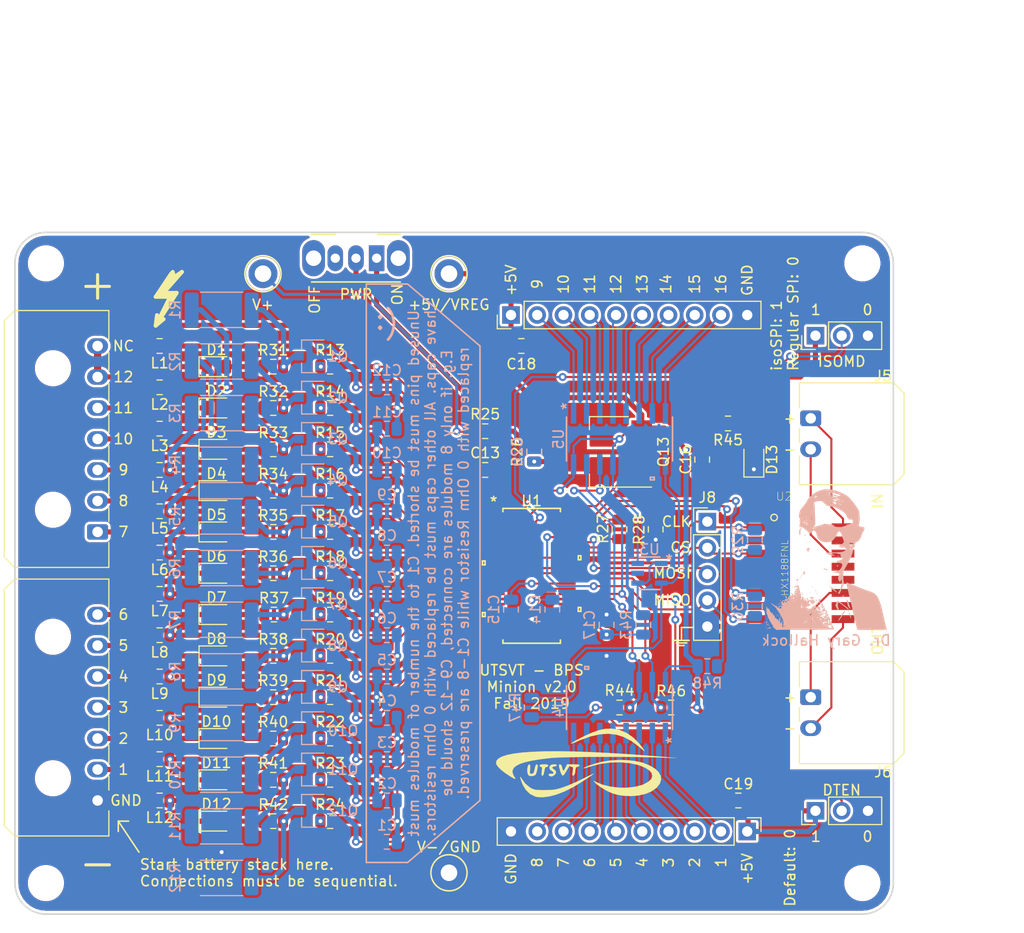
<source format=kicad_pcb>
(kicad_pcb (version 20171130) (host pcbnew "(5.1.4)-1")
  (layers (0 F.Cu signal) (31 B.Cu signal) (34 B.Paste user) (35 F.Paste user) (36 B.SilkS user) (37 F.SilkS user) (38 B.Mask user) (39 F.Mask user) (44 Edge.Cuts user))
  (net 0 "")
  (net 1 "Net-(C1-Pad2)")
  (net 2 GND)
  (net 3 "Net-(C10-Pad2)")
  (net 4 +5V)
  (net 5 "Net-(C10-Pad1)")
  (net 6 /GPIO1)
  (net 7 "Net-(C13-Pad1)")
  (net 8 "Net-(C14-Pad1)")
  (net 9 "Net-(C15-Pad1)")
  (net 10 "Net-(D1-Pad2)")
  (net 11 "Net-(D2-Pad2)")
  (net 12 /Batt11)
  (net 13 "Net-(D3-Pad2)")
  (net 14 /Batt10)
  (net 15 "Net-(D4-Pad2)")
  (net 16 /Batt9)
  (net 17 "Net-(D5-Pad2)")
  (net 18 /Batt8)
  (net 19 "Net-(D6-Pad2)")
  (net 20 /Batt7)
  (net 21 "Net-(D7-Pad2)")
  (net 22 /Batt6)
  (net 23 "Net-(D8-Pad2)")
  (net 24 /Batt5)
  (net 25 "Net-(D9-Pad2)")
  (net 26 /Batt4)
  (net 27 "Net-(D10-Pad2)")
  (net 28 /Batt3)
  (net 29 "Net-(D11-Pad2)")
  (net 30 /Batt2)
  (net 31 "Net-(D12-Pad2)")
  (net 32 /Batt1)
  (net 33 "Net-(D13-Pad2)")
  (net 34 /SDO)
  (net 35 /SDI)
  (net 36 /IMA)
  (net 37 /IPA)
  (net 38 /DTEN)
  (net 39 /ISOMD)
  (net 40 "Net-(L1-Pad1)")
  (net 41 "Net-(L2-Pad1)")
  (net 42 "Net-(L3-Pad1)")
  (net 43 "Net-(L4-Pad1)")
  (net 44 "Net-(L5-Pad1)")
  (net 45 "Net-(L6-Pad1)")
  (net 46 "Net-(L7-Pad1)")
  (net 47 "Net-(L8-Pad1)")
  (net 48 "Net-(L9-Pad1)")
  (net 49 "Net-(L10-Pad1)")
  (net 50 "Net-(L11-Pad1)")
  (net 51 "Net-(L12-Pad1)")
  (net 52 /L11)
  (net 53 "Net-(Q1-Pad1)")
  (net 54 /L10)
  (net 55 "Net-(Q2-Pad1)")
  (net 56 /L9)
  (net 57 "Net-(Q3-Pad1)")
  (net 58 /L8)
  (net 59 "Net-(Q4-Pad1)")
  (net 60 "Net-(Q5-Pad1)")
  (net 61 /L7)
  (net 62 "Net-(Q6-Pad1)")
  (net 63 /L6)
  (net 64 "Net-(Q7-Pad1)")
  (net 65 /L5)
  (net 66 "Net-(Q8-Pad1)")
  (net 67 /L4)
  (net 68 "Net-(Q9-Pad1)")
  (net 69 /L3)
  (net 70 "Net-(Q10-Pad1)")
  (net 71 /L2)
  (net 72 "Net-(Q11-Pad1)")
  (net 73 /L1)
  (net 74 "Net-(Q12-Pad1)")
  (net 75 /L0)
  (net 76 "Net-(Q13-Pad1)")
  (net 77 /IMB)
  (net 78 /IPB)
  (net 79 /SDA)
  (net 80 /SCL)
  (net 81 "Net-(J1-Pad6)")
  (net 82 "Net-(R27-Pad2)")
  (net 83 "Net-(R27-Pad1)")
  (net 84 "Net-(R43-Pad1)")
  (net 85 "Net-(J5-Pad2)")
  (net 86 "Net-(J5-Pad1)")
  (net 87 "Net-(J6-Pad1)")
  (net 88 "Net-(J6-Pad2)")
  (net 89 "Net-(R47-Pad2)")
  (net 90 "Net-(C2-Pad2)")
  (net 91 "Net-(C3-Pad2)")
  (net 92 "Net-(C4-Pad2)")
  (net 93 "Net-(C5-Pad2)")
  (net 94 "Net-(C6-Pad2)")
  (net 95 "Net-(C7-Pad2)")
  (net 96 "Net-(C8-Pad2)")
  (net 97 "Net-(C11-Pad2)")
  (net 98 "Net-(C12-Pad2)")
  (net 99 "Net-(C20-Pad1)")
  (net 100 /TempSens1)
  (net 101 /TempSens2)
  (net 102 /TempSens3)
  (net 103 /TempSens4)
  (net 104 /TempSens5)
  (net 105 /TempSens6)
  (net 106 /TempSens7)
  (net 107 /TempSens8)
  (net 108 /TempSens9)
  (net 109 /TempSens10)
  (net 110 /TempSens11)
  (net 111 /TempSens12)
  (net 112 /TempSens13)
  (net 113 /TempSens14)
  (net 114 /TempSens15)
  (net 115 /TempSens16)
  (net 116 "Net-(R25-Pad2)")
  (module UTSVT_Special:Symbol_HighVoltage_Small (layer F.Cu) (at 109 57)
    (fp_text reference REF** hide)
    (fp_text value Symbol_HighVoltage_Small hide)
  )
  (module UTSVT_Special:UTSVT_Logo_Symbol (layer F.Cu) (at 150 101.5)
    (fp_text reference G*** hide)
    (fp_text value LOGO hide)
  )
  (module UTSVT_Special:Hallock_Image_Tiny (layer B.Cu) (at 174 81.5 180)
    (fp_text reference G*** hide)
    (fp_text value LOGO hide)
  )
  (module Connector_PinHeader_2.54mm:PinHeader_1x10_P2.54mm_Vertical (layer F.Cu) (at 143 58 90)
    (fp_text reference J10 hide)
    (fp_text value TempConn2)
    (pad 10 thru_hole oval (at 0 22.86 90) (size 1.7 1.7) (drill 1) (layers *.Cu *.Mask) (net 2 GND))
    (pad 9 thru_hole oval (at 0 20.32 90) (size 1.7 1.7) (drill 1) (layers *.Cu *.Mask) (net 115 /TempSens16))
    (pad 8 thru_hole oval (at 0 17.78 90) (size 1.7 1.7) (drill 1) (layers *.Cu *.Mask) (net 114 /TempSens15))
    (pad 7 thru_hole oval (at 0 15.24 90) (size 1.7 1.7) (drill 1) (layers *.Cu *.Mask) (net 113 /TempSens14))
    (pad 6 thru_hole oval (at 0 12.7 90) (size 1.7 1.7) (drill 1) (layers *.Cu *.Mask) (net 112 /TempSens13))
    (pad 5 thru_hole oval (at 0 10.16 90) (size 1.7 1.7) (drill 1) (layers *.Cu *.Mask) (net 111 /TempSens12))
    (pad 4 thru_hole oval (at 0 7.62 90) (size 1.7 1.7) (drill 1) (layers *.Cu *.Mask) (net 110 /TempSens11))
    (pad 3 thru_hole oval (at 0 5.08 90) (size 1.7 1.7) (drill 1) (layers *.Cu *.Mask) (net 109 /TempSens10))
    (pad 2 thru_hole oval (at 0 2.54 90) (size 1.7 1.7) (drill 1) (layers *.Cu *.Mask) (net 108 /TempSens9))
    (pad 1 thru_hole rect (at 0 0 90) (size 1.7 1.7) (drill 1) (layers *.Cu *.Mask) (net 4 +5V))
  )
  (module Connector_PinHeader_2.54mm:PinHeader_1x10_P2.54mm_Vertical (layer F.Cu) (at 165.86 108 270)
    (fp_text reference J9 hide)
    (fp_text value TempConn1)
    (pad 10 thru_hole oval (at 0 22.86 270) (size 1.7 1.7) (drill 1) (layers *.Cu *.Mask) (net 2 GND))
    (pad 9 thru_hole oval (at 0 20.32 270) (size 1.7 1.7) (drill 1) (layers *.Cu *.Mask) (net 107 /TempSens8))
    (pad 8 thru_hole oval (at 0 17.78 270) (size 1.7 1.7) (drill 1) (layers *.Cu *.Mask) (net 106 /TempSens7))
    (pad 7 thru_hole oval (at 0 15.24 270) (size 1.7 1.7) (drill 1) (layers *.Cu *.Mask) (net 105 /TempSens6))
    (pad 6 thru_hole oval (at 0 12.7 270) (size 1.7 1.7) (drill 1) (layers *.Cu *.Mask) (net 104 /TempSens5))
    (pad 5 thru_hole oval (at 0 10.16 270) (size 1.7 1.7) (drill 1) (layers *.Cu *.Mask) (net 103 /TempSens4))
    (pad 4 thru_hole oval (at 0 7.62 270) (size 1.7 1.7) (drill 1) (layers *.Cu *.Mask) (net 102 /TempSens3))
    (pad 3 thru_hole oval (at 0 5.08 270) (size 1.7 1.7) (drill 1) (layers *.Cu *.Mask) (net 101 /TempSens2))
    (pad 2 thru_hole oval (at 0 2.54 270) (size 1.7 1.7) (drill 1) (layers *.Cu *.Mask) (net 100 /TempSens1))
    (pad 1 thru_hole rect (at 0 0 270) (size 1.7 1.7) (drill 1) (layers *.Cu *.Mask) (net 4 +5V))
  )
  (module UTSVT_BPS:HXXXX (layer F.Cu) (at 171 83 270)
    (fp_text reference U2 (at -7.43795 1.57616) (layer F.SilkS) (effects (font (size 0.801614 0.801614) (thickness 0.05))))
    (fp_text value HX1188FNL (at -0.50895 1.50142 90) (layer F.SilkS) (effects (font (size 0.641203 0.641203) (thickness 0.05))))
    (pad 2 smd rect (at -3.175 4.1275 270) (size 0.76 2.2) (layers F.Cu F.Paste F.Mask))
    (pad 13 smd rect (at -0.635 -4.1275 270) (size 0.76 2.2) (layers F.Cu F.Paste F.Mask))
    (pad 1 smd rect (at -4.445 4.1275 270) (size 0.76 2.2) (layers F.Cu F.Paste F.Mask) (net 37 /IPA))
    (pad 3 smd rect (at -1.905 4.1275 270) (size 0.76 2.2) (layers F.Cu F.Paste F.Mask) (net 36 /IMA))
    (pad 4 smd rect (at -0.635 4.1275 270) (size 0.76 2.2) (layers F.Cu F.Paste F.Mask))
    (pad 14 smd rect (at -1.905 -4.1275 270) (size 0.76 2.2) (layers F.Cu F.Paste F.Mask) (net 85 "Net-(J5-Pad2)"))
    (pad 12 smd rect (at 0.635 -4.1275 270) (size 0.76 2.2) (layers F.Cu F.Paste F.Mask))
    (pad 11 smd rect (at 1.905 -4.1275 270) (size 0.76 2.2) (layers F.Cu F.Paste F.Mask) (net 87 "Net-(J6-Pad1)"))
    (pad 6 smd rect (at 1.905 4.1275 270) (size 0.76 2.2) (layers F.Cu F.Paste F.Mask) (net 78 /IPB))
    (pad 9 smd rect (at 4.445 -4.1275 270) (size 0.76 2.2) (layers F.Cu F.Paste F.Mask) (net 88 "Net-(J6-Pad2)"))
    (pad 5 smd rect (at 0.635 4.1275 270) (size 0.76 2.2) (layers F.Cu F.Paste F.Mask))
    (pad 7 smd rect (at 3.175 4.1275 270) (size 0.76 2.2) (layers F.Cu F.Paste F.Mask))
    (pad 10 smd rect (at 3.175 -4.1275 270) (size 0.76 2.2) (layers F.Cu F.Paste F.Mask))
    (pad 8 smd rect (at 4.445 4.1275 270) (size 0.76 2.2) (layers F.Cu F.Paste F.Mask) (net 77 /IMB))
    (pad 15 smd rect (at -3.175 -4.1275 270) (size 0.76 2.2) (layers F.Cu F.Paste F.Mask))
    (pad 16 smd rect (at -4.445 -4.1275 270) (size 0.76 2.2) (layers F.Cu F.Paste F.Mask) (net 86 "Net-(J5-Pad1)"))
  )
  (module Connector_Molex:Molex_Micro-Fit_3.0_43650-0200_1x02_P3.00mm_Horizontal (layer F.Cu) (at 172 68 270)
    (fp_text reference J5 (at -4.1 -7 180) (layer F.SilkS))
    (fp_text value IN)
    (pad 2 thru_hole oval (at 3 0 270) (size 1.5 2.02) (drill 1.02) (layers *.Cu *.Mask) (net 85 "Net-(J5-Pad2)"))
    (pad 1 thru_hole roundrect (at 0 0 270) (size 1.5 2.02) (drill 1.02) (layers *.Cu *.Mask) (roundrect_rratio 0.166667) (net 86 "Net-(J5-Pad1)"))
    (pad "" np_thru_hole circle (at 1.5 -4.32 270) (size 3 3) (drill 3) (layers *.Cu *.Mask))
  )
  (module UTSVT_BPS:LTC1380CS-PBF (layer B.Cu) (at 153.5 70 270)
    (fp_text reference U5 (at 0 5.9 90) (layer B.SilkS) (effects (justify mirror)))
    (fp_text value LTC1380)
    (fp_text user * (at -3.175 5.08 270) (layer B.SilkS) (effects (justify mirror)))
    (pad 16 smd rect (at 2.4638 4.445 270) (size 1.9812 0.5334) (layers B.Cu B.Paste B.Mask) (net 4 +5V))
    (pad 15 smd rect (at 2.4638 3.175 270) (size 1.9812 0.5334) (layers B.Cu B.Paste B.Mask) (net 80 /SCL))
    (pad 14 smd rect (at 2.4638 1.905 270) (size 1.9812 0.5334) (layers B.Cu B.Paste B.Mask) (net 79 /SDA))
    (pad 13 smd rect (at 2.4638 0.635 270) (size 1.9812 0.5334) (layers B.Cu B.Paste B.Mask) (net 4 +5V))
    (pad 12 smd rect (at 2.4638 -0.635 270) (size 1.9812 0.5334) (layers B.Cu B.Paste B.Mask) (net 2 GND))
    (pad 11 smd rect (at 2.4638 -1.905 270) (size 1.9812 0.5334) (layers B.Cu B.Paste B.Mask) (net 2 GND))
    (pad 10 smd rect (at 2.4638 -3.175 270) (size 1.9812 0.5334) (layers B.Cu B.Paste B.Mask) (net 2 GND))
    (pad 9 smd rect (at 2.4638 -4.445 270) (size 1.9812 0.5334) (layers B.Cu B.Paste B.Mask) (net 89 "Net-(R47-Pad2)"))
    (pad 8 smd rect (at -2.4638 -4.445 270) (size 1.9812 0.5334) (layers B.Cu B.Paste B.Mask) (net 115 /TempSens16))
    (pad 7 smd rect (at -2.4638 -3.175 270) (size 1.9812 0.5334) (layers B.Cu B.Paste B.Mask) (net 114 /TempSens15))
    (pad 6 smd rect (at -2.4638 -1.905 270) (size 1.9812 0.5334) (layers B.Cu B.Paste B.Mask) (net 113 /TempSens14))
    (pad 5 smd rect (at -2.4638 -0.635 270) (size 1.9812 0.5334) (layers B.Cu B.Paste B.Mask) (net 112 /TempSens13))
    (pad 4 smd rect (at -2.4638 0.635 270) (size 1.9812 0.5334) (layers B.Cu B.Paste B.Mask) (net 111 /TempSens12))
    (pad 3 smd rect (at -2.4638 1.905 270) (size 1.9812 0.5334) (layers B.Cu B.Paste B.Mask) (net 110 /TempSens11))
    (pad 2 smd rect (at -2.4638 3.175 270) (size 1.9812 0.5334) (layers B.Cu B.Paste B.Mask) (net 109 /TempSens10))
    (pad 1 smd rect (at -2.4638 4.445 270) (size 1.9812 0.5334) (layers B.Cu B.Paste B.Mask) (net 108 /TempSens9))
  )
  (module UTSVT_BPS:LTC6255CS6-TRMPBF (layer B.Cu) (at 156.4 83 180)
    (fp_text reference U3 (at 0 2.3 180) (layer B.SilkS) (effects (justify mirror)))
    (fp_text value LTC6255)
    (fp_text user * (at -1.905 1.27) (layer B.SilkS) (effects (justify mirror)))
    (pad 1 smd rect (at -1.143 0.950001 180) (size 1.2192 0.508) (layers B.Cu B.Paste B.Mask) (net 84 "Net-(R43-Pad1)"))
    (pad 2 smd rect (at -1.143 0 180) (size 1.2192 0.508) (layers B.Cu B.Paste B.Mask) (net 2 GND))
    (pad 3 smd rect (at -1.143 -0.950001 180) (size 1.2192 0.508) (layers B.Cu B.Paste B.Mask) (net 89 "Net-(R47-Pad2)"))
    (pad 4 smd rect (at 1.143 -0.950001 180) (size 1.2192 0.508) (layers B.Cu B.Paste B.Mask) (net 84 "Net-(R43-Pad1)"))
    (pad 5 smd rect (at 1.143 0 180) (size 1.2192 0.508) (layers B.Cu B.Paste B.Mask))
    (pad 6 smd rect (at 1.143 0.950001 180) (size 1.2192 0.508) (layers B.Cu B.Paste B.Mask) (net 4 +5V))
  )
  (module UTSVT_BPS:LTC1380CS-PBF (layer B.Cu) (at 153.5 96 90)
    (fp_text reference U4 (at 0 -5.9 90) (layer B.SilkS) (effects (justify mirror)))
    (fp_text value LTC1380)
    (fp_text user * (at -3.175 5.08 -90) (layer B.SilkS) (effects (justify mirror)))
    (pad 16 smd rect (at 2.4638 4.445 90) (size 1.9812 0.5334) (layers B.Cu B.Paste B.Mask) (net 4 +5V))
    (pad 15 smd rect (at 2.4638 3.175 90) (size 1.9812 0.5334) (layers B.Cu B.Paste B.Mask) (net 80 /SCL))
    (pad 14 smd rect (at 2.4638 1.905 90) (size 1.9812 0.5334) (layers B.Cu B.Paste B.Mask) (net 79 /SDA))
    (pad 13 smd rect (at 2.4638 0.635 90) (size 1.9812 0.5334) (layers B.Cu B.Paste B.Mask) (net 2 GND))
    (pad 12 smd rect (at 2.4638 -0.635 90) (size 1.9812 0.5334) (layers B.Cu B.Paste B.Mask) (net 2 GND))
    (pad 11 smd rect (at 2.4638 -1.905 90) (size 1.9812 0.5334) (layers B.Cu B.Paste B.Mask) (net 2 GND))
    (pad 10 smd rect (at 2.4638 -3.175 90) (size 1.9812 0.5334) (layers B.Cu B.Paste B.Mask) (net 2 GND))
    (pad 9 smd rect (at 2.4638 -4.445 90) (size 1.9812 0.5334) (layers B.Cu B.Paste B.Mask) (net 89 "Net-(R47-Pad2)"))
    (pad 8 smd rect (at -2.4638 -4.445 90) (size 1.9812 0.5334) (layers B.Cu B.Paste B.Mask) (net 107 /TempSens8))
    (pad 7 smd rect (at -2.4638 -3.175 90) (size 1.9812 0.5334) (layers B.Cu B.Paste B.Mask) (net 106 /TempSens7))
    (pad 6 smd rect (at -2.4638 -1.905 90) (size 1.9812 0.5334) (layers B.Cu B.Paste B.Mask) (net 105 /TempSens6))
    (pad 5 smd rect (at -2.4638 -0.635 90) (size 1.9812 0.5334) (layers B.Cu B.Paste B.Mask) (net 104 /TempSens5))
    (pad 4 smd rect (at -2.4638 0.635 90) (size 1.9812 0.5334) (layers B.Cu B.Paste B.Mask) (net 103 /TempSens4))
    (pad 3 smd rect (at -2.4638 1.905 90) (size 1.9812 0.5334) (layers B.Cu B.Paste B.Mask) (net 102 /TempSens3))
    (pad 2 smd rect (at -2.4638 3.175 90) (size 1.9812 0.5334) (layers B.Cu B.Paste B.Mask) (net 101 /TempSens2))
    (pad 1 smd rect (at -2.4638 4.445 90) (size 1.9812 0.5334) (layers B.Cu B.Paste B.Mask) (net 100 /TempSens1))
  )
  (module UTSVT_BPS:LTC6811HG-1-PBF (layer F.Cu) (at 145 83.249999)
    (fp_text reference U1 (at 0 -7.249999) (layer F.SilkS))
    (fp_text value LTC6811-1 hide)
    (fp_text user * (at -3.683 -7.147) (layer F.SilkS))
    (pad 48 smd rect (at 3.429 -5.750001) (size 1.651 0.254) (layers F.Cu F.Paste F.Mask) (net 78 /IPB))
    (pad 47 smd rect (at 3.429 -5.25) (size 1.651 0.254) (layers F.Cu F.Paste F.Mask) (net 77 /IMB))
    (pad 46 smd rect (at 3.429 -4.750001) (size 1.651 0.254) (layers F.Cu F.Paste F.Mask) (net 83 "Net-(R27-Pad1)"))
    (pad 45 smd rect (at 3.429 -4.249999) (size 1.651 0.254) (layers F.Cu F.Paste F.Mask) (net 82 "Net-(R27-Pad2)"))
    (pad 44 smd rect (at 3.429 -3.75) (size 1.651 0.254) (layers F.Cu F.Paste F.Mask) (net 34 /SDO))
    (pad 43 smd rect (at 3.429 -3.250001) (size 1.651 0.254) (layers F.Cu F.Paste F.Mask) (net 35 /SDI))
    (pad 42 smd rect (at 3.429 -2.75) (size 1.651 0.254) (layers F.Cu F.Paste F.Mask) (net 37 /IPA))
    (pad 41 smd rect (at 3.429 -2.250001) (size 1.651 0.254) (layers F.Cu F.Paste F.Mask) (net 36 /IMA))
    (pad 40 smd rect (at 3.429 -1.749999) (size 1.651 0.254) (layers F.Cu F.Paste F.Mask) (net 39 /ISOMD))
    (pad 39 smd rect (at 3.429 -1.25) (size 1.651 0.254) (layers F.Cu F.Paste F.Mask))
    (pad 38 smd rect (at 3.429 -0.750001) (size 1.651 0.254) (layers F.Cu F.Paste F.Mask) (net 76 "Net-(Q13-Pad1)"))
    (pad 37 smd rect (at 3.429 -0.25) (size 1.651 0.254) (layers F.Cu F.Paste F.Mask) (net 4 +5V))
    (pad 36 smd rect (at 3.429 0.25) (size 1.651 0.254) (layers F.Cu F.Paste F.Mask) (net 38 /DTEN))
    (pad 35 smd rect (at 3.429 0.749998) (size 1.651 0.254) (layers F.Cu F.Paste F.Mask) (net 9 "Net-(C15-Pad1)"))
    (pad 34 smd rect (at 3.429 1.25) (size 1.651 0.254) (layers F.Cu F.Paste F.Mask) (net 8 "Net-(C14-Pad1)"))
    (pad 33 smd rect (at 3.429 1.749999) (size 1.651 0.254) (layers F.Cu F.Paste F.Mask) (net 80 /SCL))
    (pad 32 smd rect (at 3.429 2.250001) (size 1.651 0.254) (layers F.Cu F.Paste F.Mask) (net 79 /SDA))
    (pad 31 smd rect (at 3.429 2.75) (size 1.651 0.254) (layers F.Cu F.Paste F.Mask) (net 2 GND))
    (pad 30 smd rect (at 3.429 3.249999) (size 1.651 0.254) (layers F.Cu F.Paste F.Mask) (net 2 GND))
    (pad 29 smd rect (at 3.429 3.75) (size 1.651 0.254) (layers F.Cu F.Paste F.Mask))
    (pad 28 smd rect (at 3.429 4.249999) (size 1.651 0.254) (layers F.Cu F.Paste F.Mask))
    (pad 27 smd rect (at 3.429 4.750001) (size 1.651 0.254) (layers F.Cu F.Paste F.Mask) (net 6 /GPIO1))
    (pad 26 smd rect (at 3.429 5.25) (size 1.651 0.254) (layers F.Cu F.Paste F.Mask) (net 2 GND))
    (pad 25 smd rect (at 3.429 5.749999) (size 1.651 0.254) (layers F.Cu F.Paste F.Mask) (net 74 "Net-(Q12-Pad1)"))
    (pad 24 smd rect (at -3.429 5.750001) (size 1.651 0.254) (layers F.Cu F.Paste F.Mask) (net 1 "Net-(C1-Pad2)"))
    (pad 23 smd rect (at -3.429 5.25) (size 1.651 0.254) (layers F.Cu F.Paste F.Mask) (net 72 "Net-(Q11-Pad1)"))
    (pad 22 smd rect (at -3.429 4.750001) (size 1.651 0.254) (layers F.Cu F.Paste F.Mask) (net 90 "Net-(C2-Pad2)"))
    (pad 21 smd rect (at -3.429 4.249999) (size 1.651 0.254) (layers F.Cu F.Paste F.Mask) (net 70 "Net-(Q10-Pad1)"))
    (pad 20 smd rect (at -3.429 3.75) (size 1.651 0.254) (layers F.Cu F.Paste F.Mask) (net 91 "Net-(C3-Pad2)"))
    (pad 19 smd rect (at -3.429 3.250001) (size 1.651 0.254) (layers F.Cu F.Paste F.Mask) (net 68 "Net-(Q9-Pad1)"))
    (pad 18 smd rect (at -3.429 2.75) (size 1.651 0.254) (layers F.Cu F.Paste F.Mask) (net 92 "Net-(C4-Pad2)"))
    (pad 17 smd rect (at -3.429 2.250001) (size 1.651 0.254) (layers F.Cu F.Paste F.Mask) (net 66 "Net-(Q8-Pad1)"))
    (pad 16 smd rect (at -3.429 1.749999) (size 1.651 0.254) (layers F.Cu F.Paste F.Mask) (net 93 "Net-(C5-Pad2)"))
    (pad 15 smd rect (at -3.429 1.25) (size 1.651 0.254) (layers F.Cu F.Paste F.Mask) (net 64 "Net-(Q7-Pad1)"))
    (pad 14 smd rect (at -3.429 0.750001) (size 1.651 0.254) (layers F.Cu F.Paste F.Mask) (net 94 "Net-(C6-Pad2)"))
    (pad 13 smd rect (at -3.429 0.25) (size 1.651 0.254) (layers F.Cu F.Paste F.Mask) (net 62 "Net-(Q6-Pad1)"))
    (pad 12 smd rect (at -3.429 -0.25) (size 1.651 0.254) (layers F.Cu F.Paste F.Mask) (net 95 "Net-(C7-Pad2)"))
    (pad 11 smd rect (at -3.429 -0.750001) (size 1.651 0.254) (layers F.Cu F.Paste F.Mask) (net 60 "Net-(Q5-Pad1)"))
    (pad 10 smd rect (at -3.429 -1.25) (size 1.651 0.254) (layers F.Cu F.Paste F.Mask) (net 96 "Net-(C8-Pad2)"))
    (pad 9 smd rect (at -3.429 -1.749999) (size 1.651 0.254) (layers F.Cu F.Paste F.Mask) (net 59 "Net-(Q4-Pad1)"))
    (pad 8 smd rect (at -3.429 -2.250001) (size 1.651 0.254) (layers F.Cu F.Paste F.Mask) (net 5 "Net-(C10-Pad1)"))
    (pad 7 smd rect (at -3.429 -2.75) (size 1.651 0.254) (layers F.Cu F.Paste F.Mask) (net 57 "Net-(Q3-Pad1)"))
    (pad 6 smd rect (at -3.429 -3.250001) (size 1.651 0.254) (layers F.Cu F.Paste F.Mask) (net 3 "Net-(C10-Pad2)"))
    (pad 5 smd rect (at -3.429 -3.75) (size 1.651 0.254) (layers F.Cu F.Paste F.Mask) (net 55 "Net-(Q2-Pad1)"))
    (pad 4 smd rect (at -3.429 -4.249999) (size 1.651 0.254) (layers F.Cu F.Paste F.Mask) (net 97 "Net-(C11-Pad2)"))
    (pad 3 smd rect (at -3.429 -4.750001) (size 1.651 0.254) (layers F.Cu F.Paste F.Mask) (net 53 "Net-(Q1-Pad1)"))
    (pad 2 smd rect (at -3.429 -5.25) (size 1.651 0.254) (layers F.Cu F.Paste F.Mask) (net 98 "Net-(C12-Pad2)"))
    (pad 1 smd rect (at -3.429 -5.749999) (size 1.651 0.254) (layers F.Cu F.Paste F.Mask) (net 7 "Net-(C13-Pad1)"))
  )
  (module TestPoint:TestPoint_Keystone_5005-5009_Compact (layer F.Cu) (at 137 54)
    (fp_text reference TP2 hide)
    (fp_text value VREG)
    (pad 1 thru_hole circle (at 0 0) (size 2.8 2.8) (drill 1.6) (layers *.Cu *.Mask) (net 4 +5V))
  )
  (module TestPoint:TestPoint_Keystone_5005-5009_Compact (layer F.Cu) (at 119 54)
    (fp_text reference TP1 hide)
    (fp_text value V+)
    (pad 1 thru_hole circle (at 0 0) (size 2.8 2.8) (drill 1.6) (layers *.Cu *.Mask) (net 7 "Net-(C13-Pad1)"))
  )
  (module Resistor_SMD:R_0805_2012Metric (layer F.Cu) (at 120 107 180)
    (fp_text reference R42 (at 0 1.6) (layer F.SilkS))
    (fp_text value 1.2k)
    (pad 1 smd roundrect (at -0.9375 0 180) (size 0.975 1.4) (layers F.Cu F.Paste F.Mask) (net 75 /L0))
    (pad 2 smd roundrect (at 0.9375 0 180) (size 0.975 1.4) (layers F.Cu F.Paste F.Mask) (net 31 "Net-(D12-Pad2)"))
  )
  (module Resistor_SMD:R_0805_2012Metric (layer F.Cu) (at 120 103 180)
    (fp_text reference R41 (at 0 1.6) (layer F.SilkS))
    (fp_text value 1.2k)
    (pad 1 smd roundrect (at -0.9375 0 180) (size 0.975 1.4) (layers F.Cu F.Paste F.Mask) (net 73 /L1))
    (pad 2 smd roundrect (at 0.9375 0 180) (size 0.975 1.4) (layers F.Cu F.Paste F.Mask) (net 29 "Net-(D11-Pad2)"))
  )
  (module Resistor_SMD:R_0805_2012Metric (layer F.Cu) (at 120 99 180)
    (fp_text reference R40 (at 0 1.6) (layer F.SilkS))
    (fp_text value 1.2k)
    (pad 1 smd roundrect (at -0.9375 0 180) (size 0.975 1.4) (layers F.Cu F.Paste F.Mask) (net 71 /L2))
    (pad 2 smd roundrect (at 0.9375 0 180) (size 0.975 1.4) (layers F.Cu F.Paste F.Mask) (net 27 "Net-(D10-Pad2)"))
  )
  (module Resistor_SMD:R_0805_2012Metric (layer F.Cu) (at 120 95 180)
    (fp_text reference R39 (at 0 1.6) (layer F.SilkS))
    (fp_text value 1.2k)
    (pad 1 smd roundrect (at -0.9375 0 180) (size 0.975 1.4) (layers F.Cu F.Paste F.Mask) (net 69 /L3))
    (pad 2 smd roundrect (at 0.9375 0 180) (size 0.975 1.4) (layers F.Cu F.Paste F.Mask) (net 25 "Net-(D9-Pad2)"))
  )
  (module Resistor_SMD:R_0805_2012Metric (layer F.Cu) (at 120 91 180)
    (fp_text reference R38 (at 0 1.6) (layer F.SilkS))
    (fp_text value 1.2k)
    (pad 1 smd roundrect (at -0.9375 0 180) (size 0.975 1.4) (layers F.Cu F.Paste F.Mask) (net 67 /L4))
    (pad 2 smd roundrect (at 0.9375 0 180) (size 0.975 1.4) (layers F.Cu F.Paste F.Mask) (net 23 "Net-(D8-Pad2)"))
  )
  (module Resistor_SMD:R_0805_2012Metric (layer F.Cu) (at 120.0625 87 180)
    (fp_text reference R37 (at 0 1.6) (layer F.SilkS))
    (fp_text value 1.2k)
    (pad 1 smd roundrect (at -0.9375 0 180) (size 0.975 1.4) (layers F.Cu F.Paste F.Mask) (net 65 /L5))
    (pad 2 smd roundrect (at 0.9375 0 180) (size 0.975 1.4) (layers F.Cu F.Paste F.Mask) (net 21 "Net-(D7-Pad2)"))
  )
  (module Resistor_SMD:R_0805_2012Metric (layer F.Cu) (at 120 83 180)
    (fp_text reference R36 (at 0 1.6) (layer F.SilkS))
    (fp_text value 1.2k)
    (pad 1 smd roundrect (at -0.9375 0 180) (size 0.975 1.4) (layers F.Cu F.Paste F.Mask) (net 63 /L6))
    (pad 2 smd roundrect (at 0.9375 0 180) (size 0.975 1.4) (layers F.Cu F.Paste F.Mask) (net 19 "Net-(D6-Pad2)"))
  )
  (module Resistor_SMD:R_2512_6332Metric (layer B.Cu) (at 115 112.5)
    (fp_text reference R12 (at -4.5 0 90) (layer B.SilkS) (effects (justify mirror)))
    (fp_text value 33R)
    (pad 1 smd roundrect (at -2.9 0) (size 1.35 3.35) (layers B.Cu B.Paste B.Mask) (roundrect_rratio 0.185185) (net 2 GND))
    (pad 2 smd roundrect (at 2.9 0) (size 1.35 3.35) (layers B.Cu B.Paste B.Mask) (roundrect_rratio 0.185185) (net 75 /L0))
  )
  (module Resistor_SMD:R_0805_2012Metric (layer F.Cu) (at 120 79 180)
    (fp_text reference R35 (at 0 1.6) (layer F.SilkS))
    (fp_text value 1.2k)
    (pad 1 smd roundrect (at -0.9375 0 180) (size 0.975 1.4) (layers F.Cu F.Paste F.Mask) (net 61 /L7))
    (pad 2 smd roundrect (at 0.9375 0 180) (size 0.975 1.4) (layers F.Cu F.Paste F.Mask) (net 17 "Net-(D5-Pad2)"))
  )
  (module Resistor_SMD:R_0805_2012Metric (layer F.Cu) (at 120 75 180)
    (fp_text reference R34 (at 0 1.6) (layer F.SilkS))
    (fp_text value 1.2k)
    (pad 1 smd roundrect (at -0.9375 0 180) (size 0.975 1.4) (layers F.Cu F.Paste F.Mask) (net 58 /L8))
    (pad 2 smd roundrect (at 0.9375 0 180) (size 0.975 1.4) (layers F.Cu F.Paste F.Mask) (net 15 "Net-(D4-Pad2)"))
  )
  (module Resistor_SMD:R_0805_2012Metric (layer F.Cu) (at 120 71 180)
    (fp_text reference R33 (at 0 1.6) (layer F.SilkS))
    (fp_text value 1.2k)
    (pad 1 smd roundrect (at -0.9375 0 180) (size 0.975 1.4) (layers F.Cu F.Paste F.Mask) (net 56 /L9))
    (pad 2 smd roundrect (at 0.9375 0 180) (size 0.975 1.4) (layers F.Cu F.Paste F.Mask) (net 13 "Net-(D3-Pad2)"))
  )
  (module Resistor_SMD:R_0805_2012Metric (layer F.Cu) (at 125.5 107 180)
    (fp_text reference R24 (at 0 1.6) (layer F.SilkS))
    (fp_text value 100)
    (pad 1 smd roundrect (at -0.9375 0 180) (size 0.975 1.4) (layers F.Cu F.Paste F.Mask) (net 1 "Net-(C1-Pad2)"))
    (pad 2 smd roundrect (at 0.9375 0 180) (size 0.975 1.4) (layers F.Cu F.Paste F.Mask) (net 51 "Net-(L12-Pad1)"))
  )
  (module Resistor_SMD:R_2512_6332Metric (layer B.Cu) (at 115 107.5)
    (fp_text reference R11 (at -4.5 0 90) (layer B.SilkS) (effects (justify mirror)))
    (fp_text value 33R)
    (pad 1 smd roundrect (at -2.9 0) (size 1.35 3.35) (layers B.Cu B.Paste B.Mask) (roundrect_rratio 0.185185) (net 51 "Net-(L12-Pad1)"))
    (pad 2 smd roundrect (at 2.9 0) (size 1.35 3.35) (layers B.Cu B.Paste B.Mask) (roundrect_rratio 0.185185) (net 73 /L1))
  )
  (module Resistor_SMD:R_0805_2012Metric (layer F.Cu) (at 120 67 180)
    (fp_text reference R32 (at 0 1.6) (layer F.SilkS))
    (fp_text value 1.2k)
    (pad 1 smd roundrect (at -0.9375 0 180) (size 0.975 1.4) (layers F.Cu F.Paste F.Mask) (net 54 /L10))
    (pad 2 smd roundrect (at 0.9375 0 180) (size 0.975 1.4) (layers F.Cu F.Paste F.Mask) (net 11 "Net-(D2-Pad2)"))
  )
  (module Resistor_SMD:R_0805_2012Metric (layer F.Cu) (at 120 63 180)
    (fp_text reference R31 (at 0 1.6) (layer F.SilkS))
    (fp_text value 1.2k)
    (pad 1 smd roundrect (at -0.9375 0 180) (size 0.975 1.4) (layers F.Cu F.Paste F.Mask) (net 52 /L11))
    (pad 2 smd roundrect (at 0.9375 0 180) (size 0.975 1.4) (layers F.Cu F.Paste F.Mask) (net 10 "Net-(D1-Pad2)"))
  )
  (module Resistor_SMD:R_0805_2012Metric (layer F.Cu) (at 125.5 103 180)
    (fp_text reference R23 (at 0 1.6) (layer F.SilkS))
    (fp_text value 100)
    (pad 1 smd roundrect (at -0.9375 0 180) (size 0.975 1.4) (layers F.Cu F.Paste F.Mask) (net 90 "Net-(C2-Pad2)"))
    (pad 2 smd roundrect (at 0.9375 0 180) (size 0.975 1.4) (layers F.Cu F.Paste F.Mask) (net 50 "Net-(L11-Pad1)"))
  )
  (module Resistor_SMD:R_2512_6332Metric (layer B.Cu) (at 115 102.5)
    (fp_text reference R10 (at -4.5 0 90) (layer B.SilkS) (effects (justify mirror)))
    (fp_text value 33R)
    (pad 1 smd roundrect (at -2.9 0) (size 1.35 3.35) (layers B.Cu B.Paste B.Mask) (roundrect_rratio 0.185185) (net 50 "Net-(L11-Pad1)"))
    (pad 2 smd roundrect (at 2.9 0) (size 1.35 3.35) (layers B.Cu B.Paste B.Mask) (roundrect_rratio 0.185185) (net 71 /L2))
  )
  (module Resistor_SMD:R_0805_2012Metric (layer F.Cu) (at 125.5 99 180)
    (fp_text reference R22 (at 0 1.6) (layer F.SilkS))
    (fp_text value 100)
    (pad 1 smd roundrect (at -0.9375 0 180) (size 0.975 1.4) (layers F.Cu F.Paste F.Mask) (net 91 "Net-(C3-Pad2)"))
    (pad 2 smd roundrect (at 0.9375 0 180) (size 0.975 1.4) (layers F.Cu F.Paste F.Mask) (net 49 "Net-(L10-Pad1)"))
  )
  (module Resistor_SMD:R_2512_6332Metric (layer B.Cu) (at 115 97.5)
    (fp_text reference R9 (at -4.5 0 90) (layer B.SilkS) (effects (justify mirror)))
    (fp_text value 33R)
    (pad 1 smd roundrect (at -2.9 0) (size 1.35 3.35) (layers B.Cu B.Paste B.Mask) (roundrect_rratio 0.185185) (net 49 "Net-(L10-Pad1)"))
    (pad 2 smd roundrect (at 2.9 0) (size 1.35 3.35) (layers B.Cu B.Paste B.Mask) (roundrect_rratio 0.185185) (net 69 /L3))
  )
  (module Resistor_SMD:R_0805_2012Metric (layer F.Cu) (at 125.5 95 180)
    (fp_text reference R21 (at 0 1.6) (layer F.SilkS))
    (fp_text value 100)
    (pad 1 smd roundrect (at -0.9375 0 180) (size 0.975 1.4) (layers F.Cu F.Paste F.Mask) (net 92 "Net-(C4-Pad2)"))
    (pad 2 smd roundrect (at 0.9375 0 180) (size 0.975 1.4) (layers F.Cu F.Paste F.Mask) (net 48 "Net-(L9-Pad1)"))
  )
  (module Resistor_SMD:R_2512_6332Metric (layer B.Cu) (at 115 92.5)
    (fp_text reference R8 (at -4.5 0 90) (layer B.SilkS) (effects (justify mirror)))
    (fp_text value 33R)
    (pad 1 smd roundrect (at -2.9 0) (size 1.35 3.35) (layers B.Cu B.Paste B.Mask) (roundrect_rratio 0.185185) (net 48 "Net-(L9-Pad1)"))
    (pad 2 smd roundrect (at 2.9 0) (size 1.35 3.35) (layers B.Cu B.Paste B.Mask) (roundrect_rratio 0.185185) (net 67 /L4))
  )
  (module Resistor_SMD:R_0805_2012Metric (layer B.Cu) (at 155.8 88 270)
    (fp_text reference R43 (at 0 1.65 270) (layer B.SilkS) (effects (justify mirror)))
    (fp_text value 100)
    (pad 2 smd roundrect (at 0.9375 0 270) (size 0.975 1.4) (layers B.Cu B.Paste B.Mask) (net 6 /GPIO1))
    (pad 1 smd roundrect (at -0.9375 0 270) (size 0.975 1.4) (layers B.Cu B.Paste B.Mask) (net 84 "Net-(R43-Pad1)"))
  )
  (module Resistor_SMD:R_0805_2012Metric (layer F.Cu) (at 125.5 91 180)
    (fp_text reference R20 (at 0 1.6) (layer F.SilkS))
    (fp_text value 100)
    (pad 1 smd roundrect (at -0.9375 0 180) (size 0.975 1.4) (layers F.Cu F.Paste F.Mask) (net 93 "Net-(C5-Pad2)"))
    (pad 2 smd roundrect (at 0.9375 0 180) (size 0.975 1.4) (layers F.Cu F.Paste F.Mask) (net 47 "Net-(L8-Pad1)"))
  )
  (module Resistor_SMD:R_2512_6332Metric (layer B.Cu) (at 115 87.5)
    (fp_text reference R7 (at -4.5 0 90) (layer B.SilkS) (effects (justify mirror)))
    (fp_text value 33R)
    (pad 1 smd roundrect (at -2.9 0) (size 1.35 3.35) (layers B.Cu B.Paste B.Mask) (roundrect_rratio 0.185185) (net 47 "Net-(L8-Pad1)"))
    (pad 2 smd roundrect (at 2.9 0) (size 1.35 3.35) (layers B.Cu B.Paste B.Mask) (roundrect_rratio 0.185185) (net 65 /L5))
  )
  (module Resistor_SMD:R_0805_2012Metric (layer F.Cu) (at 157 78.75 270)
    (fp_text reference R28 (at 0.05 1.6 90) (layer F.SilkS))
    (fp_text value 1.2k)
    (pad 2 smd roundrect (at 0.9375 0 270) (size 0.975 1.4) (layers F.Cu F.Paste F.Mask) (net 2 GND))
    (pad 1 smd roundrect (at -0.9375 0 270) (size 0.975 1.4) (layers F.Cu F.Paste F.Mask) (net 83 "Net-(R27-Pad1)"))
  )
  (module Resistor_SMD:R_0805_2012Metric (layer F.Cu) (at 158.5 96 180)
    (fp_text reference R46 (at 0 1.6) (layer F.SilkS))
    (fp_text value 4.7k)
    (pad 2 smd roundrect (at 0.9375 0 180) (size 0.975 1.4) (layers F.Cu F.Paste F.Mask) (net 80 /SCL))
    (pad 1 smd roundrect (at -0.9375 0 180) (size 0.975 1.4) (layers F.Cu F.Paste F.Mask) (net 4 +5V))
  )
  (module Resistor_SMD:R_0805_2012Metric (layer F.Cu) (at 153.5 96)
    (fp_text reference R44 (at 0 -1.65) (layer F.SilkS))
    (fp_text value 4.7k)
    (pad 2 smd roundrect (at 0.9375 0) (size 0.975 1.4) (layers F.Cu F.Paste F.Mask) (net 79 /SDA))
    (pad 1 smd roundrect (at -0.9375 0) (size 0.975 1.4) (layers F.Cu F.Paste F.Mask) (net 4 +5V))
  )
  (module Resistor_SMD:R_0805_2012Metric (layer F.Cu) (at 153.5 78.75 270)
    (fp_text reference R27 (at -0.05 1.6 90) (layer F.SilkS))
    (fp_text value 806)
    (pad 2 smd roundrect (at 0.9375 0 270) (size 0.975 1.4) (layers F.Cu F.Paste F.Mask) (net 82 "Net-(R27-Pad2)"))
    (pad 1 smd roundrect (at -0.9375 0 270) (size 0.975 1.4) (layers F.Cu F.Paste F.Mask) (net 83 "Net-(R27-Pad1)"))
  )
  (module Resistor_SMD:R_0805_2012Metric (layer F.Cu) (at 125.5 87 180)
    (fp_text reference R19 (at 0 1.6) (layer F.SilkS))
    (fp_text value 100)
    (pad 1 smd roundrect (at -0.9375 0 180) (size 0.975 1.4) (layers F.Cu F.Paste F.Mask) (net 94 "Net-(C6-Pad2)"))
    (pad 2 smd roundrect (at 0.9375 0 180) (size 0.975 1.4) (layers F.Cu F.Paste F.Mask) (net 46 "Net-(L7-Pad1)"))
  )
  (module Resistor_SMD:R_2512_6332Metric (layer B.Cu) (at 115 82.5)
    (fp_text reference R6 (at -4.5 0 90) (layer B.SilkS) (effects (justify mirror)))
    (fp_text value 33R)
    (pad 1 smd roundrect (at -2.9 0) (size 1.35 3.35) (layers B.Cu B.Paste B.Mask) (roundrect_rratio 0.185185) (net 46 "Net-(L7-Pad1)"))
    (pad 2 smd roundrect (at 2.9 0) (size 1.35 3.35) (layers B.Cu B.Paste B.Mask) (roundrect_rratio 0.185185) (net 63 /L6))
  )
  (module Resistor_SMD:R_0805_2012Metric (layer F.Cu) (at 125.5 83 180)
    (fp_text reference R18 (at 0 1.6) (layer F.SilkS))
    (fp_text value 100)
    (pad 1 smd roundrect (at -0.9375 0 180) (size 0.975 1.4) (layers F.Cu F.Paste F.Mask) (net 95 "Net-(C7-Pad2)"))
    (pad 2 smd roundrect (at 0.9375 0 180) (size 0.975 1.4) (layers F.Cu F.Paste F.Mask) (net 45 "Net-(L6-Pad1)"))
  )
  (module Resistor_SMD:R_2512_6332Metric (layer B.Cu) (at 115 77.5)
    (fp_text reference R5 (at -4.5 0 90) (layer B.SilkS) (effects (justify mirror)))
    (fp_text value 33R)
    (pad 1 smd roundrect (at -2.9 0) (size 1.35 3.35) (layers B.Cu B.Paste B.Mask) (roundrect_rratio 0.185185) (net 45 "Net-(L6-Pad1)"))
    (pad 2 smd roundrect (at 2.9 0) (size 1.35 3.35) (layers B.Cu B.Paste B.Mask) (roundrect_rratio 0.185185) (net 61 /L7))
  )
  (module Resistor_SMD:R_0805_2012Metric (layer F.Cu) (at 125.5 79 180)
    (fp_text reference R17 (at 0 1.6) (layer F.SilkS))
    (fp_text value 100)
    (pad 1 smd roundrect (at -0.9375 0 180) (size 0.975 1.4) (layers F.Cu F.Paste F.Mask) (net 96 "Net-(C8-Pad2)"))
    (pad 2 smd roundrect (at 0.9375 0 180) (size 0.975 1.4) (layers F.Cu F.Paste F.Mask) (net 44 "Net-(L5-Pad1)"))
  )
  (module Resistor_SMD:R_2512_6332Metric (layer B.Cu) (at 115 72.5)
    (fp_text reference R4 (at -4.5 0 90) (layer B.SilkS) (effects (justify mirror)))
    (fp_text value 33R)
    (pad 1 smd roundrect (at -2.9 0) (size 1.35 3.35) (layers B.Cu B.Paste B.Mask) (roundrect_rratio 0.185185) (net 44 "Net-(L5-Pad1)"))
    (pad 2 smd roundrect (at 2.9 0) (size 1.35 3.35) (layers B.Cu B.Paste B.Mask) (roundrect_rratio 0.185185) (net 58 /L8))
  )
  (module Resistor_SMD:R_0805_2012Metric (layer F.Cu) (at 125.5 75 180)
    (fp_text reference R16 (at 0 1.6) (layer F.SilkS))
    (fp_text value 100)
    (pad 1 smd roundrect (at -0.9375 0 180) (size 0.975 1.4) (layers F.Cu F.Paste F.Mask) (net 5 "Net-(C10-Pad1)"))
    (pad 2 smd roundrect (at 0.9375 0 180) (size 0.975 1.4) (layers F.Cu F.Paste F.Mask) (net 43 "Net-(L4-Pad1)"))
  )
  (module Resistor_SMD:R_2512_6332Metric (layer B.Cu) (at 115 67.5)
    (fp_text reference R3 (at -4.5 0 90) (layer B.SilkS) (effects (justify mirror)))
    (fp_text value 33R)
    (pad 1 smd roundrect (at -2.9 0) (size 1.35 3.35) (layers B.Cu B.Paste B.Mask) (roundrect_rratio 0.185185) (net 43 "Net-(L4-Pad1)"))
    (pad 2 smd roundrect (at 2.9 0) (size 1.35 3.35) (layers B.Cu B.Paste B.Mask) (roundrect_rratio 0.185185) (net 56 /L9))
  )
  (module Resistor_SMD:R_0805_2012Metric (layer F.Cu) (at 140.5 69.25)
    (fp_text reference R25 (at 0 -1.65) (layer F.SilkS))
    (fp_text value 100)
    (pad 2 smd roundrect (at 0.9375 0) (size 0.975 1.4) (layers F.Cu F.Paste F.Mask) (net 116 "Net-(R25-Pad2)"))
    (pad 1 smd roundrect (at -0.9375 0) (size 0.975 1.4) (layers F.Cu F.Paste F.Mask) (net 7 "Net-(C13-Pad1)"))
  )
  (module Resistor_SMD:R_0805_2012Metric (layer F.Cu) (at 145.25 71.25 90)
    (fp_text reference R26 (at 0 -1.65 90) (layer F.SilkS))
    (fp_text value 100)
    (pad 2 smd roundrect (at 0.9375 0 90) (size 0.975 1.4) (layers F.Cu F.Paste F.Mask) (net 116 "Net-(R25-Pad2)"))
    (pad 1 smd roundrect (at -0.9375 0 90) (size 0.975 1.4) (layers F.Cu F.Paste F.Mask) (net 99 "Net-(C20-Pad1)"))
  )
  (module Resistor_SMD:R_0805_2012Metric (layer F.Cu) (at 125.5 71 180)
    (fp_text reference R15 (at 0 1.6) (layer F.SilkS))
    (fp_text value 100)
    (pad 1 smd roundrect (at -0.9375 0 180) (size 0.975 1.4) (layers F.Cu F.Paste F.Mask) (net 3 "Net-(C10-Pad2)"))
    (pad 2 smd roundrect (at 0.9375 0 180) (size 0.975 1.4) (layers F.Cu F.Paste F.Mask) (net 42 "Net-(L3-Pad1)"))
  )
  (module Resistor_SMD:R_2512_6332Metric (layer B.Cu) (at 115 62.5)
    (fp_text reference R2 (at -4.5 0 90) (layer B.SilkS) (effects (justify mirror)))
    (fp_text value 33R)
    (pad 1 smd roundrect (at -2.9 0) (size 1.35 3.35) (layers B.Cu B.Paste B.Mask) (roundrect_rratio 0.185185) (net 42 "Net-(L3-Pad1)"))
    (pad 2 smd roundrect (at 2.9 0) (size 1.35 3.35) (layers B.Cu B.Paste B.Mask) (roundrect_rratio 0.185185) (net 54 /L10))
  )
  (module Resistor_SMD:R_0805_2012Metric (layer F.Cu) (at 125.5 67 180)
    (fp_text reference R14 (at 0 1.6) (layer F.SilkS))
    (fp_text value 100)
    (pad 1 smd roundrect (at -0.9375 0 180) (size 0.975 1.4) (layers F.Cu F.Paste F.Mask) (net 97 "Net-(C11-Pad2)"))
    (pad 2 smd roundrect (at 0.9375 0 180) (size 0.975 1.4) (layers F.Cu F.Paste F.Mask) (net 41 "Net-(L2-Pad1)"))
  )
  (module Resistor_SMD:R_2512_6332Metric (layer B.Cu) (at 115 57.5)
    (fp_text reference R1 (at -4.5 0 90) (layer B.SilkS) (effects (justify mirror)))
    (fp_text value 33R)
    (pad 1 smd roundrect (at -2.9 0) (size 1.35 3.35) (layers B.Cu B.Paste B.Mask) (roundrect_rratio 0.185185) (net 41 "Net-(L2-Pad1)"))
    (pad 2 smd roundrect (at 2.9 0) (size 1.35 3.35) (layers B.Cu B.Paste B.Mask) (roundrect_rratio 0.185185) (net 52 /L11))
  )
  (module Resistor_SMD:R_0805_2012Metric (layer F.Cu) (at 125.5 63 180)
    (fp_text reference R13 (at 0 1.6) (layer F.SilkS))
    (fp_text value 100)
    (pad 1 smd roundrect (at -0.9375 0 180) (size 0.975 1.4) (layers F.Cu F.Paste F.Mask) (net 98 "Net-(C12-Pad2)"))
    (pad 2 smd roundrect (at 0.9375 0 180) (size 0.975 1.4) (layers F.Cu F.Paste F.Mask) (net 40 "Net-(L1-Pad1)"))
  )
  (module Resistor_SMD:R_0805_2012Metric (layer B.Cu) (at 166.6 86.2 270)
    (fp_text reference R30 (at 0 1.65 270) (layer B.SilkS) (effects (justify mirror)))
    (fp_text value 120)
    (pad 2 smd roundrect (at 0.9375 0 270) (size 0.975 1.4) (layers B.Cu B.Paste B.Mask) (net 77 /IMB))
    (pad 1 smd roundrect (at -0.9375 0 270) (size 0.975 1.4) (layers B.Cu B.Paste B.Mask) (net 78 /IPB))
  )
  (module Resistor_SMD:R_0805_2012Metric (layer B.Cu) (at 162 92)
    (fp_text reference R48 (at 0 1.65) (layer B.SilkS) (effects (justify mirror)))
    (fp_text value 5.1k)
    (pad 2 smd roundrect (at 0.9375 0) (size 0.975 1.4) (layers B.Cu B.Paste B.Mask) (net 34 /SDO))
    (pad 1 smd roundrect (at -0.9375 0) (size 0.975 1.4) (layers B.Cu B.Paste B.Mask) (net 4 +5V))
  )
  (module Resistor_SMD:R_0805_2012Metric (layer B.Cu) (at 166.6 79.8 270)
    (fp_text reference R29 (at 0 1.65 90) (layer B.SilkS) (effects (justify mirror)))
    (fp_text value 120)
    (pad 2 smd roundrect (at 0.9375 0 270) (size 0.975 1.4) (layers B.Cu B.Paste B.Mask) (net 36 /IMA))
    (pad 1 smd roundrect (at -0.9375 0 270) (size 0.975 1.4) (layers B.Cu B.Paste B.Mask) (net 37 /IPA))
  )
  (module Resistor_SMD:R_0805_2012Metric (layer F.Cu) (at 164 68.5)
    (fp_text reference R45 (at 0 1.6) (layer F.SilkS))
    (fp_text value 1.5k)
    (pad 2 smd roundrect (at 0.9375 0) (size 0.975 1.4) (layers F.Cu F.Paste F.Mask) (net 33 "Net-(D13-Pad2)"))
    (pad 1 smd roundrect (at -0.9375 0) (size 0.975 1.4) (layers F.Cu F.Paste F.Mask) (net 4 +5V))
  )
  (module Package_TO_SOT_SMD:SOT-23 (layer B.Cu) (at 123.5 106 180)
    (fp_text reference Q12 (at -3.25 0) (layer B.SilkS) (effects (justify mirror)))
    (fp_text value BSS308PE)
    (pad 3 smd rect (at 1 0 180) (size 0.9 0.8) (layers B.Cu B.Paste B.Mask) (net 75 /L0))
    (pad 2 smd rect (at -1 -0.95 180) (size 0.9 0.8) (layers B.Cu B.Paste B.Mask) (net 51 "Net-(L12-Pad1)"))
    (pad 1 smd rect (at -1 0.95 180) (size 0.9 0.8) (layers B.Cu B.Paste B.Mask) (net 74 "Net-(Q12-Pad1)"))
  )
  (module Package_TO_SOT_SMD:SOT-23 (layer B.Cu) (at 123.5 102 180)
    (fp_text reference Q11 (at -3.25 0) (layer B.SilkS) (effects (justify mirror)))
    (fp_text value BSS308PE)
    (pad 3 smd rect (at 1 0 180) (size 0.9 0.8) (layers B.Cu B.Paste B.Mask) (net 73 /L1))
    (pad 2 smd rect (at -1 -0.95 180) (size 0.9 0.8) (layers B.Cu B.Paste B.Mask) (net 50 "Net-(L11-Pad1)"))
    (pad 1 smd rect (at -1 0.95 180) (size 0.9 0.8) (layers B.Cu B.Paste B.Mask) (net 72 "Net-(Q11-Pad1)"))
  )
  (module Package_TO_SOT_SMD:SOT-23 (layer B.Cu) (at 123.5 98 180)
    (fp_text reference Q10 (at -3.25 -0.25) (layer B.SilkS) (effects (justify mirror)))
    (fp_text value BSS308PE)
    (pad 3 smd rect (at 1 0 180) (size 0.9 0.8) (layers B.Cu B.Paste B.Mask) (net 71 /L2))
    (pad 2 smd rect (at -1 -0.95 180) (size 0.9 0.8) (layers B.Cu B.Paste B.Mask) (net 49 "Net-(L10-Pad1)"))
    (pad 1 smd rect (at -1 0.95 180) (size 0.9 0.8) (layers B.Cu B.Paste B.Mask) (net 70 "Net-(Q10-Pad1)"))
  )
  (module Package_TO_SOT_SMD:SOT-23 (layer B.Cu) (at 123.5 94 180)
    (fp_text reference Q9 (at -2.75 0) (layer B.SilkS) (effects (justify mirror)))
    (fp_text value BSS308PE)
    (pad 3 smd rect (at 1 0 180) (size 0.9 0.8) (layers B.Cu B.Paste B.Mask) (net 69 /L3))
    (pad 2 smd rect (at -1 -0.95 180) (size 0.9 0.8) (layers B.Cu B.Paste B.Mask) (net 48 "Net-(L9-Pad1)"))
    (pad 1 smd rect (at -1 0.95 180) (size 0.9 0.8) (layers B.Cu B.Paste B.Mask) (net 68 "Net-(Q9-Pad1)"))
  )
  (module Package_TO_SOT_SMD:SOT-23 (layer B.Cu) (at 123.5 90 180)
    (fp_text reference Q8 (at -2.75 0) (layer B.SilkS) (effects (justify mirror)))
    (fp_text value BSS308PE)
    (pad 3 smd rect (at 1 0 180) (size 0.9 0.8) (layers B.Cu B.Paste B.Mask) (net 67 /L4))
    (pad 2 smd rect (at -1 -0.95 180) (size 0.9 0.8) (layers B.Cu B.Paste B.Mask) (net 47 "Net-(L8-Pad1)"))
    (pad 1 smd rect (at -1 0.95 180) (size 0.9 0.8) (layers B.Cu B.Paste B.Mask) (net 66 "Net-(Q8-Pad1)"))
  )
  (module Package_TO_SOT_SMD:SOT-23 (layer B.Cu) (at 123.5 86 180)
    (fp_text reference Q7 (at -2.75 0) (layer B.SilkS) (effects (justify mirror)))
    (fp_text value BSS308PE)
    (pad 1 smd rect (at -1 0.95 180) (size 0.9 0.8) (layers B.Cu B.Paste B.Mask) (net 64 "Net-(Q7-Pad1)"))
    (pad 2 smd rect (at -1 -0.95 180) (size 0.9 0.8) (layers B.Cu B.Paste B.Mask) (net 46 "Net-(L7-Pad1)"))
    (pad 3 smd rect (at 1 0 180) (size 0.9 0.8) (layers B.Cu B.Paste B.Mask) (net 65 /L5))
  )
  (module Package_TO_SOT_SMD:SOT-23 (layer B.Cu) (at 123.5 82 180)
    (fp_text reference Q6 (at -2.75 0) (layer B.SilkS) (effects (justify mirror)))
    (fp_text value BSS308PE)
    (pad 1 smd rect (at -1 0.95 180) (size 0.9 0.8) (layers B.Cu B.Paste B.Mask) (net 62 "Net-(Q6-Pad1)"))
    (pad 2 smd rect (at -1 -0.95 180) (size 0.9 0.8) (layers B.Cu B.Paste B.Mask) (net 45 "Net-(L6-Pad1)"))
    (pad 3 smd rect (at 1 0 180) (size 0.9 0.8) (layers B.Cu B.Paste B.Mask) (net 63 /L6))
  )
  (module Package_TO_SOT_SMD:SOT-23 (layer B.Cu) (at 123.5 78 180)
    (fp_text reference Q5 (at -2.75 0) (layer B.SilkS) (effects (justify mirror)))
    (fp_text value BSS308PE)
    (pad 1 smd rect (at -1 0.95 180) (size 0.9 0.8) (layers B.Cu B.Paste B.Mask) (net 60 "Net-(Q5-Pad1)"))
    (pad 2 smd rect (at -1 -0.95 180) (size 0.9 0.8) (layers B.Cu B.Paste B.Mask) (net 44 "Net-(L5-Pad1)"))
    (pad 3 smd rect (at 1 0 180) (size 0.9 0.8) (layers B.Cu B.Paste B.Mask) (net 61 /L7))
  )
  (module Package_TO_SOT_SMD:SOT-223 (layer F.Cu) (at 152.5 71.25 180)
    (fp_text reference Q13 (at -5.25 0 90) (layer F.SilkS))
    (fp_text value NSV1C201MZ4)
    (pad 1 smd rect (at -3.15 -2.3 180) (size 2 1.5) (layers F.Cu F.Paste F.Mask) (net 76 "Net-(Q13-Pad1)"))
    (pad 3 smd rect (at -3.15 2.3 180) (size 2 1.5) (layers F.Cu F.Paste F.Mask) (net 4 +5V))
    (pad 2 smd rect (at -3.15 0 180) (size 2 1.5) (layers F.Cu F.Paste F.Mask) (net 99 "Net-(C20-Pad1)"))
    (pad 4 smd rect (at 3.15 0 180) (size 2 3.8) (layers F.Cu F.Paste F.Mask) (net 99 "Net-(C20-Pad1)"))
  )
  (module Package_TO_SOT_SMD:SOT-23 (layer B.Cu) (at 123.5 74 180)
    (fp_text reference Q4 (at -2.75 0) (layer B.SilkS) (effects (justify mirror)))
    (fp_text value BSS308PE)
    (pad 1 smd rect (at -1 0.95 180) (size 0.9 0.8) (layers B.Cu B.Paste B.Mask) (net 59 "Net-(Q4-Pad1)"))
    (pad 2 smd rect (at -1 -0.95 180) (size 0.9 0.8) (layers B.Cu B.Paste B.Mask) (net 43 "Net-(L4-Pad1)"))
    (pad 3 smd rect (at 1 0 180) (size 0.9 0.8) (layers B.Cu B.Paste B.Mask) (net 58 /L8))
  )
  (module Package_TO_SOT_SMD:SOT-23 (layer B.Cu) (at 123.5 70 180)
    (fp_text reference Q3 (at -2.75 0) (layer B.SilkS) (effects (justify mirror)))
    (fp_text value BSS308PE)
    (pad 1 smd rect (at -1 0.95 180) (size 0.9 0.8) (layers B.Cu B.Paste B.Mask) (net 57 "Net-(Q3-Pad1)"))
    (pad 2 smd rect (at -1 -0.95 180) (size 0.9 0.8) (layers B.Cu B.Paste B.Mask) (net 42 "Net-(L3-Pad1)"))
    (pad 3 smd rect (at 1 0 180) (size 0.9 0.8) (layers B.Cu B.Paste B.Mask) (net 56 /L9))
  )
  (module Package_TO_SOT_SMD:SOT-23 (layer B.Cu) (at 123.5 66 180)
    (fp_text reference Q2 (at -2.75 0) (layer B.SilkS) (effects (justify mirror)))
    (fp_text value BSS308PE)
    (pad 3 smd rect (at 1 0 180) (size 0.9 0.8) (layers B.Cu B.Paste B.Mask) (net 54 /L10))
    (pad 2 smd rect (at -1 -0.95 180) (size 0.9 0.8) (layers B.Cu B.Paste B.Mask) (net 41 "Net-(L2-Pad1)"))
    (pad 1 smd rect (at -1 0.95 180) (size 0.9 0.8) (layers B.Cu B.Paste B.Mask) (net 55 "Net-(Q2-Pad1)"))
  )
  (module Package_TO_SOT_SMD:SOT-23 (layer B.Cu) (at 123.5 62 180)
    (fp_text reference Q1 (at -2.75 0) (layer B.SilkS) (effects (justify mirror)))
    (fp_text value BSS308PE)
    (pad 3 smd rect (at 1 0 180) (size 0.9 0.8) (layers B.Cu B.Paste B.Mask) (net 52 /L11))
    (pad 2 smd rect (at -1 -0.95 180) (size 0.9 0.8) (layers B.Cu B.Paste B.Mask) (net 40 "Net-(L1-Pad1)"))
    (pad 1 smd rect (at -1 0.95 180) (size 0.9 0.8) (layers B.Cu B.Paste B.Mask) (net 53 "Net-(Q1-Pad1)"))
  )
  (module MountingHole:MountingHole_3mm (layer F.Cu) (at 98 113)
    (fp_text reference MH4 hide)
    (fp_text value M3)
    (pad 1 np_thru_hole circle (at 0 0) (size 3 3) (drill 3) (layers *.Cu *.Mask))
  )
  (module MountingHole:MountingHole_3mm (layer F.Cu) (at 177 53)
    (fp_text reference MH3 hide)
    (fp_text value M3)
    (pad 1 np_thru_hole circle (at 0 0) (size 3 3) (drill 3) (layers *.Cu *.Mask))
  )
  (module MountingHole:MountingHole_3mm (layer F.Cu) (at 98 53)
    (fp_text reference MH2 hide)
    (fp_text value M3)
    (pad 1 np_thru_hole circle (at 0 0) (size 3 3) (drill 3) (layers *.Cu *.Mask))
  )
  (module MountingHole:MountingHole_3mm (layer F.Cu) (at 177 113)
    (fp_text reference MH1 hide)
    (fp_text value M3)
    (pad 1 np_thru_hole circle (at 0 0) (size 3 3) (drill 3) (layers *.Cu *.Mask))
  )
  (module Inductor_SMD:L_0805_2012Metric (layer F.Cu) (at 109 105 180)
    (fp_text reference L12 (at 0 -1.65) (layer F.SilkS))
    (fp_text value 600)
    (pad 1 smd roundrect (at -0.9375 0 180) (size 0.975 1.4) (layers F.Cu F.Paste F.Mask) (net 51 "Net-(L12-Pad1)"))
    (pad 2 smd roundrect (at 0.9375 0 180) (size 0.975 1.4) (layers F.Cu F.Paste F.Mask) (net 32 /Batt1))
  )
  (module Inductor_SMD:L_0805_2012Metric (layer F.Cu) (at 109 101 180)
    (fp_text reference L11 (at 0 -1.65) (layer F.SilkS))
    (fp_text value 600)
    (pad 1 smd roundrect (at -0.9375 0 180) (size 0.975 1.4) (layers F.Cu F.Paste F.Mask) (net 50 "Net-(L11-Pad1)"))
    (pad 2 smd roundrect (at 0.9375 0 180) (size 0.975 1.4) (layers F.Cu F.Paste F.Mask) (net 30 /Batt2))
  )
  (module Inductor_SMD:L_0805_2012Metric (layer F.Cu) (at 109 97 180)
    (fp_text reference L10 (at 0 -1.65) (layer F.SilkS))
    (fp_text value 600)
    (pad 1 smd roundrect (at -0.9375 0 180) (size 0.975 1.4) (layers F.Cu F.Paste F.Mask) (net 49 "Net-(L10-Pad1)"))
    (pad 2 smd roundrect (at 0.9375 0 180) (size 0.975 1.4) (layers F.Cu F.Paste F.Mask) (net 28 /Batt3))
  )
  (module Inductor_SMD:L_0805_2012Metric (layer F.Cu) (at 109 93 180)
    (fp_text reference L9 (at 0 -1.65) (layer F.SilkS))
    (fp_text value 600)
    (pad 1 smd roundrect (at -0.9375 0 180) (size 0.975 1.4) (layers F.Cu F.Paste F.Mask) (net 48 "Net-(L9-Pad1)"))
    (pad 2 smd roundrect (at 0.9375 0 180) (size 0.975 1.4) (layers F.Cu F.Paste F.Mask) (net 26 /Batt4))
  )
  (module Inductor_SMD:L_0805_2012Metric (layer F.Cu) (at 109 89 180)
    (fp_text reference L8 (at 0 -1.65) (layer F.SilkS))
    (fp_text value 600)
    (pad 1 smd roundrect (at -0.9375 0 180) (size 0.975 1.4) (layers F.Cu F.Paste F.Mask) (net 47 "Net-(L8-Pad1)"))
    (pad 2 smd roundrect (at 0.9375 0 180) (size 0.975 1.4) (layers F.Cu F.Paste F.Mask) (net 24 /Batt5))
  )
  (module Inductor_SMD:L_0805_2012Metric (layer F.Cu) (at 109 85 180)
    (fp_text reference L7 (at 0 -1.65) (layer F.SilkS))
    (fp_text value 600)
    (pad 1 smd roundrect (at -0.9375 0 180) (size 0.975 1.4) (layers F.Cu F.Paste F.Mask) (net 46 "Net-(L7-Pad1)"))
    (pad 2 smd roundrect (at 0.9375 0 180) (size 0.975 1.4) (layers F.Cu F.Paste F.Mask) (net 22 /Batt6))
  )
  (module Inductor_SMD:L_0805_2012Metric (layer F.Cu) (at 109 81 180)
    (fp_text reference L6 (at 0 -1.65) (layer F.SilkS))
    (fp_text value 600)
    (pad 1 smd roundrect (at -0.9375 0 180) (size 0.975 1.4) (layers F.Cu F.Paste F.Mask) (net 45 "Net-(L6-Pad1)"))
    (pad 2 smd roundrect (at 0.9375 0 180) (size 0.975 1.4) (layers F.Cu F.Paste F.Mask) (net 20 /Batt7))
  )
  (module Inductor_SMD:L_0805_2012Metric (layer F.Cu) (at 109 77 180)
    (fp_text reference L5 (at 0 -1.65) (layer F.SilkS))
    (fp_text value 600)
    (pad 1 smd roundrect (at -0.9375 0 180) (size 0.975 1.4) (layers F.Cu F.Paste F.Mask) (net 44 "Net-(L5-Pad1)"))
    (pad 2 smd roundrect (at 0.9375 0 180) (size 0.975 1.4) (layers F.Cu F.Paste F.Mask) (net 18 /Batt8))
  )
  (module Inductor_SMD:L_0805_2012Metric (layer F.Cu) (at 109 73 180)
    (fp_text reference L4 (at 0 -1.65) (layer F.SilkS))
    (fp_text value 600)
    (pad 1 smd roundrect (at -0.9375 0 180) (size 0.975 1.4) (layers F.Cu F.Paste F.Mask) (net 43 "Net-(L4-Pad1)"))
    (pad 2 smd roundrect (at 0.9375 0 180) (size 0.975 1.4) (layers F.Cu F.Paste F.Mask) (net 16 /Batt9))
  )
  (module Inductor_SMD:L_0805_2012Metric (layer F.Cu) (at 109 69 180)
    (fp_text reference L3 (at 0 -1.65) (layer F.SilkS))
    (fp_text value 600)
    (pad 1 smd roundrect (at -0.9375 0 180) (size 0.975 1.4) (layers F.Cu F.Paste F.Mask) (net 42 "Net-(L3-Pad1)"))
    (pad 2 smd roundrect (at 0.9375 0 180) (size 0.975 1.4) (layers F.Cu F.Paste F.Mask) (net 14 /Batt10))
  )
  (module Inductor_SMD:L_0805_2012Metric (layer F.Cu) (at 109 65 180)
    (fp_text reference L2 (at 0 -1.65) (layer F.SilkS))
    (fp_text value 600)
    (pad 1 smd roundrect (at -0.9375 0 180) (size 0.975 1.4) (layers F.Cu F.Paste F.Mask) (net 41 "Net-(L2-Pad1)"))
    (pad 2 smd roundrect (at 0.9375 0 180) (size 0.975 1.4) (layers F.Cu F.Paste F.Mask) (net 12 /Batt11))
  )
  (module Inductor_SMD:L_0805_2012Metric (layer F.Cu) (at 109 61 180)
    (fp_text reference L1 (at 0 -1.65) (layer F.SilkS))
    (fp_text value 600)
    (pad 1 smd roundrect (at -0.9375 0 180) (size 0.975 1.4) (layers F.Cu F.Paste F.Mask) (net 40 "Net-(L1-Pad1)"))
    (pad 2 smd roundrect (at 0.9375 0 180) (size 0.975 1.4) (layers F.Cu F.Paste F.Mask) (net 81 "Net-(J1-Pad6)"))
  )
  (module Connector_PinHeader_2.54mm:PinHeader_1x03_P2.54mm_Vertical (layer F.Cu) (at 172.46 60 90)
    (fp_text reference J4 hide)
    (fp_text value IsoConfig)
    (pad 3 thru_hole oval (at 0 5.08 90) (size 1.7 1.7) (drill 1) (layers *.Cu *.Mask) (net 2 GND))
    (pad 2 thru_hole oval (at 0 2.54 90) (size 1.7 1.7) (drill 1) (layers *.Cu *.Mask) (net 39 /ISOMD))
    (pad 1 thru_hole rect (at 0 0 90) (size 1.7 1.7) (drill 1) (layers *.Cu *.Mask) (net 4 +5V))
  )
  (module Connector_PinHeader_2.54mm:PinHeader_1x03_P2.54mm_Vertical (layer F.Cu) (at 172.46 106 90)
    (fp_text reference J3 hide)
    (fp_text value DTENConfig)
    (pad 3 thru_hole oval (at 0 5.08 90) (size 1.7 1.7) (drill 1) (layers *.Cu *.Mask) (net 2 GND))
    (pad 2 thru_hole oval (at 0 2.54 90) (size 1.7 1.7) (drill 1) (layers *.Cu *.Mask) (net 38 /DTEN))
    (pad 1 thru_hole rect (at 0 0 90) (size 1.7 1.7) (drill 1) (layers *.Cu *.Mask) (net 4 +5V))
  )
  (module Connector_Molex:Molex_Micro-Fit_3.0_43650-0700_1x07_P3.00mm_Horizontal (layer F.Cu) (at 103 105 90)
    (fp_text reference J2 hide)
    (fp_text value BottomConn)
    (pad "" np_thru_hole circle (at 2.15 -4.32 90) (size 3 3) (drill 3) (layers *.Cu *.Mask))
    (pad "" np_thru_hole circle (at 15.85 -4.32 90) (size 3 3) (drill 3) (layers *.Cu *.Mask))
    (pad 1 thru_hole roundrect (at 0 0 90) (size 1.5 2.02) (drill 1.02) (layers *.Cu *.Mask) (roundrect_rratio 0.166667) (net 2 GND))
    (pad 2 thru_hole oval (at 3 0 90) (size 1.5 2.02) (drill 1.02) (layers *.Cu *.Mask) (net 32 /Batt1))
    (pad 3 thru_hole oval (at 6 0 90) (size 1.5 2.02) (drill 1.02) (layers *.Cu *.Mask) (net 30 /Batt2))
    (pad 4 thru_hole oval (at 9 0 90) (size 1.5 2.02) (drill 1.02) (layers *.Cu *.Mask) (net 28 /Batt3))
    (pad 5 thru_hole oval (at 12 0 90) (size 1.5 2.02) (drill 1.02) (layers *.Cu *.Mask) (net 26 /Batt4))
    (pad 6 thru_hole oval (at 15 0 90) (size 1.5 2.02) (drill 1.02) (layers *.Cu *.Mask) (net 24 /Batt5))
    (pad 7 thru_hole oval (at 18 0 90) (size 1.5 2.02) (drill 1.02) (layers *.Cu *.Mask) (net 22 /Batt6))
  )
  (module Connector_Molex:Molex_Micro-Fit_3.0_43650-0700_1x07_P3.00mm_Horizontal (layer F.Cu) (at 103 79 90)
    (fp_text reference J1 hide)
    (fp_text value TopConn)
    (pad "" np_thru_hole circle (at 2.15 -4.32 90) (size 3 3) (drill 3) (layers *.Cu *.Mask))
    (pad "" np_thru_hole circle (at 15.85 -4.32 90) (size 3 3) (drill 3) (layers *.Cu *.Mask))
    (pad 1 thru_hole roundrect (at 0 0 90) (size 1.5 2.02) (drill 1.02) (layers *.Cu *.Mask) (roundrect_rratio 0.166667) (net 20 /Batt7))
    (pad 2 thru_hole oval (at 3 0 90) (size 1.5 2.02) (drill 1.02) (layers *.Cu *.Mask) (net 18 /Batt8))
    (pad 3 thru_hole oval (at 6 0 90) (size 1.5 2.02) (drill 1.02) (layers *.Cu *.Mask) (net 16 /Batt9))
    (pad 4 thru_hole oval (at 9 0 90) (size 1.5 2.02) (drill 1.02) (layers *.Cu *.Mask) (net 14 /Batt10))
    (pad 5 thru_hole oval (at 12 0 90) (size 1.5 2.02) (drill 1.02) (layers *.Cu *.Mask) (net 12 /Batt11))
    (pad 6 thru_hole oval (at 15 0 90) (size 1.5 2.02) (drill 1.02) (layers *.Cu *.Mask) (net 81 "Net-(J1-Pad6)"))
    (pad 7 thru_hole oval (at 18 0 90) (size 1.5 2.02) (drill 1.02) (layers *.Cu *.Mask) (net 81 "Net-(J1-Pad6)"))
  )
  (module Connector_PinHeader_2.54mm:PinHeader_1x05_P2.54mm_Vertical (layer F.Cu) (at 162 78)
    (fp_text reference J8 (at 0 -2.33) (layer F.SilkS))
    (fp_text value RegularSPIConn)
    (pad 5 thru_hole oval (at 0 10.16) (size 1.7 1.7) (drill 1) (layers *.Cu *.Mask) (net 2 GND))
    (pad 4 thru_hole oval (at 0 7.62) (size 1.7 1.7) (drill 1) (layers *.Cu *.Mask) (net 34 /SDO))
    (pad 3 thru_hole oval (at 0 5.08) (size 1.7 1.7) (drill 1) (layers *.Cu *.Mask) (net 35 /SDI))
    (pad 2 thru_hole oval (at 0 2.54) (size 1.7 1.7) (drill 1) (layers *.Cu *.Mask) (net 36 /IMA))
    (pad 1 thru_hole rect (at 0 0) (size 1.7 1.7) (drill 1) (layers *.Cu *.Mask) (net 37 /IPA))
  )
  (module LED_SMD:LED_0805_2012Metric (layer F.Cu) (at 114.5 107)
    (fp_text reference D12 (at 0 -1.65) (layer F.SilkS))
    (fp_text value Red)
    (pad 1 smd roundrect (at -0.9375 0) (size 0.975 1.4) (layers F.Cu F.Paste F.Mask) (net 2 GND))
    (pad 2 smd roundrect (at 0.9375 0) (size 0.975 1.4) (layers F.Cu F.Paste F.Mask) (net 31 "Net-(D12-Pad2)"))
  )
  (module LED_SMD:LED_0805_2012Metric (layer F.Cu) (at 114.5 103)
    (fp_text reference D11 (at 0 -1.65) (layer F.SilkS))
    (fp_text value Red)
    (pad 1 smd roundrect (at -0.9375 0) (size 0.975 1.4) (layers F.Cu F.Paste F.Mask) (net 32 /Batt1))
    (pad 2 smd roundrect (at 0.9375 0) (size 0.975 1.4) (layers F.Cu F.Paste F.Mask) (net 29 "Net-(D11-Pad2)"))
  )
  (module LED_SMD:LED_0805_2012Metric (layer F.Cu) (at 114.5 99)
    (fp_text reference D10 (at 0 -1.65) (layer F.SilkS))
    (fp_text value Red)
    (pad 1 smd roundrect (at -0.9375 0) (size 0.975 1.4) (layers F.Cu F.Paste F.Mask) (net 30 /Batt2))
    (pad 2 smd roundrect (at 0.9375 0) (size 0.975 1.4) (layers F.Cu F.Paste F.Mask) (net 27 "Net-(D10-Pad2)"))
  )
  (module LED_SMD:LED_0805_2012Metric (layer F.Cu) (at 114.5 95)
    (fp_text reference D9 (at 0 -1.65) (layer F.SilkS))
    (fp_text value Red)
    (pad 1 smd roundrect (at -0.9375 0) (size 0.975 1.4) (layers F.Cu F.Paste F.Mask) (net 28 /Batt3))
    (pad 2 smd roundrect (at 0.9375 0) (size 0.975 1.4) (layers F.Cu F.Paste F.Mask) (net 25 "Net-(D9-Pad2)"))
  )
  (module LED_SMD:LED_0805_2012Metric (layer F.Cu) (at 114.5 91)
    (fp_text reference D8 (at 0 -1.65) (layer F.SilkS))
    (fp_text value Red)
    (pad 1 smd roundrect (at -0.9375 0) (size 0.975 1.4) (layers F.Cu F.Paste F.Mask) (net 26 /Batt4))
    (pad 2 smd roundrect (at 0.9375 0) (size 0.975 1.4) (layers F.Cu F.Paste F.Mask) (net 23 "Net-(D8-Pad2)"))
  )
  (module LED_SMD:LED_0805_2012Metric (layer F.Cu) (at 114.5 87)
    (fp_text reference D7 (at 0 -1.65) (layer F.SilkS))
    (fp_text value Red)
    (pad 1 smd roundrect (at -0.9375 0) (size 0.975 1.4) (layers F.Cu F.Paste F.Mask) (net 24 /Batt5))
    (pad 2 smd roundrect (at 0.9375 0) (size 0.975 1.4) (layers F.Cu F.Paste F.Mask) (net 21 "Net-(D7-Pad2)"))
  )
  (module LED_SMD:LED_0805_2012Metric (layer F.Cu) (at 114.5 83)
    (fp_text reference D6 (at 0 -1.65) (layer F.SilkS))
    (fp_text value Red)
    (pad 1 smd roundrect (at -0.9375 0) (size 0.975 1.4) (layers F.Cu F.Paste F.Mask) (net 22 /Batt6))
    (pad 2 smd roundrect (at 0.9375 0) (size 0.975 1.4) (layers F.Cu F.Paste F.Mask) (net 19 "Net-(D6-Pad2)"))
  )
  (module LED_SMD:LED_0805_2012Metric (layer F.Cu) (at 114.5 79)
    (fp_text reference D5 (at 0 -1.65) (layer F.SilkS))
    (fp_text value Red)
    (pad 1 smd roundrect (at -0.9375 0) (size 0.975 1.4) (layers F.Cu F.Paste F.Mask) (net 20 /Batt7))
    (pad 2 smd roundrect (at 0.9375 0) (size 0.975 1.4) (layers F.Cu F.Paste F.Mask) (net 17 "Net-(D5-Pad2)"))
  )
  (module LED_SMD:LED_0805_2012Metric (layer F.Cu) (at 114.5 75)
    (fp_text reference D4 (at 0 -1.65) (layer F.SilkS))
    (fp_text value Red)
    (pad 1 smd roundrect (at -0.9375 0) (size 0.975 1.4) (layers F.Cu F.Paste F.Mask) (net 18 /Batt8))
    (pad 2 smd roundrect (at 0.9375 0) (size 0.975 1.4) (layers F.Cu F.Paste F.Mask) (net 15 "Net-(D4-Pad2)"))
  )
  (module LED_SMD:LED_0805_2012Metric (layer F.Cu) (at 114.5 71)
    (fp_text reference D3 (at 0 -1.65) (layer F.SilkS))
    (fp_text value Red)
    (pad 1 smd roundrect (at -0.9375 0) (size 0.975 1.4) (layers F.Cu F.Paste F.Mask) (net 16 /Batt9))
    (pad 2 smd roundrect (at 0.9375 0) (size 0.975 1.4) (layers F.Cu F.Paste F.Mask) (net 13 "Net-(D3-Pad2)"))
  )
  (module LED_SMD:LED_0805_2012Metric (layer F.Cu) (at 114.5 67)
    (fp_text reference D2 (at 0 -1.65) (layer F.SilkS))
    (fp_text value Red)
    (pad 1 smd roundrect (at -0.9375 0) (size 0.975 1.4) (layers F.Cu F.Paste F.Mask) (net 14 /Batt10))
    (pad 2 smd roundrect (at 0.9375 0) (size 0.975 1.4) (layers F.Cu F.Paste F.Mask) (net 11 "Net-(D2-Pad2)"))
  )
  (module LED_SMD:LED_0805_2012Metric (layer F.Cu) (at 114.5 63)
    (fp_text reference D1 (at 0 -1.65) (layer F.SilkS))
    (fp_text value Red)
    (pad 1 smd roundrect (at -0.9375 0) (size 0.975 1.4) (layers F.Cu F.Paste F.Mask) (net 12 /Batt11))
    (pad 2 smd roundrect (at 0.9375 0) (size 0.975 1.4) (layers F.Cu F.Paste F.Mask) (net 10 "Net-(D1-Pad2)"))
  )
  (module LED_SMD:LED_0805_2012Metric (layer F.Cu) (at 166.5 72 90)
    (fp_text reference D13 (at 0 1.75 90) (layer F.SilkS))
    (fp_text value Green)
    (pad 2 smd roundrect (at 0.9375 0 90) (size 0.975 1.4) (layers F.Cu F.Paste F.Mask) (net 33 "Net-(D13-Pad2)"))
    (pad 1 smd roundrect (at -0.9375 0 90) (size 0.975 1.4) (layers F.Cu F.Paste F.Mask) (net 2 GND))
  )
  (module Capacitor_SMD:C_0805_2012Metric (layer B.Cu) (at 131 109)
    (fp_text reference C1 (at 0 -1.6) (layer B.SilkS) (effects (justify mirror)))
    (fp_text value 10n)
    (pad 2 smd roundrect (at 0.9375 0) (size 0.975 1.4) (layers B.Cu B.Paste B.Mask) (net 1 "Net-(C1-Pad2)"))
    (pad 1 smd roundrect (at -0.9375 0) (size 0.975 1.4) (layers B.Cu B.Paste B.Mask) (net 2 GND))
  )
  (module Capacitor_SMD:C_0805_2012Metric (layer B.Cu) (at 131 105 180)
    (fp_text reference C2 (at 0 1.65) (layer B.SilkS) (effects (justify mirror)))
    (fp_text value 10n)
    (pad 2 smd roundrect (at 0.9375 0 180) (size 0.975 1.4) (layers B.Cu B.Paste B.Mask) (net 90 "Net-(C2-Pad2)"))
    (pad 1 smd roundrect (at -0.9375 0 180) (size 0.975 1.4) (layers B.Cu B.Paste B.Mask) (net 1 "Net-(C1-Pad2)"))
  )
  (module Capacitor_SMD:C_0805_2012Metric (layer B.Cu) (at 131 101)
    (fp_text reference C3 (at 0 -1.6) (layer B.SilkS) (effects (justify mirror)))
    (fp_text value 10n)
    (pad 2 smd roundrect (at 0.9375 0) (size 0.975 1.4) (layers B.Cu B.Paste B.Mask) (net 91 "Net-(C3-Pad2)"))
    (pad 1 smd roundrect (at -0.9375 0) (size 0.975 1.4) (layers B.Cu B.Paste B.Mask) (net 90 "Net-(C2-Pad2)"))
  )
  (module Capacitor_SMD:C_0805_2012Metric (layer B.Cu) (at 131 97 180)
    (fp_text reference C4 (at 0 1.65) (layer B.SilkS) (effects (justify mirror)))
    (fp_text value 10n)
    (pad 2 smd roundrect (at 0.9375 0 180) (size 0.975 1.4) (layers B.Cu B.Paste B.Mask) (net 92 "Net-(C4-Pad2)"))
    (pad 1 smd roundrect (at -0.9375 0 180) (size 0.975 1.4) (layers B.Cu B.Paste B.Mask) (net 91 "Net-(C3-Pad2)"))
  )
  (module Capacitor_SMD:C_0805_2012Metric (layer B.Cu) (at 131 93)
    (fp_text reference C5 (at 0 -1.6) (layer B.SilkS) (effects (justify mirror)))
    (fp_text value 10n)
    (pad 2 smd roundrect (at 0.9375 0) (size 0.975 1.4) (layers B.Cu B.Paste B.Mask) (net 93 "Net-(C5-Pad2)"))
    (pad 1 smd roundrect (at -0.9375 0) (size 0.975 1.4) (layers B.Cu B.Paste B.Mask) (net 92 "Net-(C4-Pad2)"))
  )
  (module Capacitor_SMD:C_0805_2012Metric (layer B.Cu) (at 152.25 88 270)
    (fp_text reference C17 (at 0 1.65 270) (layer B.SilkS) (effects (justify mirror)))
    (fp_text value 10n)
    (pad 2 smd roundrect (at 0.9375 0 270) (size 0.975 1.4) (layers B.Cu B.Paste B.Mask) (net 6 /GPIO1))
    (pad 1 smd roundrect (at -0.9375 0 270) (size 0.975 1.4) (layers B.Cu B.Paste B.Mask) (net 2 GND))
  )
  (module Capacitor_SMD:C_0805_2012Metric (layer B.Cu) (at 131 89 180)
    (fp_text reference C6 (at 0 1.65) (layer B.SilkS) (effects (justify mirror)))
    (fp_text value 10n)
    (pad 2 smd roundrect (at 0.9375 0 180) (size 0.975 1.4) (layers B.Cu B.Paste B.Mask) (net 94 "Net-(C6-Pad2)"))
    (pad 1 smd roundrect (at -0.9375 0 180) (size 0.975 1.4) (layers B.Cu B.Paste B.Mask) (net 93 "Net-(C5-Pad2)"))
  )
  (module Capacitor_SMD:C_0805_2012Metric (layer B.Cu) (at 131 85)
    (fp_text reference C7 (at 0 -1.6) (layer B.SilkS) (effects (justify mirror)))
    (fp_text value 10n)
    (pad 2 smd roundrect (at 0.9375 0) (size 0.975 1.4) (layers B.Cu B.Paste B.Mask) (net 95 "Net-(C7-Pad2)"))
    (pad 1 smd roundrect (at -0.9375 0) (size 0.975 1.4) (layers B.Cu B.Paste B.Mask) (net 94 "Net-(C6-Pad2)"))
  )
  (module Capacitor_SMD:C_0805_2012Metric (layer F.Cu) (at 161.5 72 270)
    (fp_text reference C16 (at 0 1.6 90) (layer F.SilkS))
    (fp_text value 1u)
    (pad 2 smd roundrect (at 0.9375 0 270) (size 0.975 1.4) (layers F.Cu F.Paste F.Mask) (net 2 GND))
    (pad 1 smd roundrect (at -0.9375 0 270) (size 0.975 1.4) (layers F.Cu F.Paste F.Mask) (net 4 +5V))
  )
  (module Capacitor_SMD:C_0805_2012Metric (layer B.Cu) (at 143 86.5 270)
    (fp_text reference C15 (at 0 1.65 90) (layer B.SilkS) (effects (justify mirror)))
    (fp_text value 1u)
    (pad 2 smd roundrect (at 0.9375 0 270) (size 0.975 1.4) (layers B.Cu B.Paste B.Mask) (net 2 GND))
    (pad 1 smd roundrect (at -0.9375 0 270) (size 0.975 1.4) (layers B.Cu B.Paste B.Mask) (net 9 "Net-(C15-Pad1)"))
  )
  (module Capacitor_SMD:C_0805_2012Metric (layer B.Cu) (at 147 86.5 270)
    (fp_text reference C14 (at 0 1.65 270) (layer B.SilkS) (effects (justify mirror)))
    (fp_text value 1u)
    (pad 2 smd roundrect (at 0.9375 0 270) (size 0.975 1.4) (layers B.Cu B.Paste B.Mask) (net 2 GND))
    (pad 1 smd roundrect (at -0.9375 0 270) (size 0.975 1.4) (layers B.Cu B.Paste B.Mask) (net 8 "Net-(C14-Pad1)"))
  )
  (module Capacitor_SMD:C_0805_2012Metric (layer B.Cu) (at 131 81 180)
    (fp_text reference C8 (at 0 1.65) (layer B.SilkS) (effects (justify mirror)))
    (fp_text value 10n)
    (pad 2 smd roundrect (at 0.9375 0 180) (size 0.975 1.4) (layers B.Cu B.Paste B.Mask) (net 96 "Net-(C8-Pad2)"))
    (pad 1 smd roundrect (at -0.9375 0 180) (size 0.975 1.4) (layers B.Cu B.Paste B.Mask) (net 95 "Net-(C7-Pad2)"))
  )
  (module Capacitor_SMD:C_0805_2012Metric (layer B.Cu) (at 131 77)
    (fp_text reference C9 (at 0 -1.6) (layer B.SilkS) (effects (justify mirror)))
    (fp_text value 10n)
    (pad 2 smd roundrect (at 0.9375 0) (size 0.975 1.4) (layers B.Cu B.Paste B.Mask) (net 5 "Net-(C10-Pad1)"))
    (pad 1 smd roundrect (at -0.9375 0) (size 0.975 1.4) (layers B.Cu B.Paste B.Mask) (net 96 "Net-(C8-Pad2)"))
  )
  (module Capacitor_SMD:C_0805_2012Metric (layer F.Cu) (at 140.5 73)
    (fp_text reference C13 (at 0 -1.65) (layer F.SilkS))
    (fp_text value 100n)
    (pad 2 smd roundrect (at 0.9375 0) (size 0.975 1.4) (layers F.Cu F.Paste F.Mask) (net 2 GND))
    (pad 1 smd roundrect (at -0.9375 0) (size 0.975 1.4) (layers F.Cu F.Paste F.Mask) (net 7 "Net-(C13-Pad1)"))
  )
  (module Capacitor_SMD:C_0805_2012Metric (layer B.Cu) (at 131 73 180)
    (fp_text reference C10 (at 0 1.65) (layer B.SilkS) (effects (justify mirror)))
    (fp_text value 10n)
    (pad 2 smd roundrect (at 0.9375 0 180) (size 0.975 1.4) (layers B.Cu B.Paste B.Mask) (net 3 "Net-(C10-Pad2)"))
    (pad 1 smd roundrect (at -0.9375 0 180) (size 0.975 1.4) (layers B.Cu B.Paste B.Mask) (net 5 "Net-(C10-Pad1)"))
  )
  (module Capacitor_SMD:C_0805_2012Metric (layer B.Cu) (at 131 69)
    (fp_text reference C11 (at 0 -1.6) (layer B.SilkS) (effects (justify mirror)))
    (fp_text value 10n)
    (pad 2 smd roundrect (at 0.9375 0) (size 0.975 1.4) (layers B.Cu B.Paste B.Mask) (net 97 "Net-(C11-Pad2)"))
    (pad 1 smd roundrect (at -0.9375 0) (size 0.975 1.4) (layers B.Cu B.Paste B.Mask) (net 3 "Net-(C10-Pad2)"))
  )
  (module Capacitor_SMD:C_0805_2012Metric (layer B.Cu) (at 131 65 180)
    (fp_text reference C12 (at 0 1.65) (layer B.SilkS) (effects (justify mirror)))
    (fp_text value 10n)
    (pad 2 smd roundrect (at 0.9375 0 180) (size 0.975 1.4) (layers B.Cu B.Paste B.Mask) (net 98 "Net-(C12-Pad2)"))
    (pad 1 smd roundrect (at -0.9375 0 180) (size 0.975 1.4) (layers B.Cu B.Paste B.Mask) (net 97 "Net-(C11-Pad2)"))
  )
  (module Connector_Molex:Molex_Micro-Fit_3.0_43650-0200_1x02_P3.00mm_Horizontal (layer F.Cu) (at 172 95 270)
    (fp_text reference J6 (at 7.25 -7 180) (layer F.SilkS))
    (fp_text value OUT)
    (pad "" np_thru_hole circle (at 1.5 -4.32 270) (size 3 3) (drill 3) (layers *.Cu *.Mask))
    (pad 1 thru_hole roundrect (at 0 0 270) (size 1.5 2.02) (drill 1.02) (layers *.Cu *.Mask) (roundrect_rratio 0.166667) (net 87 "Net-(J6-Pad1)"))
    (pad 2 thru_hole oval (at 3 0 270) (size 1.5 2.02) (drill 1.02) (layers *.Cu *.Mask) (net 88 "Net-(J6-Pad2)"))
  )
  (module Resistor_SMD:R_0805_2012Metric (layer B.Cu) (at 145 96 90)
    (fp_text reference R47 (at 0 -1.6 270) (layer B.SilkS) (effects (justify mirror)))
    (fp_text value 10k)
    (pad 1 smd roundrect (at -0.9375 0 90) (size 0.975 1.4) (layers B.Cu B.Paste B.Mask) (net 4 +5V))
    (pad 2 smd roundrect (at 0.9375 0 90) (size 0.975 1.4) (layers B.Cu B.Paste B.Mask) (net 89 "Net-(R47-Pad2)"))
  )
  (module TestPoint:TestPoint_Keystone_5005-5009_Compact (layer F.Cu) (at 137 112)
    (fp_text reference TP3 hide)
    (fp_text value V-)
    (pad 1 thru_hole circle (at 0 0) (size 2.8 2.8) (drill 1.6) (layers *.Cu *.Mask) (net 2 GND))
  )
  (module Capacitor_SMD:C_0805_2012Metric (layer B.Cu) (at 145.25 71.25 90)
    (fp_text reference C20 (at 0 -1.65 270) (layer B.SilkS) (effects (justify mirror)))
    (fp_text value 100n)
    (pad 1 smd roundrect (at -0.9375 0 90) (size 0.975 1.4) (layers B.Cu B.Paste B.Mask) (net 99 "Net-(C20-Pad1)"))
    (pad 2 smd roundrect (at 0.9375 0 90) (size 0.975 1.4) (layers B.Cu B.Paste B.Mask) (net 2 GND))
  )
  (module Capacitor_SMD:C_0805_2012Metric (layer F.Cu) (at 144 61)
    (fp_text reference C18 (at 0 1.75) (layer F.SilkS))
    (fp_text value 100n)
    (pad 1 smd roundrect (at -0.9375 0) (size 0.975 1.4) (layers F.Cu F.Paste F.Mask) (net 4 +5V))
    (pad 2 smd roundrect (at 0.9375 0) (size 0.975 1.4) (layers F.Cu F.Paste F.Mask) (net 2 GND))
  )
  (module Capacitor_SMD:C_0805_2012Metric (layer F.Cu) (at 165 105 180)
    (fp_text reference C19 (at 0 1.6) (layer F.SilkS))
    (fp_text value 100n)
    (pad 2 smd roundrect (at 0.9375 0 180) (size 0.975 1.4) (layers F.Cu F.Paste F.Mask) (net 2 GND))
    (pad 1 smd roundrect (at -0.9375 0 180) (size 0.975 1.4) (layers F.Cu F.Paste F.Mask) (net 4 +5V))
  )
  (module Button_Switch_THT:SW_CuK_OS102011MA1QN1_SPDT_Angled (layer F.Cu) (at 130 52.5 180)
    (fp_text reference SW1 hide)
    (fp_text value "Power Switch")
    (pad 1 thru_hole rect (at 0 0 180) (size 1.5 2.5) (drill 0.9) (layers *.Cu *.Mask) (net 116 "Net-(R25-Pad2)"))
    (pad 2 thru_hole oval (at 2 0 180) (size 1.5 2.5) (drill 0.9) (layers *.Cu *.Mask) (net 81 "Net-(J1-Pad6)"))
    (pad 3 thru_hole oval (at 4 0 180) (size 1.5 2.5) (drill 0.9) (layers *.Cu *.Mask))
    (pad "" thru_hole oval (at -2.1 0 180) (size 2.2 3.5) (drill 1.5) (layers *.Cu *.Mask))
    (pad "" thru_hole oval (at 6.1 0 180) (size 2.2 3.5) (drill 1.5) (layers *.Cu *.Mask))
  )
  (gr_text OFF (at 124 56.5 90) (layer F.SilkS) (effects (font (size 1 1))))
  (gr_text ON (at 132 56 90) (layer F.SilkS) (effects (font (size 1 1))))
  (gr_text PWR (at 128 56) (layer F.SilkS) (effects (font (size 1 1))))
  (gr_text GND (at 165.86 53 90) (layer F.SilkS) (effects (font (size 1 1)) (justify right)))
  (gr_text +5V (at 143 53 90) (layer F.SilkS) (effects (font (size 1 1)) (justify right)))
  (gr_text GND (at 143 110 90) (layer F.SilkS) (effects (font (size 1 1)) (justify right)))
  (gr_text +5V (at 165.86 110 90) (layer F.SilkS) (effects (font (size 1 1)) (justify right)))
  (gr_line (start 105 107) (end 106 107) (layer F.SilkS) (width 0.15))
  (gr_line (start 105 107) (end 105 108) (layer F.SilkS) (width 0.15))
  (gr_line (start 107 110) (end 105 107) (layer F.SilkS) (width 0.15))
  (gr_text "Start battery stack here.\nConnections must be sequential." (at 107 112) (layer F.SilkS) (effects (font (size 1 1)) (justify left)))
  (gr_text NC (at 105.5 61) (layer F.SilkS) (effects (font (size 1 1))))
  (gr_text "Dr. Gary Hallock" (at 173.5 89.5) (layer B.SilkS) (effects (font (size 1 1)) (justify mirror)))
  (gr_text "UTSVT - BPS\nMinion v2.0\nFall 2019" (at 145 94) (layer F.SilkS) (effects (font (size 1 1))))
  (gr_text ":)" (at 131 59 180) (layer B.SilkS) (effects (font (size 2 2) (thickness 0.25)) (justify mirror)))
  (gr_line (start 133 55) (end 129 55) (layer B.SilkS) (width 0.15))
  (gr_line (start 133 111) (end 140 105) (layer B.SilkS) (width 0.15))
  (gr_line (start 133 55) (end 140 61) (layer B.SilkS) (width 0.15))
  (gr_line (start 140 105) (end 140 61) (layer B.SilkS) (width 0.15))
  (gr_line (start 129 111) (end 133 111) (layer B.SilkS) (width 0.15))
  (gr_line (start 129 55) (end 129 111) (layer B.SilkS) (width 0.15))
  (gr_text "Unused pins must be shorted. C1 to the number of modules must\nhave caps. All other caps must be replaced with 0 Ohm resistors.\nE.g. if only 8 modules are connected, C9-12 should be\nreplaced with 0 Ohm Resistor while C1-8 are preserved." (at 136 83 90) (layer B.SilkS) (effects (font (size 1 1)) (justify mirror)))
  (gr_text 16 (at 163.32 55 90) (layer F.SilkS) (effects (font (size 1 1))))
  (gr_text 15 (at 160.78 55 90) (layer F.SilkS) (effects (font (size 1 1))))
  (gr_text 14 (at 158 55 90) (layer F.SilkS) (effects (font (size 1 1))))
  (gr_text 13 (at 155.7 55 90) (layer F.SilkS) (effects (font (size 1 1))))
  (gr_text 12 (at 153.16 55 90) (layer F.SilkS) (effects (font (size 1 1))))
  (gr_text 11 (at 150.62 55 90) (layer F.SilkS) (effects (font (size 1 1))))
  (gr_text 10 (at 148.08 55 90) (layer F.SilkS) (effects (font (size 1 1))))
  (gr_text 9 (at 145.54 55 90) (layer F.SilkS) (effects (font (size 1 1))))
  (gr_text 8 (at 145.54 111 90) (layer F.SilkS) (effects (font (size 1 1))))
  (gr_text 7 (at 148.08 111 90) (layer F.SilkS) (effects (font (size 1 1))))
  (gr_text 6 (at 150.62 111 90) (layer F.SilkS) (effects (font (size 1 1))))
  (gr_text 5 (at 153.16 111 90) (layer F.SilkS) (effects (font (size 1 1))))
  (gr_text 4 (at 155.7 111 90) (layer F.SilkS) (effects (font (size 1 1))))
  (gr_text 3 (at 158.24 111 90) (layer F.SilkS) (effects (font (size 1 1))))
  (gr_text "2\n" (at 160.78 111 90) (layer F.SilkS) (effects (font (size 1 1))))
  (gr_text 1 (at 163.32 111 90) (layer F.SilkS) (effects (font (size 1 1))))
  (gr_text CLK (at 159 78) (layer F.SilkS) (effects (font (size 1 1))))
  (gr_text CS (at 159.4 80.5) (layer F.SilkS) (effects (font (size 1 1))))
  (gr_text MISO (at 158.6 85.6) (layer F.SilkS) (effects (font (size 1 1))))
  (gr_text MOSI (at 158.6 83) (layer F.SilkS) (effects (font (size 1 1))))
  (gr_line (start 159.5 88.25) (end 160.65 88.25) (layer F.SilkS) (width 0.15))
  (gr_line (start 159.5 89) (end 159.5 88.25) (layer F.SilkS) (width 0.15))
  (gr_line (start 159.25 90) (end 159.75 90) (layer F.SilkS) (width 0.15))
  (gr_line (start 159 89.75) (end 160 89.75) (layer F.SilkS) (width 0.15))
  (gr_line (start 158.75 89.5) (end 160.25 89.5) (layer F.SilkS) (width 0.15))
  (gr_line (start 159.5 89) (end 159.5 89.5) (layer F.SilkS) (width 0.15))
  (gr_text "isoSPI: 1\nRegular SPI: 0" (at 169.5 63.5 90) (layer F.SilkS) (effects (font (size 1 1)) (justify left)))
  (gr_text "ISOMD\n" (at 175 62.5) (layer F.SilkS) (effects (font (size 1 1))))
  (gr_text 0 (at 177.5 57.5) (layer F.SilkS) (effects (font (size 1 1))))
  (gr_text 1 (at 172.5 57.5) (layer F.SilkS) (effects (font (size 1 1))))
  (gr_text "Default: 0" (at 170 111.5 90) (layer F.SilkS) (effects (font (size 1 1))))
  (gr_text DTEN (at 175 104) (layer F.SilkS) (effects (font (size 1 1))))
  (gr_text 0 (at 177.5 108.5) (layer F.SilkS) (effects (font (size 1 1))))
  (gr_text 1 (at 172.5 108.5) (layer F.SilkS) (effects (font (size 1 1))))
  (gr_text - (at 170 98) (layer F.SilkS) (effects (font (size 1 1))))
  (gr_text + (at 170 95) (layer F.SilkS) (effects (font (size 1 1))))
  (gr_text - (at 170 71) (layer F.SilkS) (effects (font (size 1 1))))
  (gr_text + (at 170 68) (layer F.SilkS) (effects (font (size 1 1))))
  (gr_text 12 (at 105.5 64) (layer F.SilkS) (effects (font (size 1 1))))
  (gr_text 11 (at 105.5 67) (layer F.SilkS) (effects (font (size 1 1))))
  (gr_text 10 (at 105.5 70) (layer F.SilkS) (effects (font (size 1 1))))
  (gr_text 9 (at 105.5 73) (layer F.SilkS) (effects (font (size 1 1))))
  (gr_text 8 (at 105.5 76) (layer F.SilkS) (effects (font (size 1 1))))
  (gr_text 7 (at 105.5 79) (layer F.SilkS) (effects (font (size 1 1))))
  (gr_text 6 (at 105.5 87) (layer F.SilkS) (effects (font (size 1 1))))
  (gr_text 5 (at 105.5 90) (layer F.SilkS) (effects (font (size 1 1))))
  (gr_text 4 (at 105.5 93) (layer F.SilkS) (effects (font (size 1 1))))
  (gr_text 3 (at 105.5 96) (layer F.SilkS) (effects (font (size 1 1))))
  (gr_text 2 (at 105.5 99) (layer F.SilkS) (effects (font (size 1 1))))
  (gr_text 1 (at 105.5 102) (layer F.SilkS) (effects (font (size 1 1))))
  (gr_text "GND\n" (at 105.75 105) (layer F.SilkS) (effects (font (size 1 1))))
  (gr_text + (at 103 55) (layer F.SilkS) (effects (font (size 3 3) (thickness 0.3))))
  (gr_text - (at 103 111) (layer F.SilkS) (effects (font (size 3 3) (thickness 0.3))))
  (gr_text V-/GND (at 137 109.5) (layer F.SilkS) (effects (font (size 1 1))))
  (gr_text V+ (at 119 57) (layer F.SilkS) (effects (font (size 1 1))))
  (gr_text +5V/VREG (at 137 57) (layer F.SilkS) (effects (font (size 1 1))))
  (gr_text OUT (at 178.5 89.5 90) (layer F.SilkS) (effects (font (size 1 1))))
  (gr_text IN (at 178.5 76 90) (layer F.SilkS) (effects (font (size 1 1))))
  (gr_line (start 180 113) (end 180 53) (layer Edge.Cuts) (width 0.15))
  (gr_arc (start 177 113) (end 177 116) (angle -90) (layer Edge.Cuts) (width 0.15))
  (gr_line (start 98 116) (end 177 116) (layer Edge.Cuts) (width 0.15))
  (gr_arc (start 177 53) (end 180 53) (angle -90) (layer Edge.Cuts) (width 0.15))
  (gr_arc (start 98 113) (end 95 113) (angle -90) (layer Edge.Cuts) (width 0.15))
  (gr_arc (start 98 53) (end 98 50) (angle -90) (layer Edge.Cuts) (width 0.15))
  (gr_line (start 95 53) (end 95 113) (layer Edge.Cuts) (width 0.15))
  (gr_line (start 98 50) (end 177 50) (layer Edge.Cuts) (width 0.15))
  (via (at 132 107) (size 0.762) (drill 0.381) (layers F.Cu B.Cu) (net 1))
  (segment (start 126.4375 107) (end 132 107) (width 0.5) (layer F.Cu) (net 1))
  (segment (start 132 108.9375) (end 131.9375 109) (width 0.5) (layer B.Cu) (net 1))
  (segment (start 132 107) (end 132 108.9375) (width 0.5) (layer B.Cu) (net 1))
  (segment (start 132 105.0625) (end 131.9375 105) (width 0.5) (layer B.Cu) (net 1))
  (segment (start 132 107) (end 132 105.0625) (width 0.5) (layer B.Cu) (net 1))
  (segment (start 132 104) (end 132 107) (width 0.2) (layer F.Cu) (net 1))
  (segment (start 138.25 97.75) (end 132 104) (width 0.2) (layer F.Cu) (net 1))
  (segment (start 138.25 91.2955) (end 138.25 97.75) (width 0.2) (layer F.Cu) (net 1))
  (segment (start 141.571 89) (end 140.5455 89) (width 0.2) (layer F.Cu) (net 1))
  (segment (start 140.5455 89) (end 138.25 91.2955) (width 0.2) (layer F.Cu) (net 1))
  (via (at 152.25 87) (size 0.762) (drill 0.381) (layers F.Cu B.Cu) (net 2))
  (via (at 157 79.75) (size 0.762) (drill 0.381) (layers F.Cu B.Cu) (net 2))
  (segment (start 103 105) (end 105 105) (width 0.5) (layer F.Cu) (net 2))
  (segment (start 105 105) (end 107 107) (width 0.5) (layer F.Cu) (net 2))
  (segment (start 107 107) (end 113.5625 107) (width 0.5) (layer F.Cu) (net 2))
  (segment (start 112.1 112.5) (end 105.5 112.5) (width 0.5) (layer B.Cu) (net 2))
  (segment (start 103 110) (end 103 105) (width 0.5) (layer B.Cu) (net 2))
  (segment (start 105.5 112.5) (end 103 110) (width 0.5) (layer B.Cu) (net 2))
  (segment (start 113.5625 107) (end 113.5625 108.5625) (width 0.5) (layer F.Cu) (net 2))
  (via (at 115 110) (size 0.762) (drill 0.381) (layers F.Cu B.Cu) (net 2))
  (segment (start 113.5625 108.5625) (end 115 110) (width 0.5) (layer F.Cu) (net 2))
  (segment (start 161.5 72.9375) (end 166.5 72.9375) (width 0.5) (layer F.Cu) (net 2))
  (via (at 166.5 72.9375) (size 0.762) (drill 0.381) (layers F.Cu B.Cu) (net 2))
  (segment (start 154.135 93.5362) (end 152.865 93.5362) (width 0.2) (layer B.Cu) (net 2))
  (segment (start 152.865 93.5362) (end 151.595 93.5362) (width 0.2) (layer B.Cu) (net 2))
  (segment (start 151.595 93.5362) (end 150.325 93.5362) (width 0.2) (layer B.Cu) (net 2))
  (segment (start 148.429 86.499998) (end 148.429 85.999999) (width 0.2) (layer F.Cu) (net 2))
  (segment (start 143 87.4375) (end 145.0375 87.4375) (width 0.3) (layer B.Cu) (net 2))
  (segment (start 145.0375 87.4375) (end 147 87.4375) (width 0.3) (layer B.Cu) (net 2))
  (via (at 145.0375 87.4375) (size 0.762) (drill 0.381) (layers F.Cu B.Cu) (net 2))
  (segment (start 148.429 86.499998) (end 145.975002 86.499998) (width 0.2) (layer F.Cu) (net 2))
  (segment (start 145.975002 86.499998) (end 145.0375 87.4375) (width 0.2) (layer F.Cu) (net 2))
  (segment (start 154.135 72.4638) (end 156.675 72.4638) (width 0.2) (layer B.Cu) (net 2))
  (segment (start 146.099999 88.499999) (end 145.0375 87.4375) (width 0.2) (layer F.Cu) (net 2))
  (segment (start 148.429 88.499999) (end 146.099999 88.499999) (width 0.2) (layer F.Cu) (net 2))
  (via (at 152.25 91) (size 0.762) (drill 0.381) (layers F.Cu B.Cu) (net 2))
  (via (at 130 71) (size 0.762) (drill 0.381) (layers F.Cu B.Cu) (net 3))
  (segment (start 126.4375 71) (end 130 71) (width 0.5) (layer F.Cu) (net 3))
  (segment (start 130 72.9375) (end 130.0625 73) (width 0.5) (layer B.Cu) (net 3))
  (segment (start 130 71) (end 130 72.9375) (width 0.5) (layer B.Cu) (net 3))
  (segment (start 130 69.0625) (end 130.0625 69) (width 0.5) (layer B.Cu) (net 3))
  (segment (start 130 71) (end 130 69.0625) (width 0.5) (layer B.Cu) (net 3))
  (segment (start 131 71) (end 130 71) (width 0.2) (layer F.Cu) (net 3))
  (segment (start 133.75 73.75) (end 131 71) (width 0.2) (layer F.Cu) (net 3))
  (segment (start 133.75 76.25) (end 133.75 73.75) (width 0.2) (layer F.Cu) (net 3))
  (segment (start 141.571 79.999998) (end 137.499998 79.999998) (width 0.2) (layer F.Cu) (net 3))
  (segment (start 137.499998 79.999998) (end 133.75 76.25) (width 0.2) (layer F.Cu) (net 3))
  (via (at 161 96) (size 0.762) (drill 0.381) (layers F.Cu B.Cu) (net 4))
  (segment (start 159.4375 96) (end 161 96) (width 0.2) (layer F.Cu) (net 4))
  (segment (start 151.2 96) (end 152.5625 96) (width 0.2) (layer F.Cu) (net 4))
  (via (at 151.2 96) (size 0.762) (drill 0.381) (layers F.Cu B.Cu) (net 4))
  (segment (start 150.2625 96.9375) (end 151.2 96) (width 0.2) (layer B.Cu) (net 4))
  (segment (start 145 96.9375) (end 150.2625 96.9375) (width 0.2) (layer B.Cu) (net 4))
  (segment (start 160.475 92) (end 161.0625 92) (width 0.2) (layer B.Cu) (net 4))
  (segment (start 158.2906 92) (end 160.475 92) (width 0.2) (layer B.Cu) (net 4))
  (segment (start 157.945 92.3456) (end 158.2906 92) (width 0.2) (layer B.Cu) (net 4))
  (segment (start 157.945 93.5362) (end 157.945 92.3456) (width 0.2) (layer B.Cu) (net 4))
  (segment (start 161.5 71.0625) (end 161.5 69.5) (width 0.5) (layer F.Cu) (net 4))
  (segment (start 161.5 69.5) (end 162.5 68.5) (width 0.5) (layer F.Cu) (net 4))
  (segment (start 162.5 68.5) (end 163.0625 68.5) (width 0.5) (layer F.Cu) (net 4))
  (segment (start 163.0625 68.5) (end 163.0625 66.9375) (width 0.5) (layer F.Cu) (net 4))
  (segment (start 172.46 62.54) (end 172.46 60) (width 0.5) (layer F.Cu) (net 4))
  (via (at 153.5 70) (size 0.762) (drill 0.381) (layers F.Cu B.Cu) (net 4))
  (segment (start 152.865 72.4638) (end 152.865 70.635) (width 0.2) (layer B.Cu) (net 4))
  (segment (start 152.865 70.635) (end 153.5 70) (width 0.2) (layer B.Cu) (net 4))
  (segment (start 154.55 68.95) (end 155.65 68.95) (width 0.2) (layer F.Cu) (net 4))
  (segment (start 153.5 70) (end 154.55 68.95) (width 0.2) (layer F.Cu) (net 4))
  (segment (start 149.055 72.4638) (end 149.055 70.695) (width 0.2) (layer B.Cu) (net 4))
  (segment (start 149.055 70.695) (end 149.75 70) (width 0.2) (layer B.Cu) (net 4))
  (segment (start 149.75 70) (end 153.5 70) (width 0.2) (layer B.Cu) (net 4))
  (segment (start 161.5 71.0625) (end 159.9375 71.0625) (width 0.5) (layer F.Cu) (net 4))
  (segment (start 157.45 68.95) (end 155.65 68.95) (width 0.5) (layer F.Cu) (net 4))
  (segment (start 152.865 74.865) (end 152.865 72.4638) (width 0.2) (layer B.Cu) (net 4))
  (via (at 159.9375 71.0625) (size 0.762) (drill 0.381) (layers F.Cu B.Cu) (net 4))
  (segment (start 157.825 68.95) (end 157.45 68.95) (width 0.5) (layer F.Cu) (net 4))
  (segment (start 159.9375 71.0625) (end 157.825 68.95) (width 0.5) (layer F.Cu) (net 4))
  (segment (start 159.9375 90.875) (end 161.0625 92) (width 0.5) (layer B.Cu) (net 4))
  (segment (start 159.9375 71.0625) (end 159.9375 90.875) (width 0.5) (layer B.Cu) (net 4))
  (segment (start 161.0625 95.9375) (end 161 96) (width 0.5) (layer B.Cu) (net 4))
  (segment (start 161.0625 92) (end 161.0625 95.9375) (width 0.5) (layer B.Cu) (net 4))
  (segment (start 155.257 77.257) (end 154.5 76.5) (width 0.2) (layer B.Cu) (net 4))
  (segment (start 155.257 82.049999) (end 155.257 77.257) (width 0.2) (layer B.Cu) (net 4))
  (segment (start 154.5 76.5) (end 152.865 74.865) (width 0.2) (layer B.Cu) (net 4))
  (segment (start 148.429 82.999999) (end 145.449999 82.999999) (width 0.2) (layer F.Cu) (net 4))
  (segment (start 145.449999 82.999999) (end 144.25 81.8) (width 0.2) (layer F.Cu) (net 4))
  (via (at 147.75 75) (size 0.762) (drill 0.381) (layers F.Cu B.Cu) (net 4))
  (segment (start 149.055 72.4638) (end 149.055 73.695) (width 0.2) (layer B.Cu) (net 4))
  (segment (start 149.055 73.695) (end 147.75 75) (width 0.2) (layer B.Cu) (net 4))
  (segment (start 146 75) (end 144.25 76.75) (width 0.2) (layer F.Cu) (net 4))
  (segment (start 147.75 75) (end 146 75) (width 0.2) (layer F.Cu) (net 4))
  (segment (start 144.25 81.8) (end 144.25 76.75) (width 0.2) (layer F.Cu) (net 4))
  (segment (start 152.5625 96) (end 152.5625 97.0625) (width 0.2) (layer F.Cu) (net 4))
  (segment (start 152.5625 97.0625) (end 153.25 97.75) (width 0.2) (layer F.Cu) (net 4))
  (segment (start 153.25 97.75) (end 158.75 97.75) (width 0.2) (layer F.Cu) (net 4))
  (segment (start 159.4375 97.0625) (end 158.75 97.75) (width 0.2) (layer F.Cu) (net 4))
  (segment (start 159.4375 96) (end 159.4375 97.0625) (width 0.2) (layer F.Cu) (net 4))
  (segment (start 171 106) (end 161 96) (width 0.5) (layer F.Cu) (net 4))
  (segment (start 172.46 106) (end 171 106) (width 0.5) (layer F.Cu) (net 4))
  (segment (start 172.46 62.54) (end 171 64) (width 0.5) (layer F.Cu) (net 4))
  (segment (start 171 64) (end 166 64) (width 0.5) (layer F.Cu) (net 4))
  (segment (start 166 64) (end 164.5 65.5) (width 0.5) (layer F.Cu) (net 4))
  (segment (start 163.0625 66.9375) (end 164.5 65.5) (width 0.5) (layer F.Cu) (net 4))
  (segment (start 164.5 65.5) (end 165 65) (width 0.5) (layer F.Cu) (net 4))
  (segment (start 172.46 107.35) (end 172.46 106) (width 0.5) (layer B.Cu) (net 4))
  (segment (start 171.81 108) (end 172.46 107.35) (width 0.5) (layer B.Cu) (net 4))
  (segment (start 165.86 108) (end 171.81 108) (width 0.5) (layer B.Cu) (net 4))
  (segment (start 165.9375 107.9225) (end 165.86 108) (width 0.5) (layer F.Cu) (net 4))
  (segment (start 165.9375 105) (end 165.9375 107.9225) (width 0.5) (layer F.Cu) (net 4))
  (segment (start 143 60.9375) (end 143.0625 61) (width 0.5) (layer F.Cu) (net 4))
  (segment (start 143 58) (end 143 60.9375) (width 0.5) (layer F.Cu) (net 4))
  (segment (start 140.35 54) (end 137.479898 54) (width 0.5) (layer F.Cu) (net 4))
  (segment (start 143 56.65) (end 140.35 54) (width 0.5) (layer F.Cu) (net 4))
  (segment (start 143 58) (end 143 56.65) (width 0.5) (layer F.Cu) (net 4))
  (segment (start 155.65 68.95) (end 155.65 67.65) (width 0.5) (layer F.Cu) (net 4))
  (segment (start 155.65 67.65) (end 154 66) (width 0.5) (layer F.Cu) (net 4))
  (segment (start 154 66) (end 145 66) (width 0.5) (layer F.Cu) (net 4))
  (segment (start 143.0625 62.9375) (end 143.0625 64.0625) (width 0.5) (layer F.Cu) (net 4))
  (segment (start 143.0625 62.9375) (end 143.0625 61) (width 0.5) (layer F.Cu) (net 4))
  (segment (start 143.0625 63.9375) (end 143.0625 62.9375) (width 0.5) (layer F.Cu) (net 4))
  (segment (start 143.0625 64.0625) (end 145 66) (width 0.5) (layer F.Cu) (net 4))
  (segment (start 143.0625 63.9375) (end 143.0625 64.0625) (width 0.5) (layer F.Cu) (net 4))
  (via (at 132 75) (size 0.762) (drill 0.381) (layers F.Cu B.Cu) (net 5))
  (segment (start 126.4375 75) (end 132 75) (width 0.5) (layer F.Cu) (net 5))
  (segment (start 132 76.9375) (end 131.9375 77) (width 0.5) (layer B.Cu) (net 5))
  (segment (start 132 75) (end 132 76.9375) (width 0.5) (layer B.Cu) (net 5))
  (segment (start 132 73.0625) (end 131.9375 73) (width 0.5) (layer B.Cu) (net 5))
  (segment (start 132 75) (end 132 73.0625) (width 0.5) (layer B.Cu) (net 5))
  (segment (start 132 76.5) (end 132 75) (width 0.2) (layer F.Cu) (net 5))
  (segment (start 133.5 78) (end 132 76.5) (width 0.2) (layer F.Cu) (net 5))
  (segment (start 133.500004 78) (end 133.5 78) (width 0.2) (layer F.Cu) (net 5))
  (segment (start 141.571 80.999998) (end 136.500002 80.999998) (width 0.2) (layer F.Cu) (net 5))
  (segment (start 136.500002 80.999998) (end 133.500004 78) (width 0.2) (layer F.Cu) (net 5))
  (segment (start 155.8 88.9375) (end 152.25 88.9375) (width 0.2) (layer B.Cu) (net 6))
  (via (at 152.25 88.9375) (size 0.762) (drill 0.381) (layers F.Cu B.Cu) (net 6))
  (segment (start 148.429 88) (end 151.3125 88) (width 0.2) (layer F.Cu) (net 6))
  (segment (start 151.3125 88) (end 152.25 88.9375) (width 0.2) (layer F.Cu) (net 6))
  (segment (start 140 77.5) (end 141.571 77.5) (width 0.2) (layer F.Cu) (net 7))
  (segment (start 139.5625 77.0625) (end 140 77.5) (width 0.2) (layer F.Cu) (net 7))
  (segment (start 139.5625 73) (end 139.5625 77.0625) (width 0.2) (layer F.Cu) (net 7))
  (segment (start 139.5625 69.25) (end 139.5625 73) (width 0.2) (layer F.Cu) (net 7))
  (via (at 137.75 69.25) (size 0.762) (drill 0.381) (layers F.Cu B.Cu) (net 7))
  (segment (start 139.5625 69.25) (end 137.75 69.25) (width 0.3) (layer F.Cu) (net 7))
  (segment (start 121 56) (end 119 54) (width 0.3) (layer B.Cu) (net 7))
  (segment (start 129 56) (end 121 56) (width 0.3) (layer B.Cu) (net 7))
  (segment (start 137.75 69.25) (end 137.75 64.75) (width 0.3) (layer B.Cu) (net 7))
  (segment (start 137.75 64.75) (end 129 56) (width 0.3) (layer B.Cu) (net 7))
  (segment (start 146.9625 85.6) (end 147 85.5625) (width 0.2) (layer B.Cu) (net 8))
  (via (at 145 85.6) (size 0.762) (drill 0.381) (layers F.Cu B.Cu) (net 8))
  (segment (start 147 85.5625) (end 145.0375 85.5625) (width 0.2) (layer B.Cu) (net 8))
  (segment (start 145.0375 85.5625) (end 145 85.6) (width 0.2) (layer B.Cu) (net 8))
  (segment (start 146.100001 84.499999) (end 145 85.6) (width 0.2) (layer F.Cu) (net 8))
  (segment (start 146.700001 84.499999) (end 146.100001 84.499999) (width 0.2) (layer F.Cu) (net 8))
  (segment (start 146.700001 84.499999) (end 146.300001 84.499999) (width 0.2) (layer F.Cu) (net 8))
  (segment (start 148.429 84.499999) (end 146.700001 84.499999) (width 0.2) (layer F.Cu) (net 8))
  (segment (start 145.200003 83.999997) (end 145.2 84) (width 0.2) (layer F.Cu) (net 9))
  (segment (start 143 85.5625) (end 143 84.8) (width 0.2) (layer B.Cu) (net 9))
  (segment (start 143 84.8) (end 143.8 84) (width 0.2) (layer B.Cu) (net 9))
  (via (at 145 84) (size 0.762) (drill 0.381) (layers F.Cu B.Cu) (net 9))
  (segment (start 148.429 83.999997) (end 145.000003 83.999997) (width 0.2) (layer F.Cu) (net 9))
  (segment (start 145.000003 83.999997) (end 145 84) (width 0.2) (layer F.Cu) (net 9))
  (segment (start 145 84) (end 143.8 84) (width 0.2) (layer B.Cu) (net 9))
  (segment (start 115.4375 63) (end 119.0625 63) (width 0.5) (layer F.Cu) (net 10))
  (segment (start 115.4375 67) (end 119.0625 67) (width 0.5) (layer F.Cu) (net 11))
  (segment (start 103 67) (end 105 67) (width 0.5) (layer F.Cu) (net 12))
  (segment (start 105 67) (end 107 65) (width 0.5) (layer F.Cu) (net 12))
  (segment (start 107 65) (end 108.0625 65) (width 0.5) (layer F.Cu) (net 12))
  (segment (start 108.0625 64.2) (end 108.0625 65) (width 0.5) (layer F.Cu) (net 12))
  (segment (start 108.0625 64.062504) (end 108.0625 64.2) (width 0.5) (layer F.Cu) (net 12))
  (segment (start 109.125004 63) (end 108.0625 64.062504) (width 0.5) (layer F.Cu) (net 12))
  (segment (start 113.5625 63) (end 109.125004 63) (width 0.5) (layer F.Cu) (net 12))
  (segment (start 115.4375 71) (end 119.0625 71) (width 0.5) (layer F.Cu) (net 13))
  (segment (start 103 70) (end 105 70) (width 0.5) (layer F.Cu) (net 14))
  (segment (start 105 70) (end 106 69) (width 0.5) (layer F.Cu) (net 14))
  (segment (start 106 69) (end 108.0625 69) (width 0.5) (layer F.Cu) (net 14))
  (segment (start 108.0625 68.2) (end 108.0625 69) (width 0.5) (layer F.Cu) (net 14))
  (segment (start 108.0625 68.062504) (end 108.0625 68.2) (width 0.5) (layer F.Cu) (net 14))
  (segment (start 109.125004 67) (end 108.0625 68.062504) (width 0.5) (layer F.Cu) (net 14))
  (segment (start 113.5625 67) (end 109.125004 67) (width 0.5) (layer F.Cu) (net 14))
  (segment (start 115.4375 75) (end 119.0625 75) (width 0.5) (layer F.Cu) (net 15))
  (segment (start 103 73) (end 108.0625 73) (width 0.5) (layer F.Cu) (net 16))
  (segment (start 108.0625 72.2) (end 108.0625 73) (width 0.5) (layer F.Cu) (net 16))
  (segment (start 108.0625 72.062504) (end 108.0625 72.2) (width 0.5) (layer F.Cu) (net 16))
  (segment (start 109.125004 71) (end 108.0625 72.062504) (width 0.5) (layer F.Cu) (net 16))
  (segment (start 113.5625 71) (end 109.125004 71) (width 0.5) (layer F.Cu) (net 16))
  (segment (start 119.0625 79) (end 115.4375 79) (width 0.5) (layer F.Cu) (net 17))
  (segment (start 103 76) (end 105 76) (width 0.5) (layer F.Cu) (net 18))
  (segment (start 105 76) (end 106 77) (width 0.5) (layer F.Cu) (net 18))
  (segment (start 106 77) (end 108.0625 77) (width 0.5) (layer F.Cu) (net 18))
  (segment (start 108.0625 76.2) (end 108.0625 77) (width 0.5) (layer F.Cu) (net 18))
  (segment (start 108.0625 76.062504) (end 108.0625 76.2) (width 0.5) (layer F.Cu) (net 18))
  (segment (start 109.125004 75) (end 108.0625 76.062504) (width 0.5) (layer F.Cu) (net 18))
  (segment (start 113.5625 75) (end 109.125004 75) (width 0.5) (layer F.Cu) (net 18))
  (segment (start 115.4375 83) (end 119.0625 83) (width 0.5) (layer F.Cu) (net 19))
  (segment (start 103 79) (end 105 79) (width 0.5) (layer F.Cu) (net 20))
  (segment (start 105 79) (end 107 81) (width 0.5) (layer F.Cu) (net 20))
  (segment (start 107 81) (end 108.0625 81) (width 0.5) (layer F.Cu) (net 20))
  (segment (start 108.0625 80.2) (end 108.0625 81) (width 0.5) (layer F.Cu) (net 20))
  (segment (start 108.0625 80.062504) (end 108.0625 80.2) (width 0.5) (layer F.Cu) (net 20))
  (segment (start 109.125004 79) (end 108.0625 80.062504) (width 0.5) (layer F.Cu) (net 20))
  (segment (start 113.5625 79) (end 109.125004 79) (width 0.5) (layer F.Cu) (net 20))
  (segment (start 119.125 87) (end 115.4375 87) (width 0.5) (layer F.Cu) (net 21))
  (segment (start 107 85) (end 108.0625 85) (width 0.5) (layer F.Cu) (net 22))
  (segment (start 103 87) (end 105 87) (width 0.5) (layer F.Cu) (net 22))
  (segment (start 105 87) (end 107 85) (width 0.5) (layer F.Cu) (net 22))
  (segment (start 108.0625 84.2) (end 108.0625 85) (width 0.5) (layer F.Cu) (net 22))
  (segment (start 108.0625 84.062504) (end 108.0625 84.2) (width 0.5) (layer F.Cu) (net 22))
  (segment (start 109.125004 83) (end 108.0625 84.062504) (width 0.5) (layer F.Cu) (net 22))
  (segment (start 113.5625 83) (end 109.125004 83) (width 0.5) (layer F.Cu) (net 22))
  (segment (start 115.4375 91) (end 119.0625 91) (width 0.5) (layer F.Cu) (net 23))
  (segment (start 106 89) (end 108.0625 89) (width 0.5) (layer F.Cu) (net 24))
  (segment (start 103 90) (end 105 90) (width 0.5) (layer F.Cu) (net 24))
  (segment (start 105 90) (end 106 89) (width 0.5) (layer F.Cu) (net 24))
  (segment (start 108.0625 88.2) (end 108.0625 89) (width 0.5) (layer F.Cu) (net 24))
  (segment (start 108.0625 88.062504) (end 108.0625 88.2) (width 0.5) (layer F.Cu) (net 24))
  (segment (start 109.125004 87) (end 108.0625 88.062504) (width 0.5) (layer F.Cu) (net 24))
  (segment (start 113.5625 87) (end 109.125004 87) (width 0.5) (layer F.Cu) (net 24))
  (segment (start 119.0625 95) (end 115.4375 95) (width 0.5) (layer F.Cu) (net 25))
  (segment (start 103 93) (end 108.0625 93) (width 0.5) (layer F.Cu) (net 26))
  (segment (start 108.0625 92.2) (end 108.0625 93) (width 0.5) (layer F.Cu) (net 26))
  (segment (start 108.0625 92.062504) (end 108.0625 92.2) (width 0.5) (layer F.Cu) (net 26))
  (segment (start 109.125004 91) (end 108.0625 92.062504) (width 0.5) (layer F.Cu) (net 26))
  (segment (start 113.5625 91) (end 109.125004 91) (width 0.5) (layer F.Cu) (net 26))
  (segment (start 115.4375 99) (end 119.0625 99) (width 0.5) (layer F.Cu) (net 27))
  (segment (start 103 96) (end 105 96) (width 0.5) (layer F.Cu) (net 28))
  (segment (start 105 96) (end 106 97) (width 0.5) (layer F.Cu) (net 28))
  (segment (start 106 97) (end 108.0625 97) (width 0.5) (layer F.Cu) (net 28))
  (segment (start 108.0625 96.2) (end 108.0625 97) (width 0.5) (layer F.Cu) (net 28))
  (segment (start 108.0625 96.062504) (end 108.0625 96.2) (width 0.5) (layer F.Cu) (net 28))
  (segment (start 109.125004 95) (end 108.0625 96.062504) (width 0.5) (layer F.Cu) (net 28))
  (segment (start 113.5625 95) (end 109.125004 95) (width 0.5) (layer F.Cu) (net 28))
  (segment (start 119.0625 103) (end 115.4375 103) (width 0.5) (layer F.Cu) (net 29))
  (segment (start 103 99) (end 105 99) (width 0.5) (layer F.Cu) (net 30))
  (segment (start 105 99) (end 107 101) (width 0.5) (layer F.Cu) (net 30))
  (segment (start 107 101) (end 108.0625 101) (width 0.5) (layer F.Cu) (net 30))
  (segment (start 108.0625 100.2) (end 108.0625 101) (width 0.5) (layer F.Cu) (net 30))
  (segment (start 108.0625 100.062504) (end 108.0625 100.2) (width 0.5) (layer F.Cu) (net 30))
  (segment (start 109.125004 99) (end 108.0625 100.062504) (width 0.5) (layer F.Cu) (net 30))
  (segment (start 113.5625 99) (end 109.125004 99) (width 0.5) (layer F.Cu) (net 30))
  (segment (start 119.0625 107) (end 115.4375 107) (width 0.5) (layer F.Cu) (net 31))
  (segment (start 103 102) (end 105.0625 102) (width 0.5) (layer F.Cu) (net 32))
  (segment (start 105.0625 102) (end 108.0625 105) (width 0.5) (layer F.Cu) (net 32))
  (segment (start 108.0625 104.2) (end 108.0625 105) (width 0.5) (layer F.Cu) (net 32))
  (segment (start 108.0625 104.062504) (end 108.0625 104.2) (width 0.5) (layer F.Cu) (net 32))
  (segment (start 109.125004 103) (end 108.0625 104.062504) (width 0.5) (layer F.Cu) (net 32))
  (segment (start 113.5625 103) (end 109.125004 103) (width 0.5) (layer F.Cu) (net 32))
  (segment (start 166.5 71.0625) (end 166.5 69.5) (width 0.5) (layer F.Cu) (net 33))
  (segment (start 166.5 69.5) (end 165.5 68.5) (width 0.5) (layer F.Cu) (net 33))
  (segment (start 165.5 68.5) (end 164.9375 68.5) (width 0.5) (layer F.Cu) (net 33))
  (via (at 146.5 79.5) (size 0.762) (drill 0.381) (layers F.Cu B.Cu) (net 34))
  (segment (start 148.429 79.499999) (end 146.500001 79.499999) (width 0.2) (layer F.Cu) (net 34))
  (segment (start 146.500001 79.499999) (end 146.5 79.5) (width 0.2) (layer F.Cu) (net 34))
  (segment (start 146.5 79.5) (end 146.5 83.25) (width 0.2) (layer B.Cu) (net 34))
  (via (at 151 84.25) (size 0.762) (drill 0.381) (layers F.Cu B.Cu) (net 34))
  (segment (start 147.5 84.25) (end 146.5 83.25) (width 0.2) (layer B.Cu) (net 34))
  (segment (start 151 84.25) (end 147.5 84.25) (width 0.2) (layer B.Cu) (net 34))
  (segment (start 161.12 86.5) (end 162 85.62) (width 0.2) (layer F.Cu) (net 34))
  (segment (start 156.5 86.5) (end 161.12 86.5) (width 0.2) (layer F.Cu) (net 34))
  (segment (start 151 84.25) (end 154.25 84.25) (width 0.2) (layer F.Cu) (net 34))
  (segment (start 154.25 84.25) (end 156.5 86.5) (width 0.2) (layer F.Cu) (net 34))
  (segment (start 162 85.62) (end 163.5 87.12) (width 0.2) (layer B.Cu) (net 34))
  (segment (start 163.5 91.4375) (end 162.9375 92) (width 0.2) (layer B.Cu) (net 34))
  (segment (start 163.5 87.12) (end 163.5 91.4375) (width 0.2) (layer B.Cu) (net 34))
  (via (at 151 82.5) (size 0.762) (drill 0.381) (layers F.Cu B.Cu) (net 35))
  (via (at 151 79.75) (size 0.762) (drill 0.381) (layers F.Cu B.Cu) (net 35))
  (segment (start 148.429 79.999998) (end 150.750002 79.999998) (width 0.2) (layer F.Cu) (net 35))
  (segment (start 150.750002 79.999998) (end 151 79.75) (width 0.2) (layer F.Cu) (net 35))
  (segment (start 151 79.75) (end 151 81.75) (width 0.2) (layer B.Cu) (net 35))
  (segment (start 161.42 82.5) (end 162 83.08) (width 0.2) (layer F.Cu) (net 35))
  (segment (start 152 82.5) (end 151 82.5) (width 0.2) (layer F.Cu) (net 35))
  (segment (start 152 82.5) (end 161.42 82.5) (width 0.2) (layer F.Cu) (net 35))
  (segment (start 151.75 82.5) (end 152 82.5) (width 0.2) (layer F.Cu) (net 35))
  (segment (start 151 81.75) (end 151 82.5) (width 0.2) (layer B.Cu) (net 35))
  (segment (start 160.46 80.54) (end 162 80.54) (width 0.2) (layer F.Cu) (net 36))
  (segment (start 159.5 81.5) (end 160.46 80.54) (width 0.2) (layer F.Cu) (net 36))
  (segment (start 152.25 81.5) (end 159.5 81.5) (width 0.2) (layer F.Cu) (net 36))
  (segment (start 148.429 80.999998) (end 151.749998 80.999998) (width 0.2) (layer F.Cu) (net 36))
  (segment (start 151.749998 80.999998) (end 152.25 81.5) (width 0.2) (layer F.Cu) (net 36))
  (segment (start 162.555 81.095) (end 162 80.54) (width 0.2) (layer F.Cu) (net 36))
  (segment (start 166.8725 81.095) (end 165.005 81.095) (width 0.2) (layer F.Cu) (net 36))
  (segment (start 166.8775 81.1) (end 166.8725 81.095) (width 0.2032) (layer F.Cu) (net 36))
  (segment (start 165.005 81.095) (end 162.555 81.095) (width 0.2) (layer F.Cu) (net 36))
  (via (at 165.005 81.095) (size 0.762) (drill 0.381) (layers F.Cu B.Cu) (net 36))
  (segment (start 165.3625 80.7375) (end 165.005 81.095) (width 0.2032) (layer B.Cu) (net 36))
  (segment (start 166.6 80.7375) (end 165.3625 80.7375) (width 0.2032) (layer B.Cu) (net 36))
  (segment (start 151.999999 80.499999) (end 152.5 81) (width 0.2) (layer F.Cu) (net 37))
  (segment (start 148.429 80.499999) (end 151.999999 80.499999) (width 0.2) (layer F.Cu) (net 37))
  (segment (start 160.75 78) (end 162 78) (width 0.2) (layer F.Cu) (net 37))
  (segment (start 152.5 81) (end 159.25 81) (width 0.2) (layer F.Cu) (net 37))
  (segment (start 159.25 81) (end 160.25 80) (width 0.2) (layer F.Cu) (net 37))
  (segment (start 160.25 80) (end 160.25 78.5) (width 0.2) (layer F.Cu) (net 37))
  (segment (start 160.25 78.5) (end 160.75 78) (width 0.2) (layer F.Cu) (net 37))
  (segment (start 162.555 78.555) (end 162 78) (width 0.2) (layer F.Cu) (net 37))
  (segment (start 166.8725 78.555) (end 165.045 78.555) (width 0.2) (layer F.Cu) (net 37))
  (segment (start 165.045 78.555) (end 162.555 78.555) (width 0.2) (layer F.Cu) (net 37))
  (via (at 165.045 78.555) (size 0.762) (drill 0.381) (layers F.Cu B.Cu) (net 37))
  (segment (start 165.3525 78.8625) (end 165.045 78.555) (width 0.2032) (layer B.Cu) (net 37))
  (segment (start 166.6 78.8625) (end 165.3525 78.8625) (width 0.2032) (layer B.Cu) (net 37))
  (via (at 158.9 85.5) (size 0.762) (drill 0.381) (layers F.Cu B.Cu) (net 38))
  (segment (start 154.749999 83.499999) (end 148.429 83.499999) (width 0.2) (layer F.Cu) (net 38))
  (segment (start 158.9 85.5) (end 156.75 85.5) (width 0.2) (layer F.Cu) (net 38))
  (segment (start 156.75 85.5) (end 154.749999 83.499999) (width 0.2) (layer F.Cu) (net 38))
  (via (at 158.9 87.5) (size 0.762) (drill 0.381) (layers F.Cu B.Cu) (net 38))
  (segment (start 158.9 85.5) (end 158.9 87.5) (width 0.2) (layer B.Cu) (net 38))
  (segment (start 175 105) (end 175 106) (width 0.2) (layer F.Cu) (net 38))
  (segment (start 174 104) (end 175 105) (width 0.2) (layer F.Cu) (net 38))
  (segment (start 170.5 104) (end 174 104) (width 0.2) (layer F.Cu) (net 38))
  (segment (start 158.9 87.5) (end 158.9 92.4) (width 0.2) (layer F.Cu) (net 38))
  (segment (start 158.9 92.4) (end 170.5 104) (width 0.2) (layer F.Cu) (net 38))
  (segment (start 145.4 81) (end 145.4 78.4) (width 0.2) (layer F.Cu) (net 39))
  (segment (start 145.9 81.5) (end 145.4 81) (width 0.2) (layer F.Cu) (net 39))
  (segment (start 148.429 81.5) (end 145.9 81.5) (width 0.2) (layer F.Cu) (net 39))
  (via (at 145.8 77.6) (size 0.762) (drill 0.381) (layers F.Cu B.Cu) (net 39))
  (segment (start 145.4 78.4) (end 145.4 78) (width 0.2) (layer F.Cu) (net 39))
  (segment (start 145.4 78) (end 145.8 77.6) (width 0.2) (layer F.Cu) (net 39))
  (segment (start 143.4 75.2) (end 145.8 77.6) (width 0.2) (layer B.Cu) (net 39))
  (segment (start 143.4 66.4) (end 143.4 75.2) (width 0.2) (layer B.Cu) (net 39))
  (segment (start 143.4 66.4) (end 143.4 65.6) (width 0.2) (layer B.Cu) (net 39))
  (via (at 148 64) (size 0.762) (drill 0.381) (layers F.Cu B.Cu) (net 39))
  (segment (start 143.4 65.6) (end 145 64) (width 0.2) (layer B.Cu) (net 39))
  (segment (start 145 64) (end 148 64) (width 0.2) (layer B.Cu) (net 39))
  (segment (start 148 64) (end 164 64) (width 0.2) (layer F.Cu) (net 39))
  (segment (start 164 64) (end 165 63) (width 0.2) (layer F.Cu) (net 39))
  (segment (start 165 63) (end 169 63) (width 0.2) (layer F.Cu) (net 39))
  (segment (start 169 63) (end 170 62) (width 0.2) (layer F.Cu) (net 39))
  (via (at 170 62) (size 0.762) (drill 0.381) (layers F.Cu B.Cu) (net 39))
  (segment (start 175 61.5) (end 175 60) (width 0.2) (layer B.Cu) (net 39))
  (segment (start 170 62) (end 174.5 62) (width 0.2) (layer B.Cu) (net 39))
  (segment (start 174.5 62) (end 175 61.5) (width 0.2) (layer B.Cu) (net 39))
  (via (at 124.6 63) (size 0.762) (drill 0.381) (layers F.Cu B.Cu) (net 40))
  (segment (start 109.9375 61) (end 123.5 61) (width 0.5) (layer F.Cu) (net 40))
  (segment (start 124.6 62.1) (end 123.5 61) (width 0.5) (layer F.Cu) (net 40))
  (segment (start 124.6 63) (end 124.6 62.1) (width 0.5) (layer F.Cu) (net 40))
  (via (at 124.6 67) (size 0.762) (drill 0.381) (layers F.Cu B.Cu) (net 41))
  (segment (start 124.5625 66.0625) (end 124.5625 67) (width 0.5) (layer F.Cu) (net 41))
  (segment (start 123.5 65) (end 124.5625 66.0625) (width 0.5) (layer F.Cu) (net 41))
  (segment (start 112.1 57.5) (end 113 57.5) (width 0.5) (layer B.Cu) (net 41))
  (via (at 115.5 65) (size 0.762) (drill 0.381) (layers F.Cu B.Cu) (net 41))
  (segment (start 115.5 60) (end 115.5 65) (width 0.5) (layer B.Cu) (net 41))
  (segment (start 113 57.5) (end 115.5 60) (width 0.5) (layer B.Cu) (net 41))
  (segment (start 109.9375 65) (end 115.5 65) (width 0.5) (layer F.Cu) (net 41))
  (segment (start 115.5 65) (end 123.5 65) (width 0.5) (layer F.Cu) (net 41))
  (via (at 124.6 71) (size 0.762) (drill 0.381) (layers F.Cu B.Cu) (net 42))
  (segment (start 124.5625 70.0625) (end 124.5625 71) (width 0.5) (layer F.Cu) (net 42))
  (segment (start 123.5 69) (end 124.5625 70.0625) (width 0.5) (layer F.Cu) (net 42))
  (via (at 114 69) (size 0.762) (drill 0.381) (layers F.Cu B.Cu) (net 42))
  (segment (start 109.9375 69) (end 114 69) (width 0.5) (layer F.Cu) (net 42))
  (segment (start 114 69) (end 123.5 69) (width 0.5) (layer F.Cu) (net 42))
  (segment (start 113 62.5) (end 112.1 62.5) (width 0.5) (layer B.Cu) (net 42))
  (segment (start 114 69) (end 114 63.5) (width 0.5) (layer B.Cu) (net 42))
  (segment (start 114 63.5) (end 113 62.5) (width 0.5) (layer B.Cu) (net 42))
  (via (at 110 73) (size 0.762) (drill 0.381) (layers F.Cu B.Cu) (net 43))
  (via (at 124.6 75) (size 0.762) (drill 0.381) (layers F.Cu B.Cu) (net 43))
  (segment (start 110 71.33577) (end 112 69.33577) (width 0.5) (layer B.Cu) (net 43))
  (segment (start 110 73) (end 110 71.33577) (width 0.5) (layer B.Cu) (net 43))
  (segment (start 112.1 69.275) (end 112.1 67.5) (width 0.5) (layer B.Cu) (net 43))
  (segment (start 112.03923 69.33577) (end 112.1 69.275) (width 0.5) (layer B.Cu) (net 43))
  (segment (start 112 69.33577) (end 112.03923 69.33577) (width 0.5) (layer B.Cu) (net 43))
  (segment (start 124.5625 74.0625) (end 124.5625 75) (width 0.5) (layer F.Cu) (net 43))
  (segment (start 110 73) (end 123.5 73) (width 0.5) (layer F.Cu) (net 43))
  (segment (start 123.5 73) (end 124.5625 74.0625) (width 0.5) (layer F.Cu) (net 43))
  (via (at 110 77) (size 0.762) (drill 0.381) (layers F.Cu B.Cu) (net 44))
  (via (at 124.6 79) (size 0.762) (drill 0.381) (layers F.Cu B.Cu) (net 44))
  (segment (start 110 76.33577) (end 111.83577 74.5) (width 0.5) (layer B.Cu) (net 44))
  (segment (start 110 77) (end 110 76.33577) (width 0.5) (layer B.Cu) (net 44))
  (segment (start 112.1 74.275) (end 112.1 72.5) (width 0.5) (layer B.Cu) (net 44))
  (segment (start 111.875 74.5) (end 112.1 74.275) (width 0.5) (layer B.Cu) (net 44))
  (segment (start 111.83577 74.5) (end 111.875 74.5) (width 0.5) (layer B.Cu) (net 44))
  (segment (start 109.9375 77) (end 123.5 77) (width 0.5) (layer F.Cu) (net 44))
  (segment (start 124.5625 78.0625) (end 124.5625 79) (width 0.5) (layer F.Cu) (net 44))
  (segment (start 123.5 77) (end 124.5625 78.0625) (width 0.5) (layer F.Cu) (net 44))
  (via (at 110 81) (size 0.762) (drill 0.381) (layers F.Cu B.Cu) (net 45))
  (via (at 124.6 83) (size 0.762) (drill 0.381) (layers F.Cu B.Cu) (net 45))
  (segment (start 110 79.6) (end 112.1 77.5) (width 0.5) (layer B.Cu) (net 45))
  (segment (start 110 81) (end 110 79.6) (width 0.5) (layer B.Cu) (net 45))
  (segment (start 110 81) (end 123.5 81) (width 0.5) (layer F.Cu) (net 45))
  (segment (start 124.5625 82.0625) (end 124.5625 83) (width 0.5) (layer F.Cu) (net 45))
  (segment (start 123.5 81) (end 124.5625 82.0625) (width 0.5) (layer F.Cu) (net 45))
  (via (at 110 85) (size 0.762) (drill 0.381) (layers F.Cu B.Cu) (net 46))
  (via (at 124.6 87) (size 0.762) (drill 0.381) (layers F.Cu B.Cu) (net 46))
  (segment (start 112.1 82.5) (end 111 82.5) (width 0.5) (layer B.Cu) (net 46))
  (segment (start 111 82.5) (end 110 83.5) (width 0.5) (layer B.Cu) (net 46))
  (segment (start 110 83.5) (end 110 85) (width 0.5) (layer B.Cu) (net 46))
  (segment (start 124.5625 86.0625) (end 124.5625 87) (width 0.5) (layer F.Cu) (net 46))
  (segment (start 110 85) (end 123.5 85) (width 0.5) (layer F.Cu) (net 46))
  (segment (start 123.5 85) (end 124.5625 86.0625) (width 0.5) (layer F.Cu) (net 46))
  (via (at 110 89) (size 0.762) (drill 0.381) (layers F.Cu B.Cu) (net 47))
  (segment (start 110 88.5) (end 110 89) (width 0.5) (layer B.Cu) (net 47))
  (segment (start 112.1 87.5) (end 111 87.5) (width 0.5) (layer B.Cu) (net 47))
  (segment (start 111 87.5) (end 110 88.5) (width 0.5) (layer B.Cu) (net 47))
  (segment (start 124.5625 90.0625) (end 124.5625 91) (width 0.5) (layer F.Cu) (net 47))
  (segment (start 109.9375 89) (end 123.5 89) (width 0.5) (layer F.Cu) (net 47))
  (segment (start 123.5 89) (end 124.5625 90.0625) (width 0.5) (layer F.Cu) (net 47))
  (via (at 124.5625 91) (size 0.762) (drill 0.381) (layers F.Cu B.Cu) (net 47))
  (via (at 110 93) (size 0.762) (drill 0.381) (layers F.Cu B.Cu) (net 48))
  (via (at 124.6 95) (size 0.762) (drill 0.381) (layers F.Cu B.Cu) (net 48))
  (segment (start 110.5 92.5) (end 110 93) (width 0.5) (layer B.Cu) (net 48))
  (segment (start 112.1 92.5) (end 110.5 92.5) (width 0.5) (layer B.Cu) (net 48))
  (segment (start 110 93) (end 123.5 93) (width 0.5) (layer F.Cu) (net 48))
  (segment (start 124.5625 94.0625) (end 124.5625 95) (width 0.5) (layer F.Cu) (net 48))
  (segment (start 123.5 93) (end 124.5625 94.0625) (width 0.5) (layer F.Cu) (net 48))
  (via (at 110 97) (size 0.762) (drill 0.381) (layers F.Cu B.Cu) (net 49))
  (via (at 124.6 99) (size 0.762) (drill 0.381) (layers F.Cu B.Cu) (net 49))
  (segment (start 110.5 97.5) (end 110 97) (width 0.5) (layer B.Cu) (net 49))
  (segment (start 112.1 97.5) (end 110.5 97.5) (width 0.5) (layer B.Cu) (net 49))
  (segment (start 109.9375 97) (end 123.5 97) (width 0.5) (layer F.Cu) (net 49))
  (segment (start 124.5625 98.0625) (end 124.5625 99) (width 0.5) (layer F.Cu) (net 49))
  (segment (start 123.5 97) (end 124.5625 98.0625) (width 0.5) (layer F.Cu) (net 49))
  (via (at 110 101) (size 0.762) (drill 0.381) (layers F.Cu B.Cu) (net 50))
  (via (at 124.6 103) (size 0.762) (drill 0.381) (layers F.Cu B.Cu) (net 50))
  (segment (start 112.1 102.5) (end 111 102.5) (width 0.5) (layer B.Cu) (net 50))
  (segment (start 111 102.5) (end 110 101.5) (width 0.5) (layer B.Cu) (net 50))
  (segment (start 110 101.5) (end 110 101) (width 0.5) (layer B.Cu) (net 50))
  (segment (start 109.9375 101) (end 123.5 101) (width 0.5) (layer F.Cu) (net 50))
  (segment (start 124.5625 102.0625) (end 124.5625 103) (width 0.5) (layer F.Cu) (net 50))
  (segment (start 123.5 101) (end 124.5625 102.0625) (width 0.5) (layer F.Cu) (net 50))
  (via (at 110 105) (size 0.762) (drill 0.381) (layers F.Cu B.Cu) (net 51))
  (segment (start 112.1 107.5) (end 111 107.5) (width 0.5) (layer B.Cu) (net 51))
  (segment (start 111 107.5) (end 110 106.5) (width 0.5) (layer B.Cu) (net 51))
  (segment (start 110 106.5) (end 110 105) (width 0.5) (layer B.Cu) (net 51))
  (segment (start 109.9375 105) (end 123.5 105) (width 0.5) (layer F.Cu) (net 51))
  (segment (start 124.5625 106.0625) (end 124.5625 107) (width 0.5) (layer F.Cu) (net 51))
  (segment (start 123.5 105) (end 124.5625 106.0625) (width 0.5) (layer F.Cu) (net 51))
  (via (at 124.5625 107) (size 0.762) (drill 0.381) (layers F.Cu B.Cu) (net 51))
  (via (at 121 63) (size 0.762) (drill 0.381) (layers F.Cu B.Cu) (net 52))
  (segment (start 121 63) (end 121 59.5) (width 0.5) (layer B.Cu) (net 52))
  (segment (start 119 57.5) (end 121 59.5) (width 0.5) (layer B.Cu) (net 52))
  (segment (start 117.9 57.5) (end 119 57.5) (width 0.5) (layer B.Cu) (net 52))
  (segment (start 122 62) (end 121 63) (width 0.5) (layer B.Cu) (net 52))
  (segment (start 122.5 62) (end 122 62) (width 0.5) (layer B.Cu) (net 52))
  (segment (start 125.45 61.05) (end 128 63.6) (width 0.5) (layer B.Cu) (net 53))
  (segment (start 124.5 61.05) (end 125.45 61.05) (width 0.5) (layer B.Cu) (net 53))
  (via (at 128 65) (size 0.762) (drill 0.381) (layers F.Cu B.Cu) (net 53))
  (segment (start 128 63.6) (end 128 65) (width 0.5) (layer B.Cu) (net 53))
  (segment (start 133 66) (end 132 65) (width 0.2) (layer F.Cu) (net 53))
  (segment (start 136 73) (end 136 69) (width 0.2) (layer F.Cu) (net 53))
  (segment (start 139.000002 78.499998) (end 138.500004 78) (width 0.2) (layer F.Cu) (net 53))
  (segment (start 141.571 78.499998) (end 139.000002 78.499998) (width 0.2) (layer F.Cu) (net 53))
  (segment (start 138.500004 78) (end 138.5 78) (width 0.2) (layer F.Cu) (net 53))
  (segment (start 132 65) (end 128 65) (width 0.2) (layer F.Cu) (net 53))
  (segment (start 138.5 78) (end 136 75.5) (width 0.2) (layer F.Cu) (net 53))
  (segment (start 136 75.5) (end 136 73) (width 0.2) (layer F.Cu) (net 53))
  (segment (start 136 69) (end 133 66) (width 0.2) (layer F.Cu) (net 53))
  (via (at 121 67) (size 0.762) (drill 0.381) (layers F.Cu B.Cu) (net 54))
  (segment (start 121 65.6) (end 121 67) (width 0.5) (layer B.Cu) (net 54))
  (segment (start 117.9 62.5) (end 121 65.6) (width 0.5) (layer B.Cu) (net 54))
  (segment (start 122 66) (end 121 67) (width 0.5) (layer B.Cu) (net 54))
  (segment (start 122.5 66) (end 122 66) (width 0.5) (layer B.Cu) (net 54))
  (segment (start 124.5 65.05) (end 125.55 65.05) (width 0.5) (layer B.Cu) (net 55))
  (via (at 128 69) (size 0.762) (drill 0.381) (layers F.Cu B.Cu) (net 55))
  (segment (start 125.55 65.05) (end 128 67.5) (width 0.5) (layer B.Cu) (net 55))
  (segment (start 128 67.5) (end 128 69) (width 0.5) (layer B.Cu) (net 55))
  (segment (start 141.571 79.499999) (end 137.999999 79.499999) (width 0.2) (layer F.Cu) (net 55))
  (segment (start 130 69) (end 128 69) (width 0.2) (layer F.Cu) (net 55))
  (segment (start 137.999999 79.499999) (end 134.5 76) (width 0.2) (layer F.Cu) (net 55))
  (segment (start 134.5 76) (end 134.5 73.5) (width 0.2) (layer F.Cu) (net 55))
  (segment (start 134.5 73.5) (end 130 69) (width 0.2) (layer F.Cu) (net 55))
  (via (at 121 71) (size 0.762) (drill 0.381) (layers F.Cu B.Cu) (net 56))
  (segment (start 122 70) (end 121 71) (width 0.5) (layer B.Cu) (net 56))
  (segment (start 122.5 70) (end 122 70) (width 0.5) (layer B.Cu) (net 56))
  (segment (start 121 70.6) (end 117.9 67.5) (width 0.5) (layer B.Cu) (net 56))
  (segment (start 121 71) (end 121 70.6) (width 0.5) (layer B.Cu) (net 56))
  (segment (start 125.45 69.05) (end 128 71.6) (width 0.5) (layer B.Cu) (net 57))
  (segment (start 124.5 69.05) (end 125.45 69.05) (width 0.5) (layer B.Cu) (net 57))
  (via (at 128 73) (size 0.762) (drill 0.381) (layers F.Cu B.Cu) (net 57))
  (segment (start 128 71.6) (end 128 73) (width 0.5) (layer B.Cu) (net 57))
  (segment (start 131 73) (end 128 73) (width 0.2) (layer F.Cu) (net 57))
  (segment (start 132 73) (end 131 73) (width 0.2) (layer F.Cu) (net 57))
  (segment (start 133 74) (end 132 73) (width 0.2) (layer F.Cu) (net 57))
  (segment (start 133 76.5) (end 133 74) (width 0.2) (layer F.Cu) (net 57))
  (segment (start 141.571 80.499999) (end 137 80.5) (width 0.2) (layer F.Cu) (net 57))
  (segment (start 137 80.5) (end 133 76.5) (width 0.2) (layer F.Cu) (net 57))
  (via (at 121 75) (size 0.762) (drill 0.381) (layers F.Cu B.Cu) (net 58))
  (segment (start 122 74) (end 121 75) (width 0.5) (layer B.Cu) (net 58))
  (segment (start 122.5 74) (end 122 74) (width 0.5) (layer B.Cu) (net 58))
  (segment (start 120.4 75) (end 117.9 72.5) (width 0.5) (layer B.Cu) (net 58))
  (segment (start 121 75) (end 120.4 75) (width 0.5) (layer B.Cu) (net 58))
  (via (at 128 77) (size 0.762) (drill 0.381) (layers F.Cu B.Cu) (net 59))
  (segment (start 128 75.5) (end 128 77) (width 0.5) (layer B.Cu) (net 59))
  (segment (start 125.55 73.05) (end 128 75.5) (width 0.5) (layer B.Cu) (net 59))
  (segment (start 124.5 73.05) (end 125.55 73.05) (width 0.5) (layer B.Cu) (net 59))
  (segment (start 130.33646 77) (end 128.538815 77) (width 0.2) (layer F.Cu) (net 59))
  (segment (start 128.538815 77) (end 128 77) (width 0.2) (layer F.Cu) (net 59))
  (segment (start 131.5 77) (end 131 77) (width 0.2) (layer F.Cu) (net 59))
  (segment (start 136 81.5) (end 131.5 77) (width 0.2) (layer F.Cu) (net 59))
  (segment (start 141.571 81.5) (end 136 81.5) (width 0.2) (layer F.Cu) (net 59))
  (segment (start 131 77) (end 128 77) (width 0.2) (layer F.Cu) (net 59))
  (segment (start 124.5 77.05) (end 125.55 77.05) (width 0.5) (layer B.Cu) (net 60))
  (via (at 128 81) (size 0.762) (drill 0.381) (layers F.Cu B.Cu) (net 60))
  (segment (start 125.55 77.05) (end 128 79.5) (width 0.5) (layer B.Cu) (net 60))
  (segment (start 128 79.5) (end 128 81) (width 0.5) (layer B.Cu) (net 60))
  (segment (start 133 81) (end 128 81) (width 0.2) (layer F.Cu) (net 60))
  (segment (start 136.5 82.499996) (end 136.499996 82.499996) (width 0.2) (layer F.Cu) (net 60))
  (segment (start 141.571 82.499998) (end 136.500002 82.499998) (width 0.2) (layer F.Cu) (net 60))
  (segment (start 136.500002 82.499998) (end 136.5 82.499996) (width 0.2) (layer F.Cu) (net 60))
  (segment (start 136.500002 82.499998) (end 135.000002 82.499998) (width 0.2) (layer F.Cu) (net 60))
  (segment (start 133.500004 81) (end 133.5 81) (width 0.2) (layer F.Cu) (net 60))
  (segment (start 135.000002 82.499998) (end 133.500004 81) (width 0.2) (layer F.Cu) (net 60))
  (segment (start 133.5 81) (end 133 81) (width 0.2) (layer F.Cu) (net 60))
  (via (at 121 79) (size 0.762) (drill 0.381) (layers F.Cu B.Cu) (net 61))
  (segment (start 122 78) (end 121 79) (width 0.5) (layer B.Cu) (net 61))
  (segment (start 122.5 78) (end 122 78) (width 0.5) (layer B.Cu) (net 61))
  (segment (start 119.4 79) (end 117.9 77.5) (width 0.5) (layer B.Cu) (net 61))
  (segment (start 121 79) (end 119.4 79) (width 0.5) (layer B.Cu) (net 61))
  (segment (start 124.5 81.05) (end 125.55 81.05) (width 0.5) (layer B.Cu) (net 62))
  (via (at 128 85) (size 0.762) (drill 0.381) (layers F.Cu B.Cu) (net 62))
  (segment (start 125.55 81.05) (end 128 83.5) (width 0.5) (layer B.Cu) (net 62))
  (segment (start 128 83.5) (end 128 85) (width 0.5) (layer B.Cu) (net 62))
  (segment (start 141.571 83.499999) (end 135.000001 83.499999) (width 0.2) (layer F.Cu) (net 62))
  (segment (start 133.5 85) (end 128 85) (width 0.2) (layer F.Cu) (net 62))
  (segment (start 135.000001 83.499999) (end 133.5 85) (width 0.2) (layer F.Cu) (net 62))
  (via (at 121 83) (size 0.762) (drill 0.381) (layers F.Cu B.Cu) (net 63))
  (segment (start 122 82) (end 121 83) (width 0.5) (layer B.Cu) (net 63))
  (segment (start 122.5 82) (end 122 82) (width 0.5) (layer B.Cu) (net 63))
  (segment (start 118.4 83) (end 117.9 82.5) (width 0.5) (layer B.Cu) (net 63))
  (segment (start 121 83) (end 118.4 83) (width 0.5) (layer B.Cu) (net 63))
  (segment (start 124.5 85.05) (end 125.55 85.05) (width 0.5) (layer B.Cu) (net 64))
  (via (at 128 89) (size 0.762) (drill 0.381) (layers F.Cu B.Cu) (net 64))
  (segment (start 125.55 85.05) (end 128 87.5) (width 0.5) (layer B.Cu) (net 64))
  (segment (start 128 87.5) (end 128 89) (width 0.5) (layer B.Cu) (net 64))
  (segment (start 141.571 84.499999) (end 136.000001 84.499999) (width 0.2) (layer F.Cu) (net 64))
  (segment (start 131.5 89) (end 128 89) (width 0.2) (layer F.Cu) (net 64))
  (segment (start 136.000001 84.499999) (end 131.5 89) (width 0.2) (layer F.Cu) (net 64))
  (via (at 121 87) (size 0.762) (drill 0.381) (layers F.Cu B.Cu) (net 65))
  (segment (start 122 86) (end 121 87) (width 0.5) (layer B.Cu) (net 65))
  (segment (start 122.5 86) (end 122 86) (width 0.5) (layer B.Cu) (net 65))
  (segment (start 118.4 87) (end 117.9 87.5) (width 0.5) (layer B.Cu) (net 65))
  (segment (start 121 87) (end 118.4 87) (width 0.5) (layer B.Cu) (net 65))
  (segment (start 124.5 89.05) (end 125.55 89.05) (width 0.5) (layer B.Cu) (net 66))
  (via (at 128 93) (size 0.762) (drill 0.381) (layers F.Cu B.Cu) (net 66))
  (segment (start 125.55 89.05) (end 128 91.5) (width 0.5) (layer B.Cu) (net 66))
  (segment (start 128 91.5) (end 128 93) (width 0.5) (layer B.Cu) (net 66))
  (segment (start 132 93) (end 128 93) (width 0.2) (layer F.Cu) (net 66))
  (segment (start 133 92) (end 132 93) (width 0.2) (layer F.Cu) (net 66))
  (segment (start 133 89.5) (end 133 92) (width 0.2) (layer F.Cu) (net 66))
  (segment (start 141.571 85.5) (end 137 85.5) (width 0.2) (layer F.Cu) (net 66))
  (segment (start 137 85.5) (end 133 89.5) (width 0.2) (layer F.Cu) (net 66))
  (via (at 121 91) (size 0.762) (drill 0.381) (layers F.Cu B.Cu) (net 67))
  (segment (start 122 90) (end 121 91) (width 0.5) (layer B.Cu) (net 67))
  (segment (start 122.5 90) (end 122 90) (width 0.5) (layer B.Cu) (net 67))
  (segment (start 119.4 91) (end 117.9 92.5) (width 0.5) (layer B.Cu) (net 67))
  (segment (start 121 91) (end 119.4 91) (width 0.5) (layer B.Cu) (net 67))
  (segment (start 124.5 93.05) (end 125.55 93.05) (width 0.5) (layer B.Cu) (net 68))
  (via (at 128 97) (size 0.762) (drill 0.381) (layers F.Cu B.Cu) (net 68))
  (segment (start 125.55 93.05) (end 128 95.5) (width 0.5) (layer B.Cu) (net 68))
  (segment (start 128 95.5) (end 128 97) (width 0.5) (layer B.Cu) (net 68))
  (segment (start 130 97) (end 128 97) (width 0.2) (layer F.Cu) (net 68))
  (segment (start 134.5 92.5) (end 130 97) (width 0.2) (layer F.Cu) (net 68))
  (segment (start 134.5 90) (end 134.5 92.5) (width 0.2) (layer F.Cu) (net 68))
  (segment (start 141.571 86.5) (end 138 86.5) (width 0.2) (layer F.Cu) (net 68))
  (segment (start 138 86.5) (end 134.5 90) (width 0.2) (layer F.Cu) (net 68))
  (via (at 121 95) (size 0.762) (drill 0.381) (layers F.Cu B.Cu) (net 69))
  (segment (start 122 94) (end 121 95) (width 0.5) (layer B.Cu) (net 69))
  (segment (start 122.5 94) (end 122 94) (width 0.5) (layer B.Cu) (net 69))
  (segment (start 120.4 95) (end 117.9 97.5) (width 0.5) (layer B.Cu) (net 69))
  (segment (start 121 95) (end 120.4 95) (width 0.5) (layer B.Cu) (net 69))
  (segment (start 124.5 97.05) (end 125.55 97.05) (width 0.5) (layer B.Cu) (net 70))
  (via (at 128 101) (size 0.762) (drill 0.381) (layers F.Cu B.Cu) (net 70))
  (segment (start 125.55 97.05) (end 128 99.5) (width 0.5) (layer B.Cu) (net 70))
  (segment (start 128 99.5) (end 128 101) (width 0.5) (layer B.Cu) (net 70))
  (segment (start 141.571 87.499998) (end 139.000002 87.499998) (width 0.2) (layer F.Cu) (net 70))
  (segment (start 139.000002 87.499998) (end 136 90.5) (width 0.2) (layer F.Cu) (net 70))
  (segment (start 136 90.5) (end 136 97) (width 0.2) (layer F.Cu) (net 70))
  (segment (start 132 101) (end 128 101) (width 0.2) (layer F.Cu) (net 70))
  (segment (start 136 97) (end 132 101) (width 0.2) (layer F.Cu) (net 70))
  (via (at 121 99) (size 0.762) (drill 0.381) (layers F.Cu B.Cu) (net 71))
  (segment (start 122 98) (end 121 99) (width 0.5) (layer B.Cu) (net 71))
  (segment (start 122.5 98) (end 122 98) (width 0.5) (layer B.Cu) (net 71))
  (segment (start 121 99.4) (end 117.9 102.5) (width 0.5) (layer B.Cu) (net 71))
  (segment (start 121 99) (end 121 99.4) (width 0.5) (layer B.Cu) (net 71))
  (segment (start 124.5 101.05) (end 125.55 101.05) (width 0.5) (layer B.Cu) (net 72))
  (via (at 128 105) (size 0.762) (drill 0.381) (layers F.Cu B.Cu) (net 72))
  (segment (start 125.55 101.05) (end 128 103.5) (width 0.5) (layer B.Cu) (net 72))
  (segment (start 128 103.5) (end 128 105) (width 0.5) (layer B.Cu) (net 72))
  (segment (start 130 105) (end 128 105) (width 0.2) (layer F.Cu) (net 72))
  (segment (start 137.5 97.5) (end 130 105) (width 0.2) (layer F.Cu) (net 72))
  (segment (start 137.5 91) (end 137.5 97.5) (width 0.2) (layer F.Cu) (net 72))
  (segment (start 141.571 88.499999) (end 140.000001 88.499999) (width 0.2) (layer F.Cu) (net 72))
  (segment (start 140.000001 88.499999) (end 137.5 91) (width 0.2) (layer F.Cu) (net 72))
  (via (at 121 103) (size 0.762) (drill 0.381) (layers F.Cu B.Cu) (net 73))
  (segment (start 122 102) (end 121 103) (width 0.5) (layer B.Cu) (net 73))
  (segment (start 122.5 102) (end 122 102) (width 0.5) (layer B.Cu) (net 73))
  (segment (start 121 104.4) (end 117.9 107.5) (width 0.5) (layer B.Cu) (net 73))
  (segment (start 121 103) (end 121 104.4) (width 0.5) (layer B.Cu) (net 73))
  (segment (start 124.5 105.05) (end 125.55 105.05) (width 0.5) (layer B.Cu) (net 74))
  (via (at 128 109) (size 0.762) (drill 0.381) (layers F.Cu B.Cu) (net 74))
  (segment (start 125.55 105.05) (end 128 107.5) (width 0.5) (layer B.Cu) (net 74))
  (segment (start 128 107.5) (end 128 109) (width 0.5) (layer B.Cu) (net 74))
  (segment (start 132 109) (end 128 109) (width 0.2) (layer F.Cu) (net 74))
  (segment (start 133 108) (end 132 109) (width 0.2) (layer F.Cu) (net 74))
  (segment (start 133 104) (end 133 108) (width 0.2) (layer F.Cu) (net 74))
  (segment (start 144.250002 88.999998) (end 143.25 90) (width 0.2) (layer F.Cu) (net 74))
  (segment (start 148.429 88.999998) (end 144.250002 88.999998) (width 0.2) (layer F.Cu) (net 74))
  (segment (start 143.25 90) (end 140.5 90) (width 0.2) (layer F.Cu) (net 74))
  (segment (start 140.5 90) (end 139 91.5) (width 0.2) (layer F.Cu) (net 74))
  (segment (start 139 91.5) (end 139 98) (width 0.2) (layer F.Cu) (net 74))
  (segment (start 139 98) (end 133 104) (width 0.2) (layer F.Cu) (net 74))
  (via (at 121 107) (size 0.762) (drill 0.381) (layers F.Cu B.Cu) (net 75))
  (segment (start 122 106) (end 121 107) (width 0.5) (layer B.Cu) (net 75))
  (segment (start 122.5 106) (end 122 106) (width 0.5) (layer B.Cu) (net 75))
  (segment (start 117.9 112.5) (end 120 112.5) (width 0.5) (layer B.Cu) (net 75))
  (segment (start 120 112.5) (end 121 111.5) (width 0.5) (layer B.Cu) (net 75))
  (segment (start 121 111.5) (end 121 107) (width 0.5) (layer B.Cu) (net 75))
  (segment (start 154.2 73.55) (end 155.65 73.55) (width 0.2) (layer F.Cu) (net 76))
  (segment (start 151.25 76.5) (end 154.2 73.55) (width 0.2) (layer F.Cu) (net 76))
  (segment (start 145.7 76.5) (end 146.9 76.5) (width 0.2) (layer F.Cu) (net 76))
  (segment (start 146.5 76.5) (end 146.9 76.5) (width 0.2) (layer F.Cu) (net 76))
  (segment (start 148.429 82.499998) (end 145.749998 82.499998) (width 0.2) (layer F.Cu) (net 76))
  (segment (start 145.749998 82.499998) (end 144.8 81.55) (width 0.2) (layer F.Cu) (net 76))
  (segment (start 144.8 81.55) (end 144.8 77.4) (width 0.2) (layer F.Cu) (net 76))
  (segment (start 144.8 77.4) (end 145.7 76.5) (width 0.2) (layer F.Cu) (net 76))
  (segment (start 146.9 76.5) (end 151.25 76.5) (width 0.2) (layer F.Cu) (net 76))
  (segment (start 148.429 77.999999) (end 149.454501 78) (width 0.2) (layer F.Cu) (net 77))
  (segment (start 149.454501 78) (end 151 78) (width 0.2) (layer F.Cu) (net 77))
  (segment (start 151 78) (end 151.25 78) (width 0.2) (layer F.Cu) (net 77))
  (segment (start 151.25 78) (end 152 77.25) (width 0.2) (layer F.Cu) (net 77))
  (segment (start 152 77.25) (end 152.75 76.5) (width 0.2) (layer F.Cu) (net 77))
  (segment (start 152.75 76.5) (end 158.5 76.5) (width 0.2) (layer F.Cu) (net 77))
  (via (at 164.5 87.45) (size 0.762) (drill 0.381) (layers F.Cu B.Cu) (net 77))
  (segment (start 166.1475 87.45) (end 164.5 87.45) (width 0.2) (layer F.Cu) (net 77))
  (segment (start 166.8725 87.445) (end 166.1525 87.445) (width 0.2) (layer F.Cu) (net 77))
  (segment (start 166.1525 87.445) (end 166.1475 87.45) (width 0.2) (layer F.Cu) (net 77))
  (segment (start 166.2875 87.45) (end 166.6 87.1375) (width 0.2) (layer B.Cu) (net 77))
  (segment (start 164.5 87.45) (end 166.2875 87.45) (width 0.2) (layer B.Cu) (net 77))
  (segment (start 164 86.95) (end 164.5 87.45) (width 0.2) (layer B.Cu) (net 77))
  (segment (start 163.7 86.65) (end 164.5 87.45) (width 0.2032) (layer B.Cu) (net 77))
  (segment (start 163.7 86.2) (end 163.7 86.65) (width 0.2032) (layer B.Cu) (net 77))
  (via (at 163.9 76.8) (size 0.762) (drill 0.381) (layers F.Cu B.Cu) (net 77))
  (segment (start 163.7 77) (end 163.9 76.8) (width 0.2032) (layer B.Cu) (net 77))
  (segment (start 163.7 77.6) (end 163.7 77) (width 0.2032) (layer B.Cu) (net 77))
  (segment (start 163.7 77.6) (end 163.7 86.2) (width 0.2) (layer B.Cu) (net 77))
  (segment (start 163.7 77.25) (end 163.7 77.6) (width 0.2) (layer B.Cu) (net 77))
  (segment (start 162.2 76.5) (end 163.4 76.5) (width 0.2032) (layer F.Cu) (net 77))
  (segment (start 158.5 76.5) (end 162.2 76.5) (width 0.2) (layer F.Cu) (net 77))
  (segment (start 163.9 76.8) (end 163.6 76.5) (width 0.2032) (layer F.Cu) (net 77))
  (segment (start 163.6 76.5) (end 163.15 76.5) (width 0.2032) (layer F.Cu) (net 77))
  (segment (start 162.2 76.5) (end 163.15 76.5) (width 0.2) (layer F.Cu) (net 77))
  (segment (start 163.15 76.5) (end 163.25 76.5) (width 0.2) (layer F.Cu) (net 77))
  (segment (start 148.429 77.499998) (end 150.750002 77.499998) (width 0.2) (layer F.Cu) (net 78))
  (segment (start 150.750002 77.499998) (end 151.000002 77.499998) (width 0.2) (layer F.Cu) (net 78))
  (segment (start 151.000002 77.499998) (end 152.5 76) (width 0.2) (layer F.Cu) (net 78))
  (via (at 164.75 84.9) (size 0.762) (drill 0.381) (layers F.Cu B.Cu) (net 78))
  (segment (start 166.8725 84.905) (end 164.505 84.905) (width 0.2) (layer F.Cu) (net 78))
  (segment (start 166.2375 84.9) (end 166.6 85.2625) (width 0.2) (layer B.Cu) (net 78))
  (segment (start 164.5 84.9) (end 166.2375 84.9) (width 0.2) (layer B.Cu) (net 78))
  (via (at 164.75 76) (size 0.762) (drill 0.381) (layers F.Cu B.Cu) (net 78))
  (segment (start 163.315699 76) (end 164.75 76) (width 0.2) (layer F.Cu) (net 78))
  (segment (start 163 76) (end 163.315699 76) (width 0.2) (layer F.Cu) (net 78))
  (segment (start 163 76) (end 163.75 76) (width 0.2) (layer F.Cu) (net 78))
  (segment (start 152.5 76) (end 163 76) (width 0.2) (layer F.Cu) (net 78))
  (segment (start 164.3 84.45) (end 164.75 84.9) (width 0.2032) (layer B.Cu) (net 78))
  (segment (start 164.3 77.5) (end 164.3 83.4) (width 0.2032) (layer B.Cu) (net 78))
  (segment (start 164.75 77.05) (end 164.3 77.5) (width 0.2032) (layer B.Cu) (net 78))
  (segment (start 164.75 76) (end 164.75 77.05) (width 0.2032) (layer B.Cu) (net 78))
  (segment (start 164.3 83.2) (end 164.3 83.4) (width 0.2032) (layer B.Cu) (net 78))
  (segment (start 164.3 83.4) (end 164.3 84.45) (width 0.2032) (layer B.Cu) (net 78))
  (via (at 154.5 96) (size 0.762) (drill 0.381) (layers F.Cu B.Cu) (net 79))
  (segment (start 155.405 95.095) (end 154.5 96) (width 0.3) (layer B.Cu) (net 79))
  (segment (start 155.405 93.5362) (end 155.405 95.095) (width 0.3) (layer B.Cu) (net 79))
  (via (at 153.75 86.25) (size 0.762) (drill 0.381) (layers F.Cu B.Cu) (net 79))
  (segment (start 148.429 85.5) (end 153 85.5) (width 0.2) (layer F.Cu) (net 79))
  (segment (start 153 85.5) (end 153.75 86.25) (width 0.2) (layer F.Cu) (net 79))
  (via (at 154.75 91) (size 0.762) (drill 0.381) (layers F.Cu B.Cu) (net 79))
  (segment (start 155.405 93.5362) (end 155.405 91.655) (width 0.2) (layer B.Cu) (net 79))
  (segment (start 155.405 91.655) (end 154.75 91) (width 0.2) (layer B.Cu) (net 79))
  (segment (start 154.75 87.25) (end 153.75 86.25) (width 0.2) (layer F.Cu) (net 79))
  (segment (start 154.75 91) (end 154.75 87.25) (width 0.2) (layer F.Cu) (net 79))
  (segment (start 153 78.5) (end 152.55 78.05) (width 0.2) (layer B.Cu) (net 79))
  (segment (start 153 85.5) (end 153 78.5) (width 0.2) (layer B.Cu) (net 79))
  (segment (start 153.75 86.25) (end 153 85.5) (width 0.2) (layer B.Cu) (net 79))
  (via (at 151.6 75) (size 0.762) (drill 0.381) (layers F.Cu B.Cu) (net 79))
  (segment (start 151.595 74.495) (end 151.595 72.4638) (width 0.2) (layer B.Cu) (net 79))
  (segment (start 151.6 75) (end 151.595 74.495) (width 0.2) (layer B.Cu) (net 79))
  (via (at 149.1 75) (size 0.762) (drill 0.381) (layers F.Cu B.Cu) (net 79))
  (segment (start 151.6 75) (end 149.1 75) (width 0.2) (layer F.Cu) (net 79))
  (segment (start 149.5 75) (end 149.575 75.075) (width 0.2) (layer B.Cu) (net 79))
  (segment (start 149.1 75) (end 149.5 75) (width 0.2) (layer B.Cu) (net 79))
  (segment (start 152.55 78.05) (end 149.575 75.075) (width 0.2) (layer B.Cu) (net 79))
  (via (at 157.5 96) (size 0.762) (drill 0.381) (layers F.Cu B.Cu) (net 80))
  (segment (start 156.675 95.175) (end 157.5 96) (width 0.3) (layer B.Cu) (net 80))
  (segment (start 156.675 93.5362) (end 156.675 95.175) (width 0.3) (layer B.Cu) (net 80))
  (via (at 153.75 85) (size 0.762) (drill 0.381) (layers F.Cu B.Cu) (net 80))
  (segment (start 148.429 84.999998) (end 153.749998 84.999998) (width 0.2) (layer F.Cu) (net 80))
  (segment (start 153.749998 84.999998) (end 153.75 85) (width 0.2) (layer F.Cu) (net 80))
  (segment (start 156 87.25) (end 153.75 85) (width 0.2) (layer F.Cu) (net 80))
  (segment (start 156 90.5) (end 156 87.25) (width 0.2) (layer F.Cu) (net 80))
  (segment (start 153.75 85) (end 153.75 78.55) (width 0.2) (layer B.Cu) (net 80))
  (segment (start 153.75 85) (end 153.75 78.35) (width 0.2) (layer B.Cu) (net 80))
  (segment (start 150.325 74.925) (end 150.325 72.4638) (width 0.2) (layer B.Cu) (net 80))
  (segment (start 153.75 78.35) (end 150.325 74.925) (width 0.2) (layer B.Cu) (net 80))
  (via (at 156 91) (size 0.762) (drill 0.381) (layers F.Cu B.Cu) (net 80))
  (segment (start 156 90.5) (end 156 91) (width 0.2) (layer F.Cu) (net 80))
  (segment (start 156.675 91.675) (end 156 91) (width 0.2) (layer B.Cu) (net 80))
  (segment (start 156.675 92.325) (end 156.675 91.675) (width 0.2) (layer B.Cu) (net 80))
  (segment (start 156.675 93.5362) (end 156.675 92.325) (width 0.2) (layer B.Cu) (net 80))
  (segment (start 103 64) (end 103 61) (width 0.7) (layer F.Cu) (net 81))
  (segment (start 108.0625 61) (end 108.0625 59.9375) (width 0.5) (layer F.Cu) (net 81))
  (segment (start 108.0625 59.9375) (end 109 59) (width 0.5) (layer F.Cu) (net 81))
  (segment (start 105.0625 64) (end 108.0625 61) (width 0.5) (layer F.Cu) (net 81))
  (segment (start 103 64) (end 105.0625 64) (width 0.5) (layer F.Cu) (net 81))
  (segment (start 128 57) (end 126 59) (width 0.5) (layer F.Cu) (net 81))
  (segment (start 128 52.5) (end 128 57) (width 0.5) (layer F.Cu) (net 81))
  (segment (start 109 59) (end 126 59) (width 0.5) (layer F.Cu) (net 81))
  (segment (start 148.429 79) (end 151.5 79) (width 0.2) (layer F.Cu) (net 82))
  (segment (start 152.1875 79.6875) (end 151.75 79.25) (width 0.2) (layer F.Cu) (net 82))
  (segment (start 153.5 79.6875) (end 152.1875 79.6875) (width 0.2) (layer F.Cu) (net 82))
  (segment (start 151.5 79) (end 151.75 79.25) (width 0.2) (layer F.Cu) (net 82))
  (segment (start 153.5 77.8125) (end 157 77.8125) (width 0.2) (layer F.Cu) (net 83))
  (segment (start 151.500002 78.499998) (end 148.429 78.499998) (width 0.2) (layer F.Cu) (net 83))
  (segment (start 153.5 77.8125) (end 152.1875 77.8125) (width 0.2) (layer F.Cu) (net 83))
  (segment (start 152.1875 77.8125) (end 151.500002 78.499998) (width 0.2) (layer F.Cu) (net 83))
  (segment (start 155.857 87.0055) (end 155.8 87.0625) (width 0.2) (layer B.Cu) (net 84))
  (segment (start 156.4 82.383399) (end 156.7334 82.049999) (width 0.2) (layer B.Cu) (net 84))
  (segment (start 156.4 83.616601) (end 156.4 82.383399) (width 0.2) (layer B.Cu) (net 84))
  (segment (start 156.0666 83.950001) (end 156.4 83.616601) (width 0.2) (layer B.Cu) (net 84))
  (segment (start 155.257 83.950001) (end 156.0666 83.950001) (width 0.2) (layer B.Cu) (net 84))
  (segment (start 157.543 82.049999) (end 156.7334 82.049999) (width 0.2) (layer B.Cu) (net 84))
  (segment (start 155.257 86.5195) (end 155.8 87.0625) (width 0.2) (layer B.Cu) (net 84))
  (segment (start 155.257 83.950001) (end 155.257 86.5195) (width 0.2) (layer B.Cu) (net 84))
  (segment (start 172 71.95) (end 172 71) (width 0.2) (layer F.Cu) (net 85))
  (segment (start 172 79.2675) (end 172 71.95) (width 0.2) (layer F.Cu) (net 85))
  (segment (start 173.8275 81.095) (end 172 79.2675) (width 0.2) (layer F.Cu) (net 85))
  (segment (start 175.1275 81.095) (end 173.8275 81.095) (width 0.2) (layer F.Cu) (net 85))
  (segment (start 173.5 69.5) (end 172 68) (width 0.2) (layer F.Cu) (net 86))
  (segment (start 174 70) (end 173.5 69.5) (width 0.2) (layer F.Cu) (net 86))
  (segment (start 174 76.6) (end 174 70) (width 0.2) (layer F.Cu) (net 86))
  (segment (start 175.1275 77.7275) (end 174 76.6) (width 0.2) (layer F.Cu) (net 86))
  (segment (start 175.1275 78.555) (end 175.1275 77.7275) (width 0.2) (layer F.Cu) (net 86))
  (segment (start 173.8275 84.905) (end 172 86.7325) (width 0.2) (layer F.Cu) (net 87))
  (segment (start 175.1275 84.905) (end 173.8275 84.905) (width 0.2) (layer F.Cu) (net 87))
  (segment (start 172 86.7325) (end 172 95) (width 0.2) (layer F.Cu) (net 87))
  (segment (start 174 96) (end 172 98) (width 0.2) (layer F.Cu) (net 88))
  (segment (start 174 89.4) (end 174 96) (width 0.2) (layer F.Cu) (net 88))
  (segment (start 175.1275 87.445) (end 175.1275 88.2725) (width 0.2) (layer F.Cu) (net 88))
  (segment (start 175.1275 88.2725) (end 174 89.4) (width 0.2) (layer F.Cu) (net 88))
  (segment (start 145.8 95.0625) (end 145 95.0625) (width 0.2) (layer B.Cu) (net 89))
  (segment (start 148.7193 95.0625) (end 145.8 95.0625) (width 0.2) (layer B.Cu) (net 89))
  (segment (start 149.055 94.7268) (end 148.7193 95.0625) (width 0.2) (layer B.Cu) (net 89))
  (segment (start 149.055 93.5362) (end 149.055 94.7268) (width 0.2) (layer B.Cu) (net 89))
  (segment (start 149.055 93.5362) (end 149.055 91.445) (width 0.2) (layer B.Cu) (net 89))
  (segment (start 149.055 91.445) (end 150.25 90.25) (width 0.2) (layer B.Cu) (net 89))
  (segment (start 157.543 89.457) (end 156.75 90.25) (width 0.2) (layer B.Cu) (net 89))
  (segment (start 157.543 83.950001) (end 157.543 89.457) (width 0.2) (layer B.Cu) (net 89))
  (segment (start 150.25 90.25) (end 156.75 90.25) (width 0.2) (layer B.Cu) (net 89))
  (segment (start 158.3526 83.950001) (end 157.543 83.950001) (width 0.2) (layer B.Cu) (net 89))
  (segment (start 157.945 72.4638) (end 157.945 74.695) (width 0.2) (layer B.Cu) (net 89))
  (segment (start 157.945 74.695) (end 159 75.75) (width 0.2) (layer B.Cu) (net 89))
  (segment (start 158.602599 83.950001) (end 158.7763 83.7763) (width 0.2032) (layer B.Cu) (net 89))
  (segment (start 157.543 83.950001) (end 158.602599 83.950001) (width 0.2032) (layer B.Cu) (net 89))
  (segment (start 159.25 83.302601) (end 158.7763 83.7763) (width 0.2) (layer B.Cu) (net 89))
  (segment (start 158.7763 83.7763) (end 158.6026 83.950001) (width 0.2) (layer B.Cu) (net 89))
  (segment (start 159.25 76) (end 159 75.75) (width 0.2032) (layer B.Cu) (net 89))
  (segment (start 159.25 76.25) (end 159.25 76) (width 0.2032) (layer B.Cu) (net 89))
  (segment (start 159.25 76.25) (end 159.25 83.302601) (width 0.2) (layer B.Cu) (net 89))
  (via (at 130 103) (size 0.762) (drill 0.381) (layers F.Cu B.Cu) (net 90))
  (segment (start 126.4375 103) (end 130 103) (width 0.5) (layer F.Cu) (net 90))
  (segment (start 130 101.0625) (end 130.0625 101) (width 0.5) (layer B.Cu) (net 90))
  (segment (start 130 103) (end 130 101.0625) (width 0.5) (layer B.Cu) (net 90))
  (segment (start 130 104.9375) (end 130.0625 105) (width 0.5) (layer B.Cu) (net 90))
  (segment (start 130 103) (end 130 104.9375) (width 0.5) (layer B.Cu) (net 90))
  (segment (start 141.571 88) (end 139.5 88) (width 0.2) (layer F.Cu) (net 90))
  (segment (start 139.5 88) (end 136.75 90.75) (width 0.2) (layer F.Cu) (net 90))
  (segment (start 136.75 90.75) (end 136.75 97.25) (width 0.2) (layer F.Cu) (net 90))
  (segment (start 131 103) (end 130 103) (width 0.2) (layer F.Cu) (net 90))
  (segment (start 136.75 97.25) (end 131 103) (width 0.2) (layer F.Cu) (net 90))
  (via (at 132 99) (size 0.762) (drill 0.381) (layers F.Cu B.Cu) (net 91))
  (segment (start 126.4375 99) (end 132 99) (width 0.5) (layer F.Cu) (net 91))
  (segment (start 132 100.9375) (end 131.9375 101) (width 0.5) (layer B.Cu) (net 91))
  (segment (start 132 99) (end 132 100.9375) (width 0.5) (layer B.Cu) (net 91))
  (segment (start 132 97.0625) (end 131.9375 97) (width 0.5) (layer B.Cu) (net 91))
  (segment (start 132 99) (end 132 97.0625) (width 0.5) (layer B.Cu) (net 91))
  (segment (start 133 99) (end 132 99) (width 0.2) (layer F.Cu) (net 91))
  (segment (start 135.25 96.75) (end 133 99) (width 0.2) (layer F.Cu) (net 91))
  (segment (start 135.25 90.25) (end 135.25 96.75) (width 0.2) (layer F.Cu) (net 91))
  (segment (start 141.571 86.999999) (end 138.500001 86.999999) (width 0.2) (layer F.Cu) (net 91))
  (segment (start 138.500001 86.999999) (end 135.25 90.25) (width 0.2) (layer F.Cu) (net 91))
  (via (at 130 95) (size 0.762) (drill 0.381) (layers F.Cu B.Cu) (net 92))
  (segment (start 126.4375 95) (end 130 95) (width 0.5) (layer F.Cu) (net 92))
  (segment (start 130 93.0625) (end 130.0625 93) (width 0.5) (layer B.Cu) (net 92))
  (segment (start 130 95) (end 130 93.0625) (width 0.5) (layer B.Cu) (net 92))
  (segment (start 130 96.9375) (end 130.0625 97) (width 0.5) (layer B.Cu) (net 92))
  (segment (start 130 95) (end 130 96.9375) (width 0.5) (layer B.Cu) (net 92))
  (segment (start 131 95) (end 130 95) (width 0.2) (layer F.Cu) (net 92))
  (segment (start 133.75 92.25) (end 131 95) (width 0.2) (layer F.Cu) (net 92))
  (segment (start 133.75 89.75) (end 133.75 92.25) (width 0.2) (layer F.Cu) (net 92))
  (segment (start 141.571 85.999999) (end 137.500001 85.999999) (width 0.2) (layer F.Cu) (net 92))
  (segment (start 137.500001 85.999999) (end 133.75 89.75) (width 0.2) (layer F.Cu) (net 92))
  (via (at 132 91) (size 0.762) (drill 0.381) (layers F.Cu B.Cu) (net 93))
  (segment (start 126.4375 91) (end 132 91) (width 0.5) (layer F.Cu) (net 93))
  (segment (start 132 89.0625) (end 131.9375 89) (width 0.5) (layer B.Cu) (net 93))
  (segment (start 132 91) (end 132 89.0625) (width 0.5) (layer B.Cu) (net 93))
  (segment (start 132 92.9375) (end 131.9375 93) (width 0.5) (layer B.Cu) (net 93))
  (segment (start 132 91) (end 132 92.9375) (width 0.5) (layer B.Cu) (net 93))
  (segment (start 132 89.5) (end 132 91) (width 0.2) (layer F.Cu) (net 93))
  (segment (start 141.571 84.999998) (end 136.500002 84.999998) (width 0.2) (layer F.Cu) (net 93))
  (segment (start 136.500002 84.999998) (end 132 89.5) (width 0.2) (layer F.Cu) (net 93))
  (via (at 130 87) (size 0.762) (drill 0.381) (layers F.Cu B.Cu) (net 94))
  (segment (start 126.4375 87) (end 130 87) (width 0.5) (layer F.Cu) (net 94))
  (segment (start 130 85.0625) (end 130.0625 85) (width 0.5) (layer B.Cu) (net 94))
  (segment (start 130 87) (end 130 85.0625) (width 0.5) (layer B.Cu) (net 94))
  (segment (start 130 88.9375) (end 130.0625 89) (width 0.5) (layer B.Cu) (net 94))
  (segment (start 130 87) (end 130 88.9375) (width 0.5) (layer B.Cu) (net 94))
  (segment (start 141.571 84) (end 135.5 84) (width 0.2) (layer F.Cu) (net 94))
  (segment (start 132.5 87) (end 130 87) (width 0.2) (layer F.Cu) (net 94))
  (segment (start 135.5 84) (end 132.5 87) (width 0.2) (layer F.Cu) (net 94))
  (via (at 132 83) (size 0.762) (drill 0.381) (layers F.Cu B.Cu) (net 95))
  (segment (start 126.4375 83) (end 132 83) (width 0.5) (layer F.Cu) (net 95))
  (segment (start 132 81.0625) (end 131.9375 81) (width 0.5) (layer B.Cu) (net 95))
  (segment (start 132 83) (end 132 81.0625) (width 0.5) (layer B.Cu) (net 95))
  (segment (start 132 84.9375) (end 131.9375 85) (width 0.5) (layer B.Cu) (net 95))
  (segment (start 132 83) (end 132 84.9375) (width 0.5) (layer B.Cu) (net 95))
  (segment (start 140.545499 83) (end 132 83) (width 0.2) (layer F.Cu) (net 95))
  (segment (start 141.571 82.999999) (end 140.545499 83) (width 0.2) (layer F.Cu) (net 95))
  (via (at 130 79) (size 0.762) (drill 0.381) (layers F.Cu B.Cu) (net 96))
  (segment (start 126.4375 79) (end 130 79) (width 0.5) (layer F.Cu) (net 96))
  (segment (start 130 80.9375) (end 130.0625 81) (width 0.5) (layer B.Cu) (net 96))
  (segment (start 130 79) (end 130 80.9375) (width 0.5) (layer B.Cu) (net 96))
  (segment (start 130 77.0625) (end 130.0625 77) (width 0.5) (layer B.Cu) (net 96))
  (segment (start 130 79) (end 130 77.0625) (width 0.5) (layer B.Cu) (net 96))
  (segment (start 130.538815 79) (end 130 79) (width 0.2) (layer F.Cu) (net 96))
  (segment (start 141.571 81.999999) (end 137.000001 81.999999) (width 0.2) (layer F.Cu) (net 96))
  (segment (start 131.66823 79) (end 131.5 79) (width 0.2) (layer F.Cu) (net 96))
  (segment (start 131.5 79) (end 130.538815 79) (width 0.2) (layer F.Cu) (net 96))
  (segment (start 137.000001 81.999999) (end 135.499999 81.999999) (width 0.2) (layer F.Cu) (net 96))
  (segment (start 135.499999 81.999999) (end 133 79.5) (width 0.2) (layer F.Cu) (net 96))
  (segment (start 133 79.5) (end 132.5 79) (width 0.2) (layer F.Cu) (net 96))
  (segment (start 132.5 79) (end 131 79) (width 0.2) (layer F.Cu) (net 96))
  (via (at 132 67) (size 0.762) (drill 0.381) (layers F.Cu B.Cu) (net 97))
  (segment (start 126.4375 67) (end 132 67) (width 0.5) (layer F.Cu) (net 97))
  (segment (start 132 65.0625) (end 131.9375 65) (width 0.5) (layer B.Cu) (net 97))
  (segment (start 132 67) (end 132 65.0625) (width 0.5) (layer B.Cu) (net 97))
  (segment (start 132 68.9375) (end 131.9375 69) (width 0.5) (layer B.Cu) (net 97))
  (segment (start 132 67) (end 132 68.9375) (width 0.5) (layer B.Cu) (net 97))
  (segment (start 135.25 75.75) (end 135.25 69.25) (width 0.2) (layer F.Cu) (net 97))
  (segment (start 141.571 79) (end 138.5 79) (width 0.2) (layer F.Cu) (net 97))
  (segment (start 138.5 79) (end 135.25 75.75) (width 0.2) (layer F.Cu) (net 97))
  (segment (start 133 67) (end 133.625 67.625) (width 0.2) (layer F.Cu) (net 97))
  (segment (start 132 67) (end 133 67) (width 0.2) (layer F.Cu) (net 97))
  (segment (start 135.25 69.25) (end 133.625 67.625) (width 0.2) (layer F.Cu) (net 97))
  (via (at 130 63) (size 0.762) (drill 0.381) (layers F.Cu B.Cu) (net 98))
  (segment (start 126.4375 63) (end 130 63) (width 0.5) (layer F.Cu) (net 98))
  (segment (start 130 64.9375) (end 130.0625 65) (width 0.5) (layer B.Cu) (net 98))
  (segment (start 130 63) (end 130 64.9375) (width 0.5) (layer B.Cu) (net 98))
  (segment (start 141.571 77.999999) (end 139.499999 77.999999) (width 0.2) (layer F.Cu) (net 98))
  (segment (start 139.499999 77.999999) (end 136.75 75.25) (width 0.2) (layer F.Cu) (net 98))
  (segment (start 136.75 75.25) (end 136.75 72.75) (width 0.2) (layer F.Cu) (net 98))
  (segment (start 136.75 68.75) (end 133.75 65.75) (width 0.2) (layer F.Cu) (net 98))
  (segment (start 136.75 72.75) (end 136.75 68.75) (width 0.2) (layer F.Cu) (net 98))
  (segment (start 131 63) (end 130 63) (width 0.2) (layer F.Cu) (net 98))
  (segment (start 133.75 65.75) (end 131 63) (width 0.2) (layer F.Cu) (net 98))
  (segment (start 148.4125 72.1875) (end 149.35 71.25) (width 0.5) (layer F.Cu) (net 99))
  (segment (start 154.15 71.25) (end 149.35 71.25) (width 0.5) (layer F.Cu) (net 99))
  (segment (start 155.65 71.25) (end 154.15 71.25) (width 0.5) (layer F.Cu) (net 99))
  (segment (start 145.25 72.1875) (end 148.4125 72.1875) (width 0.5) (layer F.Cu) (net 99))
  (via (at 145.25 72.1875) (size 0.762) (drill 0.381) (layers F.Cu B.Cu) (net 99))
  (segment (start 157.945 98.4638) (end 157.945 99.945) (width 0.2) (layer B.Cu) (net 100))
  (segment (start 157.945 102.625) (end 163.32 108) (width 0.2) (layer B.Cu) (net 100))
  (segment (start 157.945 98.4638) (end 157.945 102.625) (width 0.2) (layer B.Cu) (net 100))
  (segment (start 156.675 98.4638) (end 156.675 100.175) (width 0.2) (layer B.Cu) (net 101))
  (segment (start 156.675 103.895) (end 160.78 108) (width 0.2) (layer B.Cu) (net 101))
  (segment (start 156.675 98.4638) (end 156.675 103.895) (width 0.2) (layer B.Cu) (net 101))
  (segment (start 155.405 98.4638) (end 155.405 100.405) (width 0.2) (layer B.Cu) (net 102))
  (segment (start 155.405 99.6544) (end 155.405 98.4638) (width 0.2) (layer B.Cu) (net 102))
  (segment (start 155.405 105.165) (end 158.24 108) (width 0.2) (layer B.Cu) (net 102))
  (segment (start 155.405 100.705) (end 155.405 105.165) (width 0.2) (layer B.Cu) (net 102))
  (segment (start 155.405 100.705) (end 155.405 99.6544) (width 0.2) (layer B.Cu) (net 102))
  (segment (start 155.405 100.975) (end 155.405 100.705) (width 0.2) (layer B.Cu) (net 102))
  (segment (start 154.135 106.435) (end 155.7 108) (width 0.2) (layer B.Cu) (net 103))
  (segment (start 154.135 101.295) (end 154.135 106.435) (width 0.2) (layer B.Cu) (net 103))
  (segment (start 154.135 101.295) (end 154.135 98.4638) (width 0.2) (layer B.Cu) (net 103))
  (segment (start 154.135 101.705) (end 154.135 101.295) (width 0.2) (layer B.Cu) (net 103))
  (segment (start 152.865 107.705) (end 153.16 108) (width 0.2) (layer B.Cu) (net 104))
  (segment (start 152.865 98.4638) (end 152.865 107.705) (width 0.2) (layer B.Cu) (net 104))
  (segment (start 151.595 98.4638) (end 151.595 100.405) (width 0.2) (layer B.Cu) (net 105))
  (segment (start 151.595 107.025) (end 150.62 108) (width 0.2) (layer B.Cu) (net 105))
  (segment (start 151.595 98.4638) (end 151.595 107.025) (width 0.2) (layer B.Cu) (net 105))
  (segment (start 150.325 98.4638) (end 150.325 99.705) (width 0.2) (layer B.Cu) (net 106))
  (segment (start 150.325 99.705) (end 150.325 100.175) (width 0.2) (layer B.Cu) (net 106))
  (segment (start 150.325 105.755) (end 148.08 108) (width 0.2) (layer B.Cu) (net 106))
  (segment (start 150.325 98.4638) (end 150.325 105.755) (width 0.2) (layer B.Cu) (net 106))
  (segment (start 149.055 98.4638) (end 149.055 99.945) (width 0.2) (layer B.Cu) (net 107))
  (segment (start 149.055 104.485) (end 145.54 108) (width 0.2) (layer B.Cu) (net 107))
  (segment (start 149.055 98.4638) (end 149.055 104.485) (width 0.2) (layer B.Cu) (net 107))
  (segment (start 149.055 67.5362) (end 149.055 66.055) (width 0.2) (layer B.Cu) (net 108))
  (segment (start 149.055 61.515) (end 145.54 58) (width 0.2) (layer B.Cu) (net 108))
  (segment (start 149.055 67.5362) (end 149.055 61.515) (width 0.2) (layer B.Cu) (net 108))
  (segment (start 150.325 67.5362) (end 150.325 65.825) (width 0.2) (layer B.Cu) (net 109))
  (segment (start 150.325 60.245) (end 148.08 58) (width 0.2) (layer B.Cu) (net 109))
  (segment (start 150.325 67.5362) (end 150.325 60.245) (width 0.2) (layer B.Cu) (net 109))
  (segment (start 151.595 67.5362) (end 151.595 65.595) (width 0.2) (layer B.Cu) (net 110))
  (segment (start 151.595 58.975) (end 150.62 58) (width 0.2) (layer B.Cu) (net 110))
  (segment (start 151.595 67.5362) (end 151.595 58.975) (width 0.2) (layer B.Cu) (net 110))
  (segment (start 152.865 58.295) (end 153.16 58) (width 0.2) (layer B.Cu) (net 111))
  (segment (start 152.865 67.5362) (end 152.865 58.295) (width 0.2) (layer B.Cu) (net 111))
  (segment (start 154.135 59.565) (end 155.7 58) (width 0.2) (layer B.Cu) (net 112))
  (segment (start 154.135 67.5362) (end 154.135 59.565) (width 0.2) (layer B.Cu) (net 112))
  (segment (start 155.405 67.5362) (end 155.405 65.595) (width 0.2) (layer B.Cu) (net 113))
  (segment (start 155.405 60.835) (end 158.24 58) (width 0.2) (layer B.Cu) (net 113))
  (segment (start 155.405 67.5362) (end 155.405 60.835) (width 0.2) (layer B.Cu) (net 113))
  (segment (start 156.675 67.5362) (end 156.675 65.825) (width 0.2) (layer B.Cu) (net 114))
  (segment (start 156.675 62.105) (end 160.78 58) (width 0.2) (layer B.Cu) (net 114))
  (segment (start 156.675 67.5362) (end 156.675 62.105) (width 0.2) (layer B.Cu) (net 114))
  (segment (start 157.945 67.5362) (end 157.945 66.055) (width 0.2) (layer B.Cu) (net 115))
  (segment (start 157.945 63.375) (end 163.32 58) (width 0.2) (layer B.Cu) (net 115))
  (segment (start 157.945 67.5362) (end 157.945 63.375) (width 0.2) (layer B.Cu) (net 115))
  (segment (start 145.25 70.3125) (end 144.3125 70.3125) (width 0.5) (layer F.Cu) (net 116))
  (segment (start 143.25 69.25) (end 141.4375 69.25) (width 0.5) (layer F.Cu) (net 116))
  (segment (start 144.3125 70.3125) (end 143.25 69.25) (width 0.5) (layer F.Cu) (net 116))
  (segment (start 130 52.69707) (end 130 52.5) (width 0.5) (layer F.Cu) (net 116))
  (segment (start 130 57) (end 130 52.69707) (width 0.5) (layer F.Cu) (net 116))
  (segment (start 139.5 66.5) (end 130 57) (width 0.5) (layer F.Cu) (net 116))
  (segment (start 140.5 66.5) (end 139.5 66.5) (width 0.5) (layer F.Cu) (net 116))
  (segment (start 141.4375 69.25) (end 141.4375 67.4375) (width 0.5) (layer F.Cu) (net 116))
  (segment (start 141.4375 67.4375) (end 140.5 66.5) (width 0.5) (layer F.Cu) (net 116))
  (zone (net 2) (net_name GND) (layer B.Cu) (connect_pads yes (clearance 0.254)) (min_thickness 0.254) (fill yes (arc_segments 32) (thermal_gap 0.508) (thermal_bridge_width 0.508))
    (polygon (pts (xy 180 50) (xy 95 50) (xy 95 116) (xy 180 116)))
  )
  (zone (net 0) (net_name "") (layers F&B.Cu) (connect_pads (clearance 0.508)) (min_thickness 0.254)
    (keepout (tracks allowed) (vias allowed) (copperpour not_allowed))
    (fill (arc_segments 32) (thermal_gap 0.508) (thermal_bridge_width 0.508))
    (polygon (pts (xy 180 64) (xy 170 64) (xy 170 102) (xy 180 102)))
  )
  (zone (net 2) (net_name GND) (layer F.Cu) (connect_pads (clearance 0.254)) (min_thickness 0.254) (fill yes (arc_segments 32) (thermal_gap 0.508) (thermal_bridge_width 0.508))
    (polygon (pts (xy 95 50) (xy 180 50) (xy 180 116) (xy 95 116)))
  )
)
</source>
